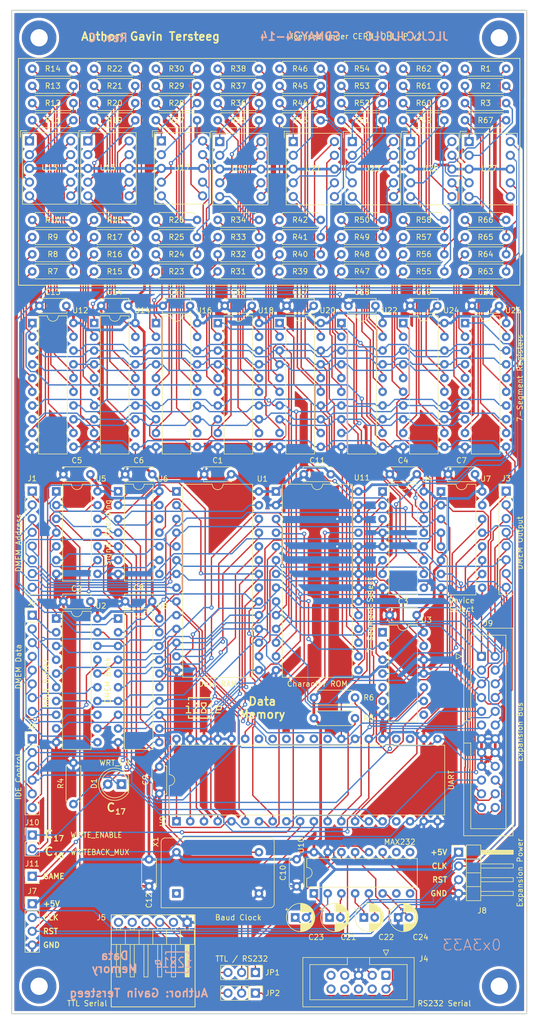
<source format=kicad_pcb>
(kicad_pcb (version 20211014) (generator pcbnew)
  (title_block (title "i281e Data Memory + Video Card") (date "2024-05-04") (rev "C") (company "i281e Development Group") (comment 1 "Licensed under CERN-OHL-P v2") (comment 2 "Copyright i281e Development Group 2024"))
  (layers (0 "F.Cu" signal) (31 "B.Cu" signal) (34 "B.Paste" user) (35 "F.Paste" user) (36 "B.SilkS" user "B.Silkscreen") (37 "F.SilkS" user "F.Silkscreen") (38 "B.Mask" user) (39 "F.Mask" user) (44 "Edge.Cuts" user))
  (net 0 "")
  (net 1 "Net-(D1-Pad1)")
  (net 2 "Net-(J4-Pad2)")
  (net 3 "Net-(J4-Pad3)")
  (net 4 "Net-(JP1-Pad2)")
  (net 5 "Net-(JP2-Pad2)")
  (net 6 "Net-(R1-Pad1)")
  (net 7 "Net-(R1-Pad2)")
  (net 8 "Net-(R2-Pad1)")
  (net 9 "Net-(R2-Pad2)")
  (net 10 "Net-(R3-Pad1)")
  (net 11 "Net-(R3-Pad2)")
  (net 12 "Net-(R7-Pad1)")
  (net 13 "Net-(R8-Pad1)")
  (net 14 "Net-(R9-Pad1)")
  (net 15 "Net-(R10-Pad1)")
  (net 16 "Net-(R11-Pad1)")
  (net 17 "Net-(R12-Pad1)")
  (net 18 "Net-(R13-Pad1)")
  (net 19 "Net-(R14-Pad1)")
  (net 20 "Net-(R15-Pad1)")
  (net 21 "Net-(R15-Pad2)")
  (net 22 "Net-(R16-Pad1)")
  (net 23 "Net-(R16-Pad2)")
  (net 24 "Net-(R17-Pad1)")
  (net 25 "Net-(R17-Pad2)")
  (net 26 "Net-(R18-Pad1)")
  (net 27 "Net-(R18-Pad2)")
  (net 28 "Net-(R19-Pad1)")
  (net 29 "Net-(R19-Pad2)")
  (net 30 "Net-(R20-Pad1)")
  (net 31 "Net-(R20-Pad2)")
  (net 32 "Net-(R21-Pad1)")
  (net 33 "Net-(R21-Pad2)")
  (net 34 "Net-(R22-Pad1)")
  (net 35 "Net-(R22-Pad2)")
  (net 36 "Net-(R23-Pad1)")
  (net 37 "Net-(R23-Pad2)")
  (net 38 "Net-(R24-Pad1)")
  (net 39 "Net-(R24-Pad2)")
  (net 40 "Net-(R25-Pad1)")
  (net 41 "Net-(R25-Pad2)")
  (net 42 "Net-(R26-Pad1)")
  (net 43 "Net-(R26-Pad2)")
  (net 44 "Net-(R27-Pad1)")
  (net 45 "Net-(R27-Pad2)")
  (net 46 "Net-(R28-Pad1)")
  (net 47 "Net-(R28-Pad2)")
  (net 48 "Net-(R29-Pad1)")
  (net 49 "Net-(R29-Pad2)")
  (net 50 "Net-(R30-Pad1)")
  (net 51 "Net-(R30-Pad2)")
  (net 52 "Net-(R31-Pad1)")
  (net 53 "Net-(R31-Pad2)")
  (net 54 "Net-(R32-Pad1)")
  (net 55 "Net-(R32-Pad2)")
  (net 56 "Net-(R33-Pad1)")
  (net 57 "Net-(R33-Pad2)")
  (net 58 "Net-(R34-Pad1)")
  (net 59 "Net-(R34-Pad2)")
  (net 60 "Net-(R35-Pad1)")
  (net 61 "Net-(R35-Pad2)")
  (net 62 "Net-(R36-Pad1)")
  (net 63 "Net-(R36-Pad2)")
  (net 64 "Net-(R37-Pad1)")
  (net 65 "GND")
  (net 66 "+5V")
  (net 67 "Net-(R5-Pad2)")
  (net 68 "Net-(R6-Pad2)")
  (net 69 "Net-(R37-Pad2)")
  (net 70 "Net-(R7-Pad2)")
  (net 71 "Net-(R38-Pad1)")
  (net 72 "Net-(R8-Pad2)")
  (net 73 "Net-(R38-Pad2)")
  (net 74 "Net-(R9-Pad2)")
  (net 75 "Net-(R39-Pad1)")
  (net 76 "Net-(R10-Pad2)")
  (net 77 "Net-(R39-Pad2)")
  (net 78 "Net-(R11-Pad2)")
  (net 79 "Net-(R40-Pad1)")
  (net 80 "Net-(R12-Pad2)")
  (net 81 "Net-(R40-Pad2)")
  (net 82 "Net-(R13-Pad2)")
  (net 83 "Net-(R41-Pad1)")
  (net 84 "Net-(R14-Pad2)")
  (net 85 "Net-(R41-Pad2)")
  (net 86 "Net-(R42-Pad1)")
  (net 87 "Net-(R42-Pad2)")
  (net 88 "Net-(R43-Pad1)")
  (net 89 "Net-(R43-Pad2)")
  (net 90 "Net-(R44-Pad1)")
  (net 91 "Net-(R44-Pad2)")
  (net 92 "Net-(R45-Pad1)")
  (net 93 "Net-(R45-Pad2)")
  (net 94 "Net-(R46-Pad1)")
  (net 95 "Net-(R46-Pad2)")
  (net 96 "Net-(R47-Pad1)")
  (net 97 "Net-(R47-Pad2)")
  (net 98 "Net-(R48-Pad1)")
  (net 99 "Net-(R48-Pad2)")
  (net 100 "Net-(R49-Pad1)")
  (net 101 "Net-(R49-Pad2)")
  (net 102 "Net-(R50-Pad1)")
  (net 103 "Net-(R50-Pad2)")
  (net 104 "Net-(R51-Pad1)")
  (net 105 "Net-(R51-Pad2)")
  (net 106 "Net-(R52-Pad1)")
  (net 107 "Net-(R52-Pad2)")
  (net 108 "Net-(R53-Pad1)")
  (net 109 "Net-(R53-Pad2)")
  (net 110 "Net-(R54-Pad1)")
  (net 111 "Net-(R54-Pad2)")
  (net 112 "Net-(R55-Pad1)")
  (net 113 "Net-(R55-Pad2)")
  (net 114 "Net-(R56-Pad1)")
  (net 115 "Net-(R56-Pad2)")
  (net 116 "Net-(R57-Pad1)")
  (net 117 "/D0")
  (net 118 "/D1")
  (net 119 "/D2")
  (net 120 "/D3")
  (net 121 "/D4")
  (net 122 "/D5")
  (net 123 "/D6")
  (net 124 "/D7")
  (net 125 "Net-(U9-Pad15)")
  (net 126 "Net-(R57-Pad2)")
  (net 127 "Net-(R58-Pad1)")
  (net 128 "Net-(U7-Pad14)")
  (net 129 "Net-(U5-Pad10)")
  (net 131 "/*WR")
  (net 132 "/*RD")
  (net 135 "/A2")
  (net 136 "/A1")
  (net 137 "/A0")
  (net 144 "Net-(U5-Pad12)")
  (net 145 "/B7")
  (net 146 "/B5")
  (net 147 "/B0")
  (net 148 "/A6")
  (net 149 "/A5")
  (net 150 "/A4")
  (net 151 "/A3")
  (net 152 "/A7")
  (net 153 "/B3")
  (net 154 "/B4")
  (net 155 "/B2")
  (net 156 "/B1")
  (net 157 "/B6")
  (net 158 "/V0")
  (net 159 "/V1")
  (net 160 "/V2")
  (net 161 "/V3")
  (net 162 "/V4")
  (net 163 "/V5")
  (net 164 "/V6")
  (net 165 "/V7")
  (net 166 "/*C_WRITE")
  (net 167 "/I0")
  (net 168 "/I1")
  (net 169 "/I2")
  (net 170 "/I3")
  (net 171 "/I4")
  (net 172 "/I5")
  (net 173 "/I6")
  (net 174 "/I7")
  (net 175 "Net-(U7-Pad15)")
  (net 176 "/*SEG_0")
  (net 177 "/CLK")
  (net 178 "/*SEG_1")
  (net 179 "/*SEG_2")
  (net 180 "/*SEG_3")
  (net 181 "/*SEG_4")
  (net 182 "/*SEG_5")
  (net 183 "/*SEG_6")
  (net 184 "/*SEG_7")
  (net 189 "Net-(R58-Pad2)")
  (net 190 "Net-(R59-Pad1)")
  (net 191 "/*PARA_S7")
  (net 192 "/*PARA_S6")
  (net 193 "/*PARA_S5")
  (net 194 "/*PARA_S4")
  (net 195 "/*PARA_S3")
  (net 196 "/*CF_SEL")
  (net 197 "/C_READ")
  (net 198 "/C_WRITE")
  (net 199 "Net-(U5-Pad5)")
  (net 200 "Net-(U5-Pad6)")
  (net 201 "Net-(U5-Pad8)")
  (net 202 "Net-(U5-Pad11)")
  (net 203 "/*RESET")
  (net 206 "Net-(J5-Pad4)")
  (net 215 "Net-(C23-Pad1)")
  (net 216 "Net-(C24-Pad2)")
  (net 217 "Net-(C21-Pad1)")
  (net 218 "Net-(C21-Pad2)")
  (net 219 "Net-(C22-Pad1)")
  (net 220 "Net-(C22-Pad2)")
  (net 221 "Net-(R59-Pad2)")
  (net 222 "Net-(R60-Pad1)")
  (net 223 "Net-(R60-Pad2)")
  (net 224 "Net-(R61-Pad1)")
  (net 225 "Net-(R61-Pad2)")
  (net 226 "Net-(R62-Pad1)")
  (net 227 "Net-(R62-Pad2)")
  (net 228 "Net-(R63-Pad1)")
  (net 229 "Net-(R63-Pad2)")
  (net 230 "Net-(R64-Pad1)")
  (net 231 "Net-(R64-Pad2)")
  (net 232 "Net-(R65-Pad1)")
  (net 233 "Net-(R65-Pad2)")
  (net 234 "Net-(R66-Pad1)")
  (net 235 "Net-(R66-Pad2)")
  (net 236 "Net-(R67-Pad1)")
  (net 240 "Net-(R67-Pad2)")
  (net 242 "Net-(U3-Pad13)")
  (net 243 "Net-(J5-Pad3)")
  (net 244 "Net-(JP1-Pad1)")
  (net 245 "Net-(JP2-Pad1)")
  (net 246 "/*C_READ")
  (net 247 "Net-(U6-Pad8)")
  (net 248 "/*GAME")
  (footprint "Display_7Segment:Sx39-1xxxxx" (layer "F.Cu") (at 69.9775 66.04)
    (fp_text reference "U15")
    (fp_text value "Segment 1")
  )
  (footprint "Symbol:i281e_logo" (layer "F.Cu") (at 91.44 170.815)
    (fp_text reference "G**0")
    (fp_text value "LOGO" hide)
  )
  (footprint "Package_DIP:DIP-28_W15.24mm" (layer "F.Cu") (at 86.355 130.82)
    (fp_text reference "U1")
    (fp_text value "CY62256-70PC")
  )
  (footprint "Package_DIP:DIP-16_W7.62mm" (layer "F.Cu") (at 124.47 130.825)
    (fp_text reference "U4")
    (fp_text value "74LS138")
  )
  (footprint "Package_DIP:DIP-14_W7.62mm" (layer "F.Cu") (at 64.145 130.805)
    (fp_text reference "U5")
    (fp_text value "74LS04")
  )
  (footprint "Resistor_THT:R_Axial_DIN0207_L6.3mm_D2.5mm_P7.62mm_Horizontal" (layer "F.Cu") (at 71.12 59.055)
    (fp_text reference "R20")
    (fp_text value "330 R")
  )
  (footprint "Resistor_THT:R_Axial_DIN0207_L6.3mm_D2.5mm_P7.62mm_Horizontal" (layer "F.Cu") (at 116.84 83.82)
    (fp_text reference "R49")
    (fp_text value "330 R")
  )
  (footprint "Connector_PinHeader_2.54mm:PinHeader_1x01_P2.54mm_Vertical" (layer "F.Cu") (at 59.69 201.93)
    (fp_text reference "J11")
    (fp_text value "Game Mode")
  )
  (footprint "Resistor_THT:R_Axial_DIN0207_L6.3mm_D2.5mm_P7.62mm_Horizontal" (layer "F.Cu") (at 82.55 86.995)
    (fp_text reference "R24")
    (fp_text value "330 R")
  )
  (footprint "Resistor_THT:R_Axial_DIN0207_L6.3mm_D2.5mm_P7.62mm_Horizontal" (layer "F.Cu") (at 82.55 83.82)
    (fp_text reference "R25")
    (fp_text value "330 R")
  )
  (footprint "Package_DIP:DIP-40_W15.24mm" (layer "F.Cu") (at 86.365 191.775 90)
    (fp_text reference "U9")
    (fp_text value "16550")
  )
  (footprint "Resistor_THT:R_Axial_DIN0207_L6.3mm_D2.5mm_P7.62mm_Horizontal" (layer "F.Cu") (at 93.98 52.705)
    (fp_text reference "R38")
    (fp_text value "330 R")
  )
  (footprint "Resistor_THT:R_Axial_DIN0207_L6.3mm_D2.5mm_P7.62mm_Horizontal" (layer "F.Cu") (at 82.55 62.23)
    (fp_text reference "R27")
    (fp_text value "330 R")
  )
  (footprint "Capacitor_THT:CP_Radial_D5.0mm_P2.00mm" (layer "F.Cu") (at 108.3098 209.54)
    (fp_text reference "C23")
    (fp_text value "1.0 uF")
  )
  (footprint "Display_7Segment:Sx39-1xxxxx" (layer "F.Cu") (at 59.1825 66.04)
    (fp_text reference "U13")
    (fp_text value "Segment 0")
  )
  (footprint "Package_DIP:DIP-20_W7.62mm" (layer "F.Cu") (at 71.14 99.705)
    (fp_text reference "U14")
    (fp_text value "74LS377")
  )
  (footprint "Display_7Segment:Sx39-1xxxxx" (layer "F.Cu") (at 94.3615 66.1675)
    (fp_text reference "U19")
    (fp_text value "Segment 3")
  )
  (footprint "Resistor_THT:R_Axial_DIN0207_L6.3mm_D2.5mm_P7.62mm_Horizontal" (layer "F.Cu") (at 139.7 62.23)
    (fp_text reference "R67")
    (fp_text value "330 R")
  )
  (footprint "Resistor_THT:R_Axial_DIN0207_L6.3mm_D2.5mm_P7.62mm_Horizontal" (layer "F.Cu") (at 116.84 55.88)
    (fp_text reference "R53")
    (fp_text value "330 R")
  )
  (footprint "Resistor_THT:R_Axial_DIN0207_L6.3mm_D2.5mm_P7.62mm_Horizontal" (layer "F.Cu") (at 93.98 80.645)
    (fp_text reference "R34")
    (fp_text value "330 R")
  )
  (footprint "Resistor_THT:R_Axial_DIN0207_L6.3mm_D2.5mm_P7.62mm_Horizontal" (layer "F.Cu") (at 71.12 62.23)
    (fp_text reference "R19")
    (fp_text value "330 R")
  )
  (footprint "Resistor_THT:R_Axial_DIN0207_L6.3mm_D2.5mm_P7.62mm_Horizontal" (layer "F.Cu") (at 59.69 62.23)
    (fp_text reference "R11")
    (fp_text value "330 R")
  )
  (footprint "Connector_PinHeader_2.54mm:PinHeader_1x03_P2.54mm_Vertical" (layer "F.Cu") (at 100.95 223.52 -90)
    (fp_text reference "JP2")
    (fp_text value "TX Select")
  )
  (footprint "Package_DIP:DIP-20_W7.62mm" (layer "F.Cu") (at 64.125 154.3)
    (fp_text reference "U2")
    (fp_text value "74LS244")
  )
  (footprint "Connector_PinHeader_2.54mm:PinHeader_1x04_P2.54mm_Vertical" (layer "F.Cu") (at 59.69 207.01)
    (fp_text reference "J7")
    (fp_text value "Power Input")
  )
  (footprint "Resistor_THT:R_Axial_DIN0207_L6.3mm_D2.5mm_P7.62mm_Horizontal" (layer "F.Cu") (at 105.41 59.055)
    (fp_text reference "R44")
    (fp_text value "330 R")
  )
  (footprint "MountingHole:MountingHole_3.2mm_M3_Pad" (layer "F.Cu") (at 60.96 222.25)
    (fp_text reference "H3")
    (fp_text value "MountingHole")
  )
  (footprint "Display_7Segment:Sx39-1xxxxx" (layer "F.Cu") (at 107.95 66.1675)
    (fp_text reference "U21")
    (fp_text value "Segment 4")
  )
  (footprint "Capacitor_THT:C_Disc_D5.0mm_W2.5mm_P5.00mm" (layer "F.Cu") (at 141.565 127.635 180)
    (fp_text reference "C7")
    (fp_text value "0.1 uF")
  )
  (footprint "Connector_PinHeader_2.54mm:PinHeader_1x08_P2.54mm_Vertical" (layer "F.Cu") (at 59.69 153.685)
    (fp_text reference "J2")
    (fp_text value "DMEM_Data")
  )
  (footprint "Oscillator:Oscillator_DIP-14" (layer "F.Cu") (at 86.36 205.105)
    (fp_text reference "X1")
    (fp_text value "MXO45")
  )
  (footprint "Resistor_THT:R_Axial_DIN0207_L6.3mm_D2.5mm_P7.62mm_Horizontal" (layer "F.Cu") (at 93.98 62.23)
    (fp_text reference "R35")
    (fp_text value "330 R")
  )
  (footprint "Resistor_THT:R_Axial_DIN0207_L6.3mm_D2.5mm_P7.62mm_Horizontal" (layer "F.Cu") (at 93.96 90.17)
    (fp_text reference "R31")
    (fp_text value "330 R")
  )
  (footprint "Resistor_THT:R_Axial_DIN0207_L6.3mm_D2.5mm_P7.62mm_Horizontal" (layer "F.Cu") (at 128.27 83.82)
    (fp_text reference "R57")
    (fp_text value "330 R")
  )
  (footprint "Capacitor_THT:C_Disc_D5.0mm_W2.5mm_P5.00mm" (layer "F.Cu") (at 146.01 96.52 180)
    (fp_text reference "C20")
    (fp_text value "0.1 uF")
  )
  (footprint "Resistor_THT:R_Axial_DIN0207_L6.3mm_D2.5mm_P7.62mm_Horizontal" (layer "F.Cu") (at 116.84 62.23)
    (fp_text reference "R51")
    (fp_text value "330 R")
  )
  (footprint "Resistor_THT:R_Axial_DIN0207_L6.3mm_D2.5mm_P7.62mm_Horizontal" (layer "F.Cu") (at 93.98 55.88)
    (fp_text reference "R37")
    (fp_text value "330 R")
  )
  (footprint "Capacitor_THT:C_Disc_D5.0mm_W2.5mm_P5.00mm" (layer "F.Cu") (at 70.445 127.635 180)
    (fp_text reference "C5")
    (fp_text value "0.1 uF")
  )
  (footprint "Capacitor_THT:CP_Radial_D5.0mm_P2.00mm" (layer "F.Cu") (at 127.3598 209.54)
    (fp_text reference "C24")
    (fp_text value "1.0 uF")
  )
  (footprint "Capacitor_THT:C_Disc_D5.0mm_W2.5mm_P5.00mm" (layer "F.Cu") (at 96.48 127.635 180)
    (fp_text reference "C1")
    (fp_text value "0.1 uF")
  )
  (footprint "LED_THT:LED_D5.0mm" (layer "F.Cu") (at 76.2 184.912 180)
    (fp_text reference "D1")
    (fp_text value "C17 LED (C_WRITE)")
  )
  (footprint "Capacitor_THT:C_Disc_D5.0mm_W2.5mm_P5.00mm" (layer "F.Cu") (at 130.77 153.675 180)
    (fp_text reference "C3")
    (fp_text value "0.1 uF")
  )
  (footprint "Resistor_THT:R_Axial_DIN0207_L6.3mm_D2.5mm_P7.62mm_Horizontal" (layer "F.Cu") (at 128.27 55.88)
    (fp_text reference "R61")
    (fp_text value "330 R")
  )
  (footprint "Capacitor_THT:C_Disc_D5.0mm_W2.5mm_P5.00mm" (layer "F.Cu") (at 88.86 96.52 180)
    (fp_text reference "C15")
    (fp_text value "0.1 uF")
  )
  (footprint "Resistor_THT:R_Axial_DIN0207_L6.3mm_D2.5mm_P7.62mm_Horizontal" (layer "F.Cu") (at 82.55 59.055)
    (fp_text reference "R28")
    (fp_text value "330 R")
  )
  (footprint "Capacitor_THT:C_Disc_D5.0mm_W2.5mm_P5.00mm" (layer "F.Cu") (at 100.3 96.52 180)
    (fp_text reference "C16")
    (fp_text value "0.1 uF")
  )
  (footprint "Resistor_THT:R_Axial_DIN0207_L6.3mm_D2.5mm_P7.62mm_Horizontal" (layer "F.Cu") (at 116.84 52.705)
    (fp_text reference "R54")
    (fp_text value "330 R")
  )
  (footprint "Connector_PinHeader_2.54mm:PinHeader_1x08_P2.54mm_Vertical" (layer "F.Cu") (at 147.32 130.75)
    (fp_text reference "J3")
    (fp_text value "DMEM_Output")
  )
  (footprint "Resistor_THT:R_Axial_DIN0207_L6.3mm_D2.5mm_P7.62mm_Horizontal" (layer "F.Cu") (at 111.76 168.91)
    (fp_text reference "R6")
    (fp_text value "1K")
  )
  (footprint "Capacitor_THT:CP_Radial_D5.0mm_P2.00mm" (layer "F.Cu") (at 114.6598 209.54)
    (fp_text reference "C21")
    (fp_text value "1.0 uF")
  )
  (footprint "Resistor_THT:R_Axial_DIN0207_L6.3mm_D2.5mm_P7.62mm_Horizontal" (layer "F.Cu") (at 128.27 59.055)
    (fp_text reference "R60")
    (fp_text value "330 R")
  )
  (footprint "Connector_PinHeader_2.54mm:PinHeader_1x06_P2.54mm_Horizontal" (layer "F.Cu") (at 88.3412 210.43 -90)
    (fp_text reference "J5")
    (fp_text value "TTL Serial")
  )
  (footprint "Capacitor_THT:C_Disc_D5.0mm_W2.5mm_P5.00mm" (layer "F.Cu") (at 114.895 127.635 180)
    (fp_text reference "C11")
    (fp_text value "0.1 uF")
  )
  (footprint "Connector_IDC:IDC-Header_2x12_P2.54mm_Vertical" (layer "F.Cu") (at 142.7575 161.29)
    (fp_text reference "J9")
    (fp_text value "Expansion Bus")
  )
  (footprint "Resistor_THT:R_Axial_DIN0207_L6.3mm_D2.5mm_P7.62mm_Horizontal" (layer "F.Cu") (at 105.41 83.82)
    (fp_text reference "R41")
    (fp_text value "330 R")
  )
  (footprint "Package_DIP:DIP-20_W7.62mm" (layer "F.Cu") (at 139.71 99.7)
    (fp_text reference "U26")
    (fp_text value "74LS377")
  )
  (footprint "Resistor_THT:R_Axial_DIN0207_L6.3mm_D2.5mm_P7.62mm_Horizontal" (layer "F.Cu") (at 71.12 90.17)
    (fp_text reference "R15")
    (fp_text value "330 R")
  )
  (footprint "Resistor_THT:R_Axial_DIN0207_L6.3mm_D2.5mm_P7.62mm_Horizontal" (layer "F.Cu") (at 82.55 55.88)
    (fp_text reference "R29")
    (fp_text value "330 R")
  )
  (footprint "Capacitor_THT:C_Disc_D5.0mm_W2.5mm_P5.00mm" (layer "F.Cu") (at 81.875 127.635 180)
    (fp_text reference "C6")
    (fp_text value "0.1 uF")
  )
  (footprint "Resistor_THT:R_Axial_DIN0207_L6.3mm_D2.5mm_P7.62mm_Horizontal" (layer "F.Cu") (at 105.41 62.23)
    (fp_text reference "R43")
    (fp_text value "330 R")
  )
  (footprint "Resistor_THT:R_Axial_DIN0207_L6.3mm_D2.5mm_P7.62mm_Horizontal" (layer "F.Cu") (at 59.69 52.705)
    (fp_text reference "R14")
    (fp_text value "330 R")
  )
  (footprint "Capacitor_THT:C_Disc_D5.0mm_W2.5mm_P5.00mm" (layer "F.Cu") (at 77.43 96.52 180)
    (fp_text reference "C14")
    (fp_text value "0.1 uF")
  )
  (footprint "Connector_PinHeader_2.54mm:PinHeader_1x08_P2.54mm_Vertical" (layer "F.Cu") (at 59.69 130.75)
    (fp_text reference "J1")
    (fp_text value "DMEM_Address")
  )
  (footprint "Resistor_THT:R_Axial_DIN0207_L6.3mm_D2.5mm_P7.62mm_Horizontal" (layer "F.Cu") (at 71.12 52.705)
    (fp_text reference "R22")
    (fp_text value "330 R")
  )
  (footprint "Capacitor_THT:C_Disc_D5.0mm_W2.5mm_P5.00mm" (layer "F.Cu") (at 111.72 96.52 180)
    (fp_text reference "C17")
    (fp_text value "0.1 uF")
  )
  (footprint "Display_7Segment:Sx39-1xxxxx" (layer "F.Cu") (at 118.8725 66.1675)
    (fp_text reference "U23")
    (fp_text value "Segment 5")
  )
  (footprint "Capacitor_THT:C_Disc_D5.0mm_W2.5mm_P5.00mm" (layer "F.Cu") (at 70.445 151.13 180)
    (fp_text reference "C2")
    (fp_text value "0.1 uF")
  )
  (footprint "Resistor_THT:R_Axial_DIN0207_L6.3mm_D2.5mm_P7.62mm_Horizontal" (layer "F.Cu") (at 116.84 59.055)
    (fp_text reference "R52")
    (fp_text value "330 R")
  )
  (footprint "Resistor_THT:R_Axial_DIN0207_L6.3mm_D2.5mm_P7.62mm_Horizontal" (layer "F.Cu") (at 105.41 86.995)
    (fp_text reference "R40")
    (fp_text value "330 R")
  )
  (footprint "Resistor_THT:R_Axial_DIN0207_L6.3mm_D2.5mm_P7.62mm_Horizontal" (layer "F.Cu") (at 105.41 90.17)
    (fp_text reference "R39")
    (fp_text value "330 R")
  )
  (footprint "Resistor_THT:R_Axial_DIN0207_L6.3mm_D2.5mm_P7.62mm_Horizontal" (layer "F.Cu") (at 93.98 59.055)
    (fp_text reference "R36")
    (fp_text value "330 R")
  )
  (footprint "Connector_PinHeader_2.54mm:PinHeader_1x06_P2.54mm_Vertical" (layer "F.Cu") (at 59.69 176.53)
    (fp_text reference "J6")
    (fp_text value "CF Signal Stub")
  )
  (footprint "Resistor_THT:R_Axial_DIN0207_L6.3mm_D2.5mm_P7.62mm_Horizontal" (layer "F.Cu") (at 139.7 52.705)
    (fp_text reference "R1")
    (fp_text value "330 R")
  )
  (footprint "Resistor_THT:R_Axial_DIN0207_L6.3mm_D2.5mm_P7.62mm_Horizontal" (layer "F.Cu") (at 59.69 83.82)
    (fp_text reference "R9")
    (fp_text value "330 R")
  )
  (footprint "Package_DIP:DIP-20_W7.62mm" (layer "F.Cu") (at 82.57 99.705)
    (fp_text reference "U16")
    (fp_text value "74LS377")
  )
  (footprint "Capacitor_THT:C_Disc_D5.0mm_W2.5mm_P5.00mm" (layer "F.Cu") (at 83.185 181.65 -90)
    (fp_text reference "C9")
    (fp_text value "0.1 uF")
  )
  (footprint "Resistor_THT:R_Axial_DIN0207_L6.3mm_D2.5mm_P7.62mm_Horizontal" (layer "F.Cu") (at 59.69 86.995)
    (fp_text reference "R8")
    (fp_text value "330 R")
  )
  (footprint "Capacitor_THT:C_Disc_D5.0mm_W2.5mm_P5.00mm" (layer "F.Cu") (at 134.58 96.52 180)
    (fp_text reference "C19")
    (fp_text value "0.1 uF")
  )
  (footprint "MountingHole:MountingHole_3.2mm_M3_Pad" (layer "F.Cu") (at 60.96 46.99)
    (fp_text reference "H1")
    (fp_text value "MountingHole")
  )
  (footprint "Resistor_THT:R_Axial_DIN0207_L6.3mm_D2.5mm_P7.62mm_Horizontal" (layer "F.Cu") (at 67.31 188.595 90)
    (fp_text reference "R4")
    (fp_text value "330R")
  )
  (footprint "Resistor_THT:R_Axial_DIN0207_L6.3mm_D2.5mm_P7.62mm_Horizontal" (layer "F.Cu") (at 116.84 90.17)
    (fp_text reference "R47")
    (fp_text value "330 R")
  )
  (footprint "Display_7Segment:Sx39-1xxxxx" (layer "F.Cu") (at 140.4625 66.1675)
    (fp_text reference "U27")
    (fp_text value "Segment 7")
  )
  (footprint "Resistor_THT:R_Axial_DIN0207_L6.3mm_D2.5mm_P7.62mm_Horizontal" (layer "F.Cu") (at 128.27 90.17)
    (fp_text reference "R55")
    (fp_text value "330 R")
  )
  (footprint "Resistor_THT:R_Axial_DIN0207_L6.3mm_D2.5mm_P7.62mm_Horizontal" (layer "F.Cu") (at 93.98 83.82)
    (fp_text reference "R33")
    (fp_text value "330 R")
  )
  (footprint "Resistor_THT:R_Axial_DIN0207_L6.3mm_D2.5mm_P7.62mm_Horizontal" (layer "F.Cu") (at 128.27 80.645)
    (fp_text reference "R58")
    (fp_text value "330 R")
  )
  (footprint "Resistor_THT:R_Axial_DIN0207_L6.3mm_D2.5mm_P7.62mm_Horizontal" (layer "F.Cu") (at 105.41 55.88)
    (fp_text reference "R45")
    (fp_text value "330 R")
  )
  (footprint "Package_DIP:DIP-14_W7.62mm" (layer "F.Cu") (at 124.46 156.845)
    (fp_text reference "U3")
    (fp_text value "CD4078")
  )
  (footprint "Resistor_THT:R_Axial_DIN0207_L6.3mm_D2.5mm_P7.62mm_Horizontal" (layer "F.Cu") (at 139.7 59.055)
    (fp_text reference "R3")
    (fp_text value "330 R")
  )
  (footprint "Capacitor_THT:C_Disc_D5.0mm_W2.5mm_P5.00mm" (layer "F.Cu") (at 108.585 198.795 -90)
    (fp_text reference "C10")
    (fp_text value "0.1 uF")
  )
  (footprint "Package_DIP:DIP-16_W7.62mm" (layer "F.Cu") (at 111.775 205.095 90)
    (fp_text reference "U10")
    (fp_text value "MAX232")
  )
  (footprint "Capacitor_THT:CP_Radial_D5.0mm_P2.00mm" (layer "F.Cu") (at 121.0098 209.54)
    (fp_text reference "C22")
    (fp_text value "1.0 uF")
  )
  (footprint "Resistor_THT:R_Axial_DIN0207_L6.3mm_D2.5mm_P7.62mm_Horizontal" (layer "F.Cu") (at 139.7 80.645)
    (fp_text reference "R66")
    (fp_text value "330 R")
  )
  (footprint "Resistor_THT:R_Axial_DIN0207_L6.3mm_D2.5mm_P7.62mm_Horizontal" (layer "F.Cu") (at 93.98 86.995)
    (fp_text reference "R32")
    (fp_text value "330 R")
  )
  (footprint "Package_DIP:DIP-20_W7.62mm" (layer "F.Cu") (at 59.7 99.7)
    (fp_text reference "U12")
    (fp_text value "74LS377")
  )
  (footprint "Resistor_THT:R_Axial_DIN0207_L6.3mm_D2.5mm_P7.62mm_Horizontal" (layer "F.Cu") (at 71.12 83.82)
    (fp_text reference "R17")
    (fp_text value "330 R")
  )
  (footprint "Capacitor_THT:C_Disc_D5.0mm_W2.5mm_P5.00mm" (layer "F.Cu") (at 130.81 127.635 180)
    (fp_text reference "C4")
    (fp_text value "0.1 uF")
  )
  (footprint "Package_DIP:DIP-28_W15.24mm" (layer "F.Cu") (at 104.77 130.82)
    (fp_text reference "U11")
    (fp_text value "27C256")
  )
  (footprint "Display_7Segment:Sx39-1xxxxx" (layer "F.Cu") (at 129.6675 66.1675)
    (fp_text reference "U25")
    (fp_text value "Segment 6")
  )
  (footprint "Resistor_THT:R_Axial_DIN0207_L6.3mm_D2.5mm_P7.62mm_Horizontal" (layer "F.Cu") (at 111.76 172.72)
    (fp_text reference "R5")
    (fp_text value "1K")
  )
  (footprint "Resistor_THT:R_Axial_DIN0207_L6.3mm_D2.5mm_P7.62mm_Horizontal" (layer "F.Cu") (at 105.41 80.645)
    (fp_text reference "R42")
    (fp_text value "330 R")
  )
  (footprint "Connector_PinHeader_2.54mm:PinHeader_1x03_P2.54mm_Vertical" (layer "F.Cu") (at 100.95 219.71 -90)
    (fp_text reference "JP1")
    (fp_text value "RX Select")
  )
  (footprint "Connector_IDC:IDC-Header_2x05_P2.54mm_Vertical" (layer "F.Cu") (at 125.095 220.2275 -90)
    (fp_text reference "J4")
    (fp_text value "RS232 Serial")
  )
  (footprint "Resistor_THT:R_Axial_DIN0207_L6.3mm_D2.5mm_P7.62mm_Horizontal" (layer "F.Cu") (at 71.12 55.88)
    (fp_text reference "R21")
    (fp_text value "330 R")
  )
  (footprint "Capacitor_THT:C_Disc_D5.0mm_W2.5mm_P5.00mm" (layer "F.Cu") (at 66 96.52 180)
    (fp_text reference "C13")
    (fp_text value "0.1 uF")
  )
  (footprint "Connector_PinHeader_2.54mm:PinHeader_1x02_P2.54mm_Vertical" (layer "F.Cu") (at 59.69 194.31)
    (fp_text reference "J10")
    (fp_text value "Control Signals")
  )
  (footprint "MountingHole:MountingHole_3.2mm_M3_Pad" (layer "F.Cu") (at 146.05 222.25)
    (fp_text reference "H4")
    (fp_text value "MountingHole")
  )
  (footprint "Resistor_THT:R_Axial_DIN0207_L6.3mm_D2.5mm_P7.62mm_Horizontal" (layer "F.Cu") (at 59.69 55.88)
    (fp_text reference "R13")
    (fp_text value "330 R")
  )
  (footprint "Resistor_THT:R_Axial_DIN0207_L6.3mm_D2.5mm_P7.62mm_Horizontal" (layer "F.Cu") (at 82.55 80.645)
    (fp_text reference "R26")
    (fp_text value "330 R")
  )
  (footprint "Resistor_THT:R_Axial_DIN0207_L6.3mm_D2.5mm_P7.62mm_Horizontal" (layer "F.Cu") (at 105.41 52.705)
    (fp_text reference "R46")
    (fp_text value "330 R")
  )
  (footprint "Resistor_THT:R_Axial_DIN0207_L6.3mm_D2.5mm_P7.62mm_Horizontal" (layer "F.Cu") (at 116.84 86.995)
    (fp_text reference "R48")
    (fp_text value "330 R")
  )
  (footprint "Capacitor_THT:C_Disc_D5.0mm_W2.5mm_P5.00mm" (layer "F.Cu") (at 123.15 96.52 180)
    (fp_text reference "C18")
    (fp_text value "0.1 uF")
  )
  (footprint "Package_DIP:DIP-20_W7.62mm" (layer "F.Cu") (at 75.565 154.305)
    (fp_text reference "U8")
    (fp_text value "74LS377")
  )
  (footprint "Capacitor_THT:C_Disc_D5.0mm_W2.5mm_P5.00mm" (layer "F.Cu") (at 81.28 198.795 -90)
    (fp_text reference "C12")
    (fp_text value "0.1 uF")
  )
  (footprint "Package_DIP:DIP-20_W7.62mm" (layer "F.Cu") (at 105.42 99.7)
    (fp_text reference "U20")
    (fp_text value "74LS377")
  )
  (footprint "Resistor_THT:R_Axial_DIN0207_L6.3mm_D2.5mm_P7.62mm_Horizontal" (layer "F.Cu") (at 139.7 83.82)
    (fp_text reference "R65")
    (fp_text value "330 R")
  )
  (footprint "Resistor_THT:R_Axial_DIN0207_L6.3mm_D2.5mm_P7.62mm_Horizontal" (layer "F.Cu") (at 71.12 86.995)
    (fp_text reference "R16")
    (fp_text value "330 R")
  )
  (footprint "Resistor_THT:R_Axial_DIN0207_L6.3mm_D2.5mm_P7.62mm_Horizontal" (layer "F.Cu") (at 116.84 80.645)
    (fp_text reference "R50")
    (fp_text value "330 R")
  )
  (footprint "MountingHole:MountingHole_3.2mm_M3_Pad" (layer "F.Cu") (at 146.05 46.99)
    (fp_text reference "H2")
    (fp_text value "MountingHole")
  )
  (footprint "Resistor_THT:R_Axial_DIN0207_L6.3mm_D2.5mm_P7.62mm_Horizontal" (layer "F.Cu") (at 71.12 80.645)
    (fp_text reference "R18")
    (fp_text value "330 R")
  )
  (footprint "Resistor_THT:R_Axial_DIN0207_L6.3mm_D2.5mm_P7.62mm_Horizontal" (layer "F.Cu") (at 82.55 52.705)
    (fp_text reference "R30")
    (fp_text value "330 R")
  )
  (footprint "Resistor_THT:R_Axial_DIN0207_L6.3mm_D2.5mm_P7.62mm_Horizontal" (layer "F.Cu") (at 82.55 90.17)
    (fp_text reference "R23")
    (fp_text value "330 R")
  )
  (footprint "Resistor_THT:R_Axial_DIN0207_L6.3mm_D2.5mm_P7.62mm_Horizontal" (layer "F.Cu") (at 59.69 90.17)
    (fp_text reference "R7")
    (fp_text value "330 R")
  )
  (footprint "Resistor_THT:R_Axial_DIN0207_L6.3mm_D2.5mm_P7.62mm_Horizontal" (layer "F.Cu") (at 139.7 90.17)
    (fp_text reference "R63")
    (fp_text value "330 R")
  )
  (footprint "Package_DIP:DIP-14_W7.62mm" (layer "F.Cu") (at 75.575 130.805)
    (fp_text reference "U6")
    (fp_text value "74LS32")
  )
  (footprint "Package_DIP:DIP-16_W7.62mm" (layer "F.Cu") (at 135.265 130.825)
    (fp_text reference "U7")
    (fp_text value "74LS138")
  )
  (footprint "Resistor_THT:R_Axial_DIN0207_L6.3mm_D2.5mm_P7.62mm_Horizontal" (layer "F.Cu") (at 139.7 86.995)
    (fp_text reference "R64")
    (fp_text value "330 R")
  )
  (footprint "Display_7Segment:Sx39-1xxxxx" (layer "F.Cu") (at 83.5665 66.04)
    (fp_text reference "U17")
    (fp_text value "Segment 2")
  )
  (footprint "Resistor_THT:R_Axial_DIN0207_L6.3mm_D2.5mm_P7.62mm_Horizontal" (layer "F.Cu") (at 128.27 52.705)
    (fp_text reference "R62")
    (fp_text value "330 R")
  )
  (footprint "Resistor_THT:R_Axial_DIN0207_L6.3mm_D2.5mm_P7.62mm_Horizontal" (layer "F.Cu") (at 59.69 59.055)
    (fp_text reference "R12")
    (fp_text value "330 R")
  )
  (footprint "Package_DIP:DIP-20_W7.62mm" (layer "F.Cu") (at 128.28 99.7)
    (fp_text reference "U24")
    (fp_text value "74LS377")
  )
  (footprint "Connector_PinHeader_2.54mm:PinHeader_1x04_P2.54mm_Horizontal" (layer "F.Cu") (at 138.525 197.485)
    (fp_text reference "J8")
    (fp_text value "Expansion Power")
  )
  (footprint "Capacitor_THT:C_Disc_D5.0mm_W2.5mm_P5.00mm" (layer "F.Cu") (at 81.875 151.13 180)
    (fp_text reference "C8")
    (fp_text value "0.1 uF")
  )
  (footprint "Resistor_THT:R_Axial_DIN0207_L6.3mm_D2.5mm_P7.62mm_Horizontal" (layer "F.Cu") (at 128.27 62.23)
    (fp_text reference "R59")
    (fp_text value "330 R")
  )
  (footprint "Package_DIP:DIP-20_W7.62mm" (layer "F.Cu") (at 94 99.705)
    (fp_text reference "U18")
    (fp_text value "74LS377")
  )
  (footprint "Package_DIP:DIP-20_W7.62mm" (layer "F.Cu") (at 116.85 99.7)
    (fp_text reference "U22")
    (fp_text value "74LS377")
  )
  (footprint "Resistor_THT:R_Axial_DIN0207_L6.3mm_D2.5mm_P7.62mm_Horizontal" (layer "F.Cu") (at 59.69 80.645)
    (fp_text reference "R10")
    (fp_text value "330 R")
  )
  (footprint "Resistor_THT:R_Axial_DIN0207_L6.3mm_D2.5mm_P7.62mm_Horizontal" (layer "F.Cu") (at 128.27 86.995)
    (fp_text reference "R56")
    (fp_text value "330 R")
  )
  (footprint "Resistor_THT:R_Axial_DIN0207_L6.3mm_D2.5mm_P7.62mm_Horizontal" (layer "F.Cu") (at 147.32 55.88 180)
    (fp_text reference "R2")
    (fp_text value "330 R")
  )
  (footprint "Symbol:i281e_logo" (layer "B.Cu") (at 85.725 217.805 180)
    (fp_text reference "G**1")
    (fp_text value "LOGO" hide)
  )
  (gr_rect (start 57.15 50.8) (end 149.86 92.71) (layer "F.SilkS") (width 0.15) (fill none))
  (gr_rect (start 74.295 209.0575) (end 89.795 226.0575) (layer "F.SilkS") (width 0.15) (fill none))
  (gr_rect locked (start 55.88 41.91) (end 151.13 227.33) (layer "Edge.Cuts") (width 0.2) (fill none))
  (gr_text "JLCJLCJLCJLC" (at 128.905 46.736) (layer "B.SilkS") (effects (font (size 1.5 1.5) (thickness 0.3)) (justify mirror)))
  (gr_text "Data\nMemory" (at 74.93 217.805) (layer "B.SilkS") (effects (font (size 1.5 1.5) (thickness 0.3)) (justify mirror)))
  (gr_text "Rev. C\n" (at 73.66 46.99) (layer "B.SilkS") (effects (font (size 1.5 1.5) (thickness 0.3)) (justify mirror)))
  (gr_text "0x3A33\n" (at 140.97 214.63) (layer "B.SilkS") (effects (font (size 2 2)) (justify mirror)))
  (gr_text "SDMAY24-14" (at 109.22 46.736) (layer "B.SilkS") (effects (font (size 1.5 1.5) (thickness 0.3)) (justify mirror)))
  (gr_text "Author: Gavin Tersteeg\n" (at 92.364086 223.52) (layer "B.SilkS") (effects (font (size 1.5 1.5) (thickness 0.3)) (justify left mirror)))
  (gr_text "+5V" (at 136.525 197.485) (layer "F.SilkS") (effects (font (size 1 1) (thickness 0.2)) (justify right)))
  (gr_text "C" (at 61.849 194.183) (layer "F.SilkS") (effects (font (size 1.5 1.5) (thickness 0.3)) (justify left)))
  (gr_text "WRITEBACK_MUX\n" (at 66.675 197.485) (layer "F.SilkS") (effects (font (size 1 0.9)) (justify left)))
  (gr_text "CLK" (at 136.525 200.025) (layer "F.SilkS") (effects (font (size 1 1) (thickness 0.2)) (justify right)))
  (gr_text "Licensed under CERN-OHL-P v2" (at 119.223214 46.736) (layer "F.SilkS") (effects (font (size 1 1))))
  (gr_text "CLK" (at 61.595 209.55) (layer "F.SilkS") (effects (font (size 1 1) (thickness 0.2)) (justify left)))
  (gr_text "TTL / RS232\n" (at 98.425 217.17) (layer "F.SilkS") (effects (font (size 1 1))))
  (gr_text "+5V" (at 61.595 207.01) (layer "F.SilkS") (effects (font (size 1 1) (thickness 0.2)) (justify left)))
  (gr_text "7-Segment Registers\n" (at 149.86 109.855 90) (layer "F.SilkS") (effects (font (size 1 1))))
  (gr_text "IDE Control\n" (at 57.15 183.515 90) (layer "F.SilkS") (effects (font (size 1 1))))
  (gr_text "C" (at 73.279 189.23) (layer "F.SilkS") (effects (font (size 1.5 1.5) (thickness 0.3)) (justify left)))
  (gr_text "DMEM Address\n" (at 57.15 140.335 90) (layer "F.SilkS") (effects (font (size 1 1))))
  (gr_text "DMEM Bank\n" (at 73.66 165.725 90) (layer "F.SilkS") (effects (font (size 1 1))))
  (gr_text "GND" (at 61.595 214.63) (layer "F.SilkS") (effects (font (size 1 1) (thickness 0.2)) (justify left)))
  (gr_text "RST" (at 61.595 212.09) (layer "F.SilkS") (effects (font (size 1 1) (thickness 0.2)) (justify left)))
  (gr_text "Device\nSelect\n" (at 139.065 151.765) (layer "F.SilkS") (effects (font (size 1 1))))
  (gr_text "17" (at 74.93 189.992) (layer "F.SilkS") (effects (font (size 1 1) (thickness 0.2)) (justify left)))
  (gr_text "17" (at 63.5 194.945) (layer "F.SilkS") (effects (font (size 1 1) (thickness 0.2)) (justify left)))
  (gr_text "RST" (at 136.525 202.565) (layer "F.SilkS") (effects (font (size 1 1) (thickness 0.2)) (justify right)))
  (gr_text "DMEM Data\n" (at 57.15 163.195 90) (layer "F.SilkS") (effects (font (size 1 1))))
  (gr_text "Author: Gavin Tersteeg\n" (at 68.58 46.736) (layer "F.SilkS") (effects (font (size 1.5 1.5) (thickness 0.3)) (justify left)))
  (gr_text "MAX232" (at 127.635 195.58) (layer "F.SilkS") (effects (font (size 1 1))))
  (gr_text "Input Buffer\n" (at 62.23 166.37 90) (layer "F.SilkS") (effects (font (size 1 1))))
  (gr_text "Character ROM\n" (at 112.395 166.37) (layer "F.SilkS") (effects (font (size 1 1))))
  (gr_text "GND" (at 136.525 205.105) (layer "F.SilkS") (effects (font (size 1 1) (thickness 0.2)) (justify right)))
  (gr_text "Data\nMemory" (at 102.235 170.815) (layer "F.SilkS") (effects (font (size 1.5 1.5) (thickness 0.3))))
  (gr_text "Data RAM\n" (at 93.98 166.37) (layer "F.SilkS") (effects (font (size 1 1))))
  (gr_text "Signal Decoding" (at 73.66 138.43 90) (layer "F.SilkS") (effects (font (size 1 1))))
  (gr_text "18\n" (at 63.5 198.12) (layer "F.SilkS") (effects (font (size 1 1) (thickness 0.2)) (justify left)))
  (gr_text "C" (at 61.849 197.358) (layer "F.SilkS") (effects (font (size 1.5 1.5) (thickness 0.3)) (justify left)))
  (gr_text "WRITE_ENABLE" (at 66.675 194.31) (layer "F.SilkS") (effects (font (size 1 0.9)) (justify left)))
  (gr_text "7-Segment Select\n" (at 122.174 153.67 90) (layer "F.SilkS") (effects (font (size 1 1))))
  (gr_text "DMEM Output\n" (at 149.86 140.335 90) (layer "F.SilkS") (effects (font (size 1 1))))
  (gr_text "WRT_EN\n" (at 74.93 180.975) (layer "F.SilkS") (effects (font (size 1 1))))
  (gr_text "GAME\n" (at 61.595 201.93) (layer "F.SilkS") (effects (font (size 1 1) (thickness 0.2)) (justify left)))
  (gr_text "Baud Clock" (at 97.79 209.55) (layer "F.SilkS") (effects (font (size 1 1))))
  (segment (start 74.209 183.6867) (end 72.2183 183.6867) (width 0.25) (layer "B.Cu") (net 1))
  (segment (start 76.2 184.912) (end 75.4343 184.912) (width 0.25) (layer "B.Cu") (net 1))
  (segment (start 75.4343 184.912) (end 74.209 183.6867) (width 0.25) (layer "B.Cu") (net 1))
  (segment (start 72.2183 183.6867) (end 67.31 188.595) (width 0.25) (layer "B.Cu") (net 1))
  (segment (start 125.7256 208.1458) (end 123.205 205.6252) (width 0.25) (layer "F.Cu") (net 2))
  (segment (start 126.2848 211.2234) (end 125.7256 210.6642) (width 0.25) (layer "F.Cu") (net 2))
  (segment (start 123.205 202.4103) (end 119.395 198.6003) (width 0.25) (layer "F.Cu") (net 2))
  (segment (start 119.395 197.475) (end 119.395 198.6003) (width 0.25) (layer "F.Cu") (net 2))
  (segment (start 123.205 205.6252) (end 123.205 202.4103) (width 0.25) (layer "F.Cu") (net 2))
  (segment (start 125.7256 210.6642) (end 125.7256 208.1458) (width 0.25) (layer "F.Cu") (net 2))
  (segment (start 125.095 222.7675) (end 126.2848 221.5777) (width 0.25) (layer "F.Cu") (net 2))
  (segment (start 126.2848 221.5777) (end 126.2848 211.2234) (width 0.25) (layer "F.Cu") (net 2))
  (segment (start 117.9803 215.6528) (end 117.9803 199.7256) (width 0.25) (layer "F.Cu") (net 3))
  (segment (start 122.555 220.2275) (end 117.9803 215.6528) (width 0.25) (layer "F.Cu") (net 3))
  (segment (start 116.855 197.475) (end 116.855 198.6003) (width 0.25) (layer "F.Cu") (net 3))
  (segment (start 117.9803 199.7256) (end 116.855 198.6003) (width 0.25) (layer "F.Cu") (net 3))
  (segment (start 98.41 203.7153) (end 109.225 192.9003) (width 0.25) (layer "F.Cu") (net 4))
  (segment (start 109.225 191.775) (end 109.225 192.9003) (width 0.25) (layer "F.Cu") (net 4))
  (segment (start 98.41 219.71) (end 98.41 203.7153) (width 0.25) (layer "F.Cu") (net 4))
  (segment (start 111.765 191.775) (end 111.765 192.9003) (width 0.25) (layer "F.Cu") (net 5))
  (segment (start 98.41 223.52) (end 98.41 222.3447) (width 0.25) (layer "F.Cu") (net 5))
  (segment (start 99.5853 205.08) (end 111.765 192.9003) (width 0.25) (layer "F.Cu") (net 5))
  (segment (start 98.41 222.3447) (end 99.5853 221.1694) (width 0.25) (layer "F.Cu") (net 5))
  (segment (start 99.5853 221.1694) (end 99.5853 205.08) (width 0.25) (layer "F.Cu") (net 5))
  (segment (start 147.33 101.3192) (end 144.2682 98.2574) (width 0.25) (layer "F.Cu") (net 6))
  (segment (start 144.2682 57.2732) (end 139.7 52.705) (width 0.25) (layer "F.Cu") (net 6))
  (segment (start 144.2682 98.2574) (end 144.2682 57.2732) (width 0.25) (layer "F.Cu") (net 6))
  (segment (start 147.33 102.24) (end 147.33 101.3192) (width 0.25) (layer "F.Cu") (net 6))
  (segment (start 146.1947 53.8303) (end 147.32 52.705) (width 0.25) (layer "F.Cu") (net 7))
  (segment (start 148.0825 76.3275) (end 146.1947 74.4397) (width 0.25) (layer "F.Cu") (net 7))
  (segment (start 146.1947 74.4397) (end 146.1947 53.8303) (width 0.25) (layer "F.Cu") (net 7))
  (segment (start 149.7843 58.3443) (end 149.7843 106.5617) (width 0.25) (layer "F.Cu") (net 8))
  (segment (start 147.32 55.88) (end 149.7843 58.3443) (width 0.25) (layer "F.Cu") (net 8))
  (segment (start 147.33 109.016) (end 147.33 109.86) (width 0.25) (layer "F.Cu") (net 8))
  (segment (start 149.7843 106.5617) (end 147.33 109.016) (width 0.25) (layer "F.Cu") (net 8))
  (segment (start 140.4625 64.9922) (end 140.8253 64.6294) (width 0.25) (layer "B.Cu") (net 9))
  (segment (start 139.7 55.88) (end 139.7 57.0053) (width 0.25) (layer "B.Cu") (net 9))
  (segment (start 140.4625 66.1675) (end 140.4625 64.9922) (width 0.25) (layer "B.Cu") (net 9))
  (segment (start 140.8253 58.1306) (end 139.7 57.0053) (width 0.25) (layer "B.Cu") (net 9))
  (segment (start 140.8253 64.6294) (end 140.8253 58.1306) (width 0.25) (layer "B.Cu") (net 9))
  (segment (start 147.33 111.556) (end 143.0425 107.2685) (width 0.25) (layer "F.Cu") (net 10))
  (segment (start 147.33 112.4) (end 147.33 111.556) (width 0.25) (layer "F.Cu") (net 10))
  (segment (start 143.0425 107.2685) (end 143.0425 62.3975) (width 0.25) (layer "F.Cu") (net 10))
  (segment (start 143.0425 62.3975) (end 139.7 59.055) (width 0.25) (layer "F.Cu") (net 10))
  (segment (start 142.448 68.7075) (end 140.4625 68.7075) (width 0.25) (layer "B.Cu") (net 11))
  (segment (start 148.4644 62.6911) (end 142.448 68.7075) (width 0.25) (layer "B.Cu") (net 11))
  (segment (start 148.4644 60.1994) (end 148.4644 62.6911) (width 0.25) (layer "B.Cu") (net 11))
  (segment (start 147.32 59.055) (end 148.4644 60.1994) (width 0.25) (layer "B.Cu") (net 11))
  (segment (start 58.5747 91.2853) (end 59.69 90.17) (width 0.25) (layer "F.Cu") (net 12))
  (segment (start 59.7 102.24) (end 59.7 101.7601) (width 0.25) (layer "F.Cu") (net 12))
  (segment (start 58.5747 100.6348) (end 58.5747 91.2853) (width 0.25) (layer "F.Cu") (net 12))
  (segment (start 59.7 101.7601) (end 58.5747 100.6348) (width 0.25) (layer "F.Cu") (net 12))
  (segment (start 58.0986 108.2586) (end 58.0986 88.5864) (width 0.25) (layer "F.Cu") (net 13))
  (segment (start 59.7 109.86) (end 58.0986 108.2586) (width 0.25) (layer "F.Cu") (net 13))
  (segment (start 58.0986 88.5864) (end 59.69 86.995) (width 0.25) (layer "F.Cu") (net 13))
  (segment (start 57.6482 109.5043) (end 59.7 111.5561) (width 0.25) (layer "F.Cu") (net 14))
  (segment (start 57.6482 85.8618) (end 57.6482 109.5043) (width 0.25) (layer "F.Cu") (net 14))
  (segment (start 59.7 111.5561) (end 59.7 112.4) (width 0.25) (layer "F.Cu") (net 14))
  (segment (start 59.69 83.82) (end 57.6482 85.8618) (width 0.25) (layer "F.Cu") (net 14))
  (segment (start 59.69 80.645) (end 62.1318 83.0868) (width 0.25) (layer "F.Cu") (net 15))
  (segment (start 62.1318 116.7442) (end 59.7 119.176) (width 0.25) (layer "F.Cu") (net 15))
  (segment (start 62.1318 83.0868) (end 62.1318 116.7442) (width 0.25) (layer "F.Cu") (net 15))
  (segment (start 59.7 119.176) (end 59.7 120.02) (width 0.25) (layer "F.Cu") (net 15))
  (segment (start 62.6816 65.2216) (end 59.69 62.23) (width 0.25) (layer "F.Cu") (net 16))
  (segment (start 67.32 120.02) (end 67.32 119.176) (width 0.25) (layer "F.Cu") (net 16))
  (segment (start 62.6816 114.5376) (end 62.6816 65.2216) (width 0.25) (layer "F.Cu") (net 16))
  (segment (start 67.32 119.176) (end 62.6816 114.5376) (width 0.25) (layer "F.Cu") (net 16))
  (segment (start 67.32 112.4) (end 67.32 111.556) (width 0.25) (layer "F.Cu") (net 17))
  (segment (start 63.132 107.368) (end 63.132 62.497) (width 0.25) (layer "F.Cu") (net 17))
  (segment (start 67.32 111.556) (end 63.132 107.368) (width 0.25) (layer "F.Cu") (net 17))
  (segment (start 63.132 62.497) (end 59.69 59.055) (width 0.25) (layer "F.Cu") (net 17))
  (segment (start 63.8073 59.9973) (end 59.69 55.88) (width 0.25) (layer "F.Cu") (net 18))
  (segment (start 67.32 109.86) (end 67.32 108.9393) (width 0.25) (layer "F.Cu") (net 18))
  (segment (start 63.8073 105.4266) (end 63.8073 59.9973) (width 0.25) (layer "F.Cu") (net 18))
  (segment (start 67.32 108.9393) (end 63.8073 105.4266) (width 0.25) (layer "F.Cu") (net 18))
  (segment (start 67.32 101.396) (end 64.2576 98.3336) (width 0.25) (layer "F.Cu") (net 19))
  (segment (start 64.2576 98.3336) (end 64.2576 57.2726) (width 0.25) (layer "F.Cu") (net 19))
  (segment (start 64.2576 57.2726) (end 59.69 52.705) (width 0.25) (layer "F.Cu") (net 19))
  (segment (start 67.32 102.24) (end 67.32 101.396) (width 0.25) (layer "F.Cu") (net 19))
  (segment (start 71.12 90.17) (end 70.0147 91.2753) (width 0.25) (layer "F.Cu") (net 20))
  (segment (start 70.0147 100.6398) (end 71.14 101.7651) (width 0.25) (layer "F.Cu") (net 20))
  (segment (start 71.14 101.7651) (end 71.14 102.245) (width 0.25) (layer "F.Cu") (net 20))
  (segment (start 70.0147 91.2753) (end 70.0147 100.6398) (width 0.25) (layer "F.Cu") (net 20))
  (segment (start 75.4568 68.1807) (end 77.5975 66.04) (width 0.25) (layer "F.Cu") (net 21))
  (segment (start 78.74 90.17) (end 78.74 89.0447) (width 0.25) (layer "F.Cu") (net 21))
  (segment (start 75.4568 85.7615) (end 75.4568 68.1807) (width 0.25) (layer "F.Cu") (net 21))
  (segment (start 78.74 89.0447) (end 75.4568 85.7615) (width 0.25) (layer "F.Cu") (net 21))
  (segment (start 69.5644 107.3708) (end 69.5644 88.5506) (width 0.25) (layer "F.Cu") (net 22))
  (segment (start 71.14 109.865) (end 71.14 108.9464) (width 0.25) (layer "F.Cu") (net 22))
  (segment (start 69.5644 88.5506) (end 71.12 86.995) (width 0.25) (layer "F.Cu") (net 22))
  (segment (start 71.14 108.9464) (end 69.5644 107.3708) (width 0.25) (layer "F.Cu") (net 22))
  (segment (start 78.74 86.995) (end 78.74 85.8697) (width 0.25) (layer "F.Cu") (net 23))
  (segment (start 77.5975 68.58) (end 75.9532 70.2243) (width 0.25) (layer "F.Cu") (net 23))
  (segment (start 75.9532 83.0829) (end 78.74 85.8697) (width 0.25) (layer "F.Cu") (net 23))
  (segment (start 75.9532 70.2243) (end 75.9532 83.0829) (width 0.25) (layer "F.Cu") (net 23))
  (segment (start 71.14 112.405) (end 71.14 111.5611) (width 0.25) (layer "F.Cu") (net 24))
  (segment (start 71.14 111.5611) (end 69.1141 109.5352) (width 0.25) (layer "F.Cu") (net 24))
  (segment (start 69.1141 109.5352) (end 69.1141 85.8259) (width 0.25) (layer "F.Cu") (net 24))
  (segment (start 69.1141 85.8259) (end 71.12 83.82) (width 0.25) (layer "F.Cu") (net 24))
  (segment (start 78.74 82.6947) (end 76.4036 80.3583) (width 0.25) (layer "F.Cu") (net 25))
  (segment (start 78.74 83.82) (end 78.74 82.6947) (width 0.25) (layer "F.Cu") (net 25))
  (segment (start 76.4036 74.8539) (end 77.5975 73.66) (width 0.25) (layer "F.Cu") (net 25))
  (segment (start 76.4036 80.3583) (end 76.4036 74.8539) (width 0.25) (layer "F.Cu") (net 25))
  (segment (start 71.12 80.645) (end 68.6409 83.1241) (width 0.25) (layer "F.Cu") (net 26))
  (segment (start 71.14 119.181) (end 71.14 120.025) (width 0.25) (layer "F.Cu") (net 26))
  (segment (start 68.6409 116.6819) (end 71.14 119.181) (width 0.25) (layer "F.Cu") (net 26))
  (segment (start 68.6409 83.1241) (end 68.6409 116.6819) (width 0.25) (layer "F.Cu") (net 26))
  (segment (start 74.4225 80.645) (end 69.9775 76.2) (width 0.25) (layer "B.Cu") (net 27))
  (segment (start 78.74 80.645) (end 74.4225 80.645) (width 0.25) (layer "B.Cu") (net 27))
  (segment (start 78.76 119.181) (end 78.76 120.025) (width 0.25) (layer "F.Cu") (net 28))
  (segment (start 71.12 62.23) (end 73.5554 64.6654) (width 0.25) (layer "F.Cu") (net 28))
  (segment (start 73.5554 64.6654) (end 73.5554 113.9764) (width 0.25) (layer "F.Cu") (net 28))
  (segment (start 73.5554 113.9764) (end 78.76 119.181) (width 0.25) (layer "F.Cu") (net 28))
  (segment (start 71.1529 72.4846) (end 71.1529 70.1304) (width 0.25) (layer "F.Cu") (net 29))
  (segment (start 69.9775 73.66) (end 71.1529 72.4846) (width 0.25) (layer "F.Cu") (net 29))
  (via (at 71.1529 70.1304) (size 0.8) (drill 0.4) (layers "F.Cu" "B.Cu") (net 29))
  (segment (start 78.74 62.5433) (end 71.1529 70.1304) (width 0.25) (layer "B.Cu") (net 29))
  (segment (start 78.74 62.23) (end 78.74 62.5433) (width 0.25) (layer "B.Cu") (net 29))
  (segment (start 78.76 111.4842) (end 74.0493 106.7735) (width 0.25) (layer "F.Cu") (net 30))
  (segment (start 78.76 112.405) (end 78.76 111.4842) (width 0.25) (layer "F.Cu") (net 30))
  (segment (start 74.0493 61.9843) (end 71.12 59.055) (width 0.25) (layer "F.Cu") (net 30))
  (segment (start 74.0493 106.7735) (end 74.0493 61.9843) (width 0.25) (layer "F.Cu") (net 30))
  (segment (start 78.74 59.8175) (end 69.9775 68.58) (width 0.25) (layer "B.Cu") (net 31))
  (segment (start 78.74 59.055) (end 78.74 59.8175) (width 0.25) (layer "B.Cu") (net 31))
  (segment (start 78.76 109.865) (end 78.76 108.9442) (width 0.25) (layer "F.Cu") (net 32))
  (segment (start 74.4997 59.2597) (end 71.12 55.88) (width 0.25) (layer "F.Cu") (net 32))
  (segment (start 78.76 108.9442) (end 74.4997 104.6839) (width 0.25) (layer "F.Cu") (net 32))
  (segment (start 74.4997 104.6839) (end 74.4997 59.2597) (width 0.25) (layer "F.Cu") (net 32))
  (segment (start 69.9775 65.7678) (end 69.9775 66.04) (width 0.25) (layer "B.Cu") (net 33))
  (segment (start 78.74 55.88) (end 78.74 57.0053) (width 0.25) (layer "B.Cu") (net 33))
  (segment (start 78.74 57.0053) (end 69.9775 65.7678) (width 0.25) (layer "B.Cu") (net 33))
  (segment (start 78.76 101.3706) (end 75.0064 97.617) (width 0.25) (layer "F.Cu") (net 34))
  (segment (start 75.0064 56.5914) (end 71.12 52.705) (width 0.25) (layer "F.Cu") (net 34))
  (segment (start 75.0064 97.617) (end 75.0064 56.5914) (width 0.25) (layer "F.Cu") (net 34))
  (segment (start 78.76 102.245) (end 78.76 101.3706) (width 0.25) (layer "F.Cu") (net 34))
  (segment (start 79.8734 53.8384) (end 79.8734 73.9241) (width 0.25) (layer "F.Cu") (net 35))
  (segment (start 79.8734 73.9241) (end 77.5975 76.2) (width 0.25) (layer "F.Cu") (net 35))
  (segment (start 78.74 52.705) (end 79.8734 53.8384) (width 0.25) (layer "F.Cu") (net 35))
  (segment (start 81.4447 100.6978) (end 82.57 101.8231) (width 0.25) (layer "F.Cu") (net 36))
  (segment (start 82.57 101.8231) (end 82.57 102.245) (width 0.25) (layer "F.Cu") (net 36))
  (segment (start 82.55 90.17) (end 81.4447 91.2753) (width 0.25) (layer "F.Cu") (net 36))
  (segment (start 81.4447 91.2753) (end 81.4447 100.6978) (width 0.25) (layer "F.Cu") (net 36))
  (segment (start 91.9047 78.5616) (end 91.9047 87.31) (width 0.25) (layer "F.Cu") (net 37))
  (segment (start 92.8657 67.7192) (end 92.8657 77.6006) (width 0.25) (layer "F.Cu") (net 37))
  (segment (start 90.17 90.17) (end 90.17 89.0447) (width 0.25) (layer "F.Cu") (net 37))
  (segment (start 92.8657 77.6006) (end 91.9047 78.5616) (width 0.25) (layer "F.Cu") (net 37))
  (segment (start 91.9047 87.31) (end 90.17 89.0447) (width 0.25) (layer "F.Cu") (net 37))
  (segment (start 91.1865 66.04) (end 92.8657 67.7192) (width 0.25) (layer "F.Cu") (net 37))
  (segment (start 82.695 96.0507) (end 83.6782 95.0675) (width 0.25) (layer "F.Cu") (net 38))
  (segment (start 82.695 97.7325) (end 82.695 96.0507) (width 0.25) (layer "F.Cu") (net 38))
  (segment (start 83.71 98.7475) (end 82.695 97.7325) (width 0.25) (layer "F.Cu") (net 38))
  (segment (start 83.6782 88.1232) (end 82.55 86.995) (width 0.25) (layer "F.Cu") (net 38))
  (segment (start 83.6782 95.0675) (end 83.6782 88.1232) (width 0.25) (layer "F.Cu") (net 38))
  (segment (start 82.57 109.865) (end 82.57 109.021) (width 0.25) (layer "F.Cu") (net 38))
  (segment (start 83.71 107.881) (end 83.71 98.7475) (width 0.25) (layer "F.Cu") (net 38))
  (segment (start 82.57 109.021) (end 83.71 107.881) (width 0.25) (layer "F.Cu") (net 38))
  (segment (start 91.1865 68.58) (end 92.4154 69.8089) (width 0.25) (layer "F.Cu") (net 39))
  (segment (start 91.2953 77.7535) (end 91.2953 84.7444) (width 0.25) (layer "F.Cu") (net 39))
  (segment (start 90.17 86.995) (end 90.17 85.8697) (width 0.25) (layer "F.Cu") (net 39))
  (segment (start 91.2953 84.7444) (end 90.17 85.8697) (width 0.25) (layer "F.Cu") (net 39))
  (segment (start 92.4154 69.8089) (end 92.4154 76.6334) (width 0.25) (layer "F.Cu") (net 39))
  (segment (start 92.4154 76.6334) (end 91.2953 77.7535) (width 0.25) (layer "F.Cu") (net 39))
  (segment (start 82.57 112.405) (end 82.57 111.5093) (width 0.25) (layer "F.Cu") (net 40))
  (segment (start 82.57 111.5093) (end 85.0033 109.076) (width 0.25) (layer "F.Cu") (net 40))
  (segment (start 85.0033 86.2733) (end 82.55 83.82) (width 0.25) (layer "F.Cu") (net 40))
  (segment (start 85.0033 109.076) (end 85.0033 86.2733) (width 0.25) (layer "F.Cu") (net 40))
  (segment (start 92.3927 74.8662) (end 92.3927 80.472) (width 0.25) (layer "B.Cu") (net 41))
  (segment (start 90.17 83.82) (end 90.17 82.6947) (width 0.25) (layer "B.Cu") (net 41))
  (segment (start 91.1865 73.66) (end 92.3927 74.8662) (width 0.25) (layer "B.Cu") (net 41))
  (segment (start 92.3927 80.472) (end 90.17 82.6947) (width 0.25) (layer "B.Cu") (net 41))
  (segment (start 85.454 83.549) (end 85.454 116.297) (width 0.25) (layer "F.Cu") (net 42))
  (segment (start 82.55 80.645) (end 85.454 83.549) (width 0.25) (layer "F.Cu") (net 42))
  (segment (start 82.57 119.181) (end 82.57 120.025) (width 0.25) (layer "F.Cu") (net 42))
  (segment (start 85.454 116.297) (end 82.57 119.181) (width 0.25) (layer "F.Cu") (net 42))
  (segment (start 88.0115 80.645) (end 90.17 80.645) (width 0.25) (layer "B.Cu") (net 43))
  (segment (start 83.5665 76.2) (end 88.0115 80.645) (width 0.25) (layer "B.Cu") (net 43))
  (segment (start 90.19 120.025) (end 90.19 119.181) (width 0.25) (layer "F.Cu") (net 44))
  (segment (start 86.3825 115.3735) (end 86.3825 66.0625) (width 0.25) (layer "F.Cu") (net 44))
  (segment (start 90.19 119.181) (end 86.3825 115.3735) (width 0.25) (layer "F.Cu") (net 44))
  (segment (start 86.3825 66.0625) (end 82.55 62.23) (width 0.25) (layer "F.Cu") (net 44))
  (segment (start 83.5665 73.66) (end 85.3375 71.889) (width 0.25) (layer "F.Cu") (net 45))
  (segment (start 85.3375 71.889) (end 85.3375 70.162) (width 0.25) (layer "F.Cu") (net 45))
  (via (at 85.3375 70.162) (size 0.8) (drill 0.4) (layers "F.Cu" "B.Cu") (net 45))
  (segment (start 85.3375 70.162) (end 90.17 65.3295) (width 0.25) (layer "B.Cu") (net 45))
  (segment (start 90.17 65.3295) (end 90.17 62.23) (width 0.25) (layer "B.Cu") (net 45))
  (segment (start 86.8338 108.2048) (end 90.19 111.561) (width 0.25) (layer "F.Cu") (net 46))
  (segment (start 90.19 111.561) (end 90.19 112.405) (width 0.25) (layer "F.Cu") (net 46))
  (segment (start 82.55 59.055) (end 86.8338 63.3388) (width 0.25) (layer "F.Cu") (net 46))
  (segment (start 86.8338 63.3388) (end 86.8338 108.2048) (width 0.25) (layer "F.Cu") (net 46))
  (segment (start 89.0447 60.1803) (end 90.17 59.055) (width 0.25) (layer "B.Cu") (net 47))
  (segment (start 89.0447 63.1018) (end 89.0447 60.1803) (width 0.25) (layer "B.Cu") (net 47))
  (segment (start 83.5665 68.58) (end 89.0447 63.1018) (width 0.25) (layer "B.Cu") (net 47))
  (segment (start 87.2841 106.1151) (end 87.2841 60.6141) (width 0.25) (layer "F.Cu") (net 48))
  (segment (start 90.19 109.865) (end 90.19 109.021) (width 0.25) (layer "F.Cu") (net 48))
  (segment (start 87.2841 60.6141) (end 82.55 55.88) (width 0.25) (layer "F.Cu") (net 48))
  (segment (start 90.19 109.021) (end 87.2841 106.1151) (width 0.25) (layer "F.Cu") (net 48))
  (segment (start 90.17 57.0053) (end 90.17 55.88) (width 0.25) (layer "B.Cu") (net 49))
  (segment (start 83.5665 66.04) (end 83.5665 63.6088) (width 0.25) (layer "B.Cu") (net 49))
  (segment (start 83.5665 63.6088) (end 90.17 57.0053) (width 0.25) (layer "B.Cu") (net 49))
  (segment (start 90.19 101.401) (end 90.19 102.245) (width 0.25) (layer "F.Cu") (net 50))
  (segment (start 87.7345 98.9455) (end 90.19 101.401) (width 0.25) (layer "F.Cu") (net 50))
  (segment (start 82.55 52.705) (end 87.7345 57.8895) (width 0.25) (layer "F.Cu") (net 50))
  (segment (start 87.7345 57.8895) (end 87.7345 98.9455) (width 0.25) (layer "F.Cu") (net 50))
  (segment (start 89.0447 74.0582) (end 89.0447 53.8303) (width 0.25) (layer "F.Cu") (net 51))
  (segment (start 91.1865 76.2) (end 89.0447 74.0582) (width 0.25) (layer "F.Cu") (net 51))
  (segment (start 89.0447 53.8303) (end 90.17 52.705) (width 0.25) (layer "F.Cu") (net 51))
  (segment (start 92.8746 91.2554) (end 93.96 90.17) (width 0.25) (layer "F.Cu") (net 52))
  (segment (start 94 102.245) (end 94 101.823) (width 0.25) (layer "F.Cu") (net 52))
  (segment (start 92.8746 100.6976) (end 92.8746 91.2554) (width 0.25) (layer "F.Cu") (net 52))
  (segment (start 94 101.823) (end 92.8746 100.6976) (width 0.25) (layer "F.Cu") (net 52))
  (segment (start 101.58 89.0447) (end 99.5474 87.0121) (width 0.25) (layer "F.Cu") (net 53))
  (segment (start 99.5474 87.0121) (end 99.5474 68.6016) (width 0.25) (layer "F.Cu") (net 53))
  (segment (start 99.5474 68.6016) (end 101.9815 66.1675) (width 0.25) (layer "F.Cu") (net 53))
  (segment (start 101.58 90.17) (end 101.58 89.0447) (width 0.25) (layer "F.Cu") (net 53))
  (segment (start 92.4154 107.4364) (end 92.4154 90.1231) (width 0.25) (layer "F.Cu") (net 54))
  (segment (start 93.98 88.5585) (end 93.98 86.995) (width 0.25) (layer "F.Cu") (net 54))
  (segment (start 94 109.021) (end 92.4154 107.4364) (width 0.25) (layer "F.Cu") (net 54))
  (segment (start 94 109.865) (end 94 109.021) (width 0.25) (layer "F.Cu") (net 54))
  (segment (start 92.4154 90.1231) (end 93.98 88.5585) (width 0.25) (layer "F.Cu") (net 54))
  (segment (start 100.0109 70.6781) (end 101.9815 68.7075) (width 0.25) (layer "F.Cu") (net 55))
  (segment (start 100.0109 84.2806) (end 100.0109 70.6781) (width 0.25) (layer "F.Cu") (net 55))
  (segment (start 101.6 86.995) (end 101.6 85.8697) (width 0.25) (layer "F.Cu") (net 55))
  (segment (start 101.6 85.8697) (end 100.0109 84.2806) (width 0.25) (layer "F.Cu") (net 55))
  (segment (start 93.98 83.82) (end 92.4153 85.3847) (width 0.25) (layer "F.Cu") (net 56))
  (segment (start 92.4153 85.3847) (end 92.4153 89.3315) (width 0.25) (layer "F.Cu") (net 56))
  (segment (start 94 111.5611) (end 94 112.405) (width 0.25) (layer "F.Cu") (net 56))
  (segment (start 91.965 109.5261) (end 94 111.5611) (width 0.25) (layer "F.Cu") (net 56))
  (segment (start 91.965 89.7818) (end 91.965 109.5261) (width 0.25) (layer "F.Cu") (net 56))
  (segment (start 92.4153 89.3315) (end 91.965 89.7818) (width 0.25) (layer "F.Cu") (net 56))
  (segment (start 101.6 83.82) (end 101.6 82.6947) (width 0.25) (layer "F.Cu") (net 57))
  (segment (start 101.6 82.6947) (end 100.4744 81.5691) (width 0.25) (layer "F.Cu") (net 57))
  (segment (start 100.4744 81.5691) (end 100.4744 75.2946) (width 0.25) (layer "F.Cu") (net 57))
  (segment (start 100.4744 75.2946) (end 101.9815 73.7875) (width 0.25) (layer "F.Cu") (net 57))
  (segment (start 94 120.025) (end 94 119.181) (width 0.25) (layer "F.Cu") (net 58))
  (segment (start 96.4418 83.1068) (end 93.98 80.645) (width 0.25) (layer "F.Cu") (net 58))
  (segment (start 96.4418 116.7392) (end 96.4418 83.1068) (width 0.25) (layer "F.Cu") (net 58))
  (segment (start 94 119.181) (end 96.4418 116.7392) (width 0.25) (layer "F.Cu") (net 58))
  (segment (start 100.4747 80.645) (end 96.1572 76.3275) (width 0.25) (layer "B.Cu") (net 59))
  (segment (start 101.6 80.645) (end 100.4747 80.645) (width 0.25) (layer "B.Cu") (net 59))
  (segment (start 96.1572 76.3275) (end 94.3615 76.3275) (width 0.25) (layer "B.Cu") (net 59))
  (segment (start 101.62 120.025) (end 101.62 119.181) (width 0.25) (layer "F.Cu") (net 60))
  (segment (start 97.746 115.307) (end 97.746 65.996) (width 0.25) (layer "F.Cu") (net 60))
  (segment (start 97.746 65.996) (end 93.98 62.23) (width 0.25) (layer "F.Cu") (net 60))
  (segment (start 101.62 119.181) (end 97.746 115.307) (width 0.25) (layer "F.Cu") (net 60))
  (segment (start 96.6095 71.5395) (end 94.3615 73.7875) (width 0.25) (layer "F.Cu") (net 61))
  (segment (start 96.6095 68.5039) (end 96.6095 71.5395) (width 0.25) (layer "F.Cu") (net 61))
  (via (at 96.6095 68.5039) (size 0.8) (drill 0.4) (layers "F.Cu" "B.Cu") (net 61))
  (segment (start 101.6 62.23) (end 101.6 63.3553) (width 0.25) (layer "B.Cu") (net 61))
  (segment (start 96.6095 68.3458) (end 96.6095 68.5039) (width 0.25) (layer "B.Cu") (net 61))
  (segment (start 101.6 63.3553) (end 96.6095 68.3458) (width 0.25) (layer "B.Cu") (net 61))
  (segment (start 98.1964 63.2714) (end 98.1964 108.1374) (width 0.25) (layer "F.Cu") (net 62))
  (segment (start 93.98 59.055) (end 98.1964 63.2714) (width 0.25) (layer "F.Cu") (net 62))
  (segment (start 101.62 111.561) (end 101.62 112.405) (width 0.25) (layer "F.Cu") (net 62))
  (segment (start 98.1964 108.1374) (end 101.62 111.561) (width 0.25) (layer "F.Cu") (net 62))
  (segment (start 95.6871 66.0932) (end 95.6871 67.3819) (width 0.25) (layer "B.Cu") (net 63))
  (segment (start 95.6871 67.3819) (end 94.3615 68.7075) (width 0.25) (layer "B.Cu") (net 63))
  (segment (start 101.6 59.055) (end 101.6 60.1803) (width 0.25) (layer "B.Cu") (net 63))
  (segment (start 101.6 60.1803) (end 95.6871 66.0932) (width 0.25) (layer "B.Cu") (net 63))
  (segment (start 101.62 109.865) (end 101.62 109.021) (width 0.25) (layer "F.Cu") (net 64))
  (segment (start 98.6467 60.5467) (end 93.98 55.88) (width 0.25) (layer "F.Cu") (net 64))
  (segment (start 101.62 109.021) (end 98.6467 106.0477) (width 0.25) (layer "F.Cu") (net 64))
  (segment (start 98.6467 106.0477) (end 98.6467 60.5467) (width 0.25) (layer "F.Cu") (net 64))
  (segment (start 124.465 173.3403) (end 124.465 176.535) (width 0.5) (layer "F.Cu") (net 65))
  (segment (start 64.125 178.4103) (end 66.6897 180.975) (width 0.5) (layer "F.Cu") (net 65))
  (segment (start 88.905 176.535) (end 88.905 175.2847) (width 0.5) (layer "F.Cu") (net 65))
  (segment (start 86.355 172.7347) (end 88.905 175.2847) (width 0.5) (layer "F.Cu") (net 65))
  (segment (start 132.08 161.2186) (end 132.08 161.925) (width 0.5) (layer "F.Cu") (net 65))
  (segment (start 145.2975 179.07) (end 145.2975 176.53) (width 0.5) (layer "F.Cu") (net 65))
  (segment (start 114.315 197.475) (end 114.315 198.065) (width 0.5) (layer "F.Cu") (net 65))
  (segment (start 106.0204 124.4107) (end 105.42 123.8103) (width 0.5) (layer "F.Cu") (net 65))
  (segment (start 132.085 176.535) (end 132.085 191.775) (width 0.5) (layer "F.Cu") (net 65))
  (segment (start 64.145 146.045) (end 64.145 147.2953) (width 0.5) (layer "F.Cu") (net 65))
  (segment (start 134.625 191.775) (end 134.625 201.205) (width 0.5) (layer "F.Cu") (net 65))
  (segment (start 125.77 151.1553) (end 125.77 153.675) (width 0.5) (layer "F.Cu") (net 65))
  (segment (start 83.185 201.89) (end 81.28 203.795) (width 0.5) (layer "F.Cu") (net 65))
  (segment (start 120.01 146.06) (end 120.01 148.6) (width 0.5) (layer "F.Cu") (net 65))
  (segment (start 132.08 161.925) (end 132.08 164.465) (width 0.5) (layer "F.Cu") (net 65))
  (segment (start 116.078 135.91) (end 116.078 140.97) (width 0.5) (layer "F.Cu") (net 65))
  (segment (start 116.088 135.9) (end 116.078 135.91) (width 0.5) (layer "F.Cu") (net 65))
  (segment (start 64.125 177.16) (end 64.125 178.4103) (width 0.5) (layer "F.Cu") (net 65))
  (segment (start 83.185 186.65) (end 83.185 201.89) (width 0.5) (layer "F.Cu") (net 65))
  (segment (start 120.01 133.36) (end 120.01 135.9) (width 0.5) (layer "F.Cu") (net 65))
  (segment (start 124.46 172.085) (end 124.46 173.3353) (width 0.5) (layer "F.Cu") (net 65))
  (segment (start 125.77 153.675) (end 125.77 154.9086) (width 0.5) (layer "F.Cu") (net 65))
  (segment (start 106.0204 132.1096) (end 106.0204 124.4107) (width 0.5) (layer "F.Cu") (net 65))
  (segment (start 124.47 148.605) (end 124.47 149.8553) (width 0.5) (layer "F.Cu") (net 65))
  (segment (start 104.77 133.36) (end 106.0204 132.1096) (width 0.5) (layer "F.Cu") (net 65))
  (segment (start 65.445 151.13) (end 65.445 175.1336) (width 0.5) (layer "F.Cu") (net 65))
  (segment (start 71.2003 203.795) (end 81.28 203.795) (width 0.5) (layer "F.Cu") (net 65))
  (segment (start 76.875 151.13) (end 75.575 149.83) (width 0.5) (layer "F.Cu") (net 65))
  (segment (start 124.46 173.3353) (end 124.465 173.3403) (width 0.5) (layer "F.Cu") (net 65))
  (segment (start 142.7575 179.07) (end 142.7575 181.61) (width 0.5) (layer "F.Cu") (net 65))
  (segment (start 65.445 148.5953) (end 65.445 151.13) (width 0.5) (layer "F.Cu") (net 65))
  (segment (start 134.625 201.205) (end 138.525 205.105) (width 0.5) (layer "F.Cu") (net 65))
  (segment (start 114.315 198.065) (end 108.585 203.795) (width 0.5) (layer "F.Cu") (net 65))
  (segment (start 120.01 140.98) (end 120.01 143.52) (width 0.5) (layer "F.Cu") (net 65))
  (segment (start 120.01 148.6) (end 120.01 151.14) (width 0.5) (layer "F.Cu") (net 65))
  (segment (start 120.01 143.52) (end 120.01 146.06) (width 0.5) (layer "F.Cu") (net 65))
  (segment (start 124.47 149.8553) (end 125.77 151.1553) (width 0.5) (layer "F.Cu") (net 65))
  (segment (start 124.47 140.985) (end 124.47 138.445) (width 0.5) (layer "F.Cu") (net 65))
  (segment (start 59.69 214.63) (end 60.3653 214.63) (width 0.5) (layer "F.Cu") (net 65))
  (segment (start 71.14 121.8586) (end 71.14 122.565) (width 0.5) (layer "F.Cu") (net 65))
  (segment (start 60.3653 214.63) (end 71.2003 203.795) (width 0.5) (layer "F.Cu") (net 65))
  (segment (start 86.355 163.84) (end 86.355 165.0903) (width 0.5) (layer "F.Cu") (net 65))
  (segment (start 105.42 123.8103) (end 105.42 122.56) (width 0.5) (layer "F.Cu") (net 65))
  (segment (start 65.445 175.1336) (end 64.125 176.4536) (width 0.5) (layer "F.Cu") (net 65))
  (segment (start 72.43 96.52) (end 72.43 120.5686) (width 0.5) (layer "F.Cu") (net 65))
  (segment (start 142.7575 176.53) (end 142.7575 179.07) (width 0.5) (layer "F.Cu") (net 65))
  (segment (start 64.145 147.2953) (end 65.445 148.5953) (width 0.5) (layer "F.Cu") (net 65))
  (segment (start 64.125 176.4536) (end 64.125 177.16) (width 0.5) (layer "F.Cu") (net 65))
  (segment (start 86.355 165.0903) (end 86.355 172.7347) (width 0.5) (layer "F.Cu") (net 65))
  (segment (start 125.77 154.9086) (end 132.08 161.2186) (width 0.5) (layer "F.Cu") (net 65))
  (segment (start 66.6897 180.975) (end 67.31 180.975) (width 0.5) (layer "F.Cu") (net 65))
  (segment (start 72.43 120.5686) (end 71.14 121.8586) (width 0.5) (layer "F.Cu") (net 65))
  (segment (start 75.575 149.83) (end 75.575 146.045) (width 0.5) (layer "F.Cu") (net 65))
  (via (at 116.088 135.9) (size 0.8) (drill 0.4) (layers "F.Cu" "B.Cu") (net 65))
  (via (at 116.078 140.97) (size 0.8) (drill 0.4) (layers "F.Cu" "B.Cu") (net 65))
  (segment (start 87.6547 175.988) (end 86.9375 175.2708) (width 0.5) (layer "B.Cu") (net 65))
  (segment (start 94.0496 95.2696) (end 95.3 96.52) (width 0.5) (layer "B.Cu") (net 65))
  (segment (start 124.46 172.085) (end 124.46 171.3642) (width 0.5) (layer "B.Cu") (net 65))
  (segment (start 73.6885 95.2615) (end 80.2809 95.2615) (width 0.5) (layer "B.Cu") (net 65))
  (segment (start 135.265 148.605) (end 134.0147 148.605) (width 0.5) (layer "B.Cu") (net 65))
  (segment (start 124.47 148.605) (end 125.7203 148.605) (width 0.5) (layer "B.Cu") (net 65))
  (segment (start 85.09 123.8347) (end 83.8203 122.565) (width 0.5) (layer "B.Cu") (net 65))
  (segment (start 141.01 96.52) (end 139.7524 95.2624) (width 0.5) (layer "B.Cu") (net 65))
  (segment (start 125.81 127.635) (end 123.8824 125.7073) (width 0.5) (layer "B.Cu") (net 65))
  (segment (start 117.3504 195.146) (end 128.714 195.146) (width 0.5) (layer "B.Cu") (net 65))
  (segment (start 124.47 140.985) (end 123.2197 140.985) (width 0.5) (layer "B.Cu") (net 65))
  (segment (start 120.01 133.36) (end 115.32 133.36) (width 0.5) (layer "B.Cu") (net 65))
  (segment (start 107.9369 123.8266) (end 114.3331 123.8266) (width 0.5) (layer "B.Cu") (net 65))
  (segment (start 128.28 122.56) (end 127.0297 122.56) (width 0.5) (layer "B.Cu") (net 65))
  (segment (start 71.1796 97.7704) (end 72.43 96.52) (width 0.5) (layer "B.Cu") (net 65))
  (segment (start 105.42 122.56) (end 106.6703 122.56) (width 0.5) (layer "B.Cu") (net 65))
  (segment (start 69.8897 122.565) (end 71.14 122.565) (width 0.5) (layer "B.Cu") (net 65))
  (segment (start 131.4751 124.5048) (end 129.5303 122.56) (width 0.5) (layer "B.Cu") (net 65))
  (segment (start 120 140.97) (end 120.01 140.98) (width 0.5) (layer "B.Cu") (net 65))
  (segment (start 132.085 176.535) (end 132.7914 176.535) (width 0.5) (layer "B.Cu") (net 65))
  (segment (start 106.6703 122.56) (end 107.9369 123.8266) (width 0.5) (layer "B.Cu") (net 65))
  (segment (start 128.3288 95.2688) (end 129.58 96.52) (width 0.5) (layer "B.Cu") (net 65))
  (segment (start 131.3786 176.535) (end 130.1282 175.2846) (width 0.5) (layer "B.Cu") (net 65))
  (segment (start 82.57 122.565) (end 81.3197 122.565) (width 0.5) (layer "B.Cu") (net 65))
  (segment (start 108.585 203.795) (end 102.91 203.795) (width 0.5) (layer "B.Cu") (net 65))
  (segment (start 75.565 177.165) (end 76.8153 177.165) (width 0.5) (layer "B.Cu") (net 65))
  (segment (start 86.9375 175.2708) (end 85.1957 175.2708) (width 0.5) (layer "B.Cu") (net 65))
  (segment (start 142.7575 176.53) (end 145.2975 176.53) (width 0.5) (layer "B.Cu") (net 65))
  (segment (start 115.32 133.36) (end 109.895 127.935) (width 0.5) (layer "B.Cu") (net 65))
  (segment (start 135.3968 208.2332) (end 128.6666 208.2332) (width 0.5) (layer "B.Cu") (net 65))
  (segment (start 120.015 218.1351) (end 120.015 220.2275) (width 0.5) (layer "B.Cu") (net 65))
  (segment (start 120.735 122.56) (end 118.1003 122.56) (width 0.5) (layer "B.Cu") (net 65))
  (segment (start 127.0297 122.56) (end 123.8824 125.7073) (width 0.5) (layer "B.Cu") (net 65))
  (segment (start 87.6547 182.1803) (end 87.6547 176.535) (width 0.5) (layer "B.Cu") (net 65))
  (segment (start 132.085 176.535) (end 131.3786 176.535) (width 0.5) (layer "B.Cu") (net 65))
  (segment (start 116.2249 122.56) (end 116.85 122.56) (width 0.5) (layer "B.Cu") (net 65))
  (segment (start 71.14 122.565) (end 72.3903 122.565) (width 0.5) (layer "B.Cu") (net 65))
  (segment (start 136.565 124.5048) (end 131.4751 124.5048) (width 0.5) (layer "B.Cu") (net 65))
  (segment (start 81.5394 96.52) (end 83.86 96.52) (width 0.5) (layer "B.Cu") (net 65))
  (segment (start 116.8996 95.2696) (end 107.9704 95.2696) (width 0.5) (layer "B.Cu") (net 65))
  (segment (start 124.47 148.605) (end 123.2197 148.605) (width 0.5) (layer "B.Cu") (net 65))
  (segment (start 62.2504 97.7704) (end 71.1796 97.7704) (width 0.5) (layer "B.Cu") (net 65))
  (segment (start 114.315 197.475) (end 115.0214 197.475) (width 0.5) (layer "B.Cu") (net 65))
  (segment (start 65.445 127.0097) (end 69.8897 122.565) (width 0.5) (layer "B.Cu") (net 65))
  (segment (start 91.48 127.635) (end 91.48 123.8347) (width 0.5) (layer "B.Cu") (net 65))
  (segment (start 104.1697 122.56) (end 102.8625 123.8672) (width 0.5) (layer "B.Cu") (net 65))
  (segment (start 93.985 176.535) (end 96.525 176.535) (width 0.5) (layer "B.Cu") (net 65))
  (segment (start 96.525 171.191) (end 96.525 176.535) (width 0.5) (layer "B.Cu") (net 65))
  (segment (start 78.0854 175.8949) (end 76.8153 177.165) (width 0.5) (layer "B.Cu") (net 65))
  (segment (start 127.0099 147.3154) (end 132.7251 147.3154) (width 0.5) (layer "B.Cu") (net 65))
  (segment (start 132.7914 176.535) (end 134.0466 175.2798) (width 0.5) (layer "B.Cu") (net 65))
  (segment (start 91.445 176.535) (end 92.6953 176.535) (width 0.5) (layer "B.Cu") (net 65))
  (segment (start 80.2809 95.2615) (end 81.5394 96.52) (width 0.5) (layer "B.Cu") (net 65))
  (segment (start 132.085 191.775) (end 133.3747 191.775) (width 0.5) (layer "B.Cu") (net 65))
  (segment (start 123.8824 125.7073) (end 120.735 122.56) (width 0.5) (layer "B.Cu") (net 65))
  (segment (start 96.275 210.43) (end 88.3412 210.43) (width 0.5) (layer "B.Cu") (net 65))
  (segment (start 101.8058 166.8042) (end 100.9118 166.8042) (width 0.5) (layer "B.Cu") (net 65))
  (segment (start 139.71 122.56) (end 138.4597 122.56) (width 0.5) (layer "B.Cu") (net 65))
  (segment (start 102.8625 123.8672) (end 96.5525 123.8672) (width 0.5) (layer "B.Cu") (net 65))
  (segment (start 76.875 127.635) (end 76.875 124.8613) (width 0.5) (layer "B.Cu") (net 65))
  (segment (start 65.445 151.13) (end 66.7091 152.3941) (width 0.5) (layer "B.Cu") (net 65))
  (segment (start 74.9399 177.165) (end 74.3147 177.165) (width 0.5) (layer "B.Cu") (net 65))
  (segment (start 92.6953 176.535) (end 93.985 176.535) (width 0.5) (layer "B.Cu") (net 65))
  (segment (start 130.1282 175.2846) (end 126.4187 175.2846) (width 0.5) (layer "B.Cu") (net 65))
  (segment (start 60.9503 122.56) (end 65.445 127.0547) (width 0.5) (layer "B.Cu") (net 65))
  (segment (start 72.8718 151.13) (end 76.875 151.13) (width 0.5) (layer "B.Cu") (net 65))
  (segment (start 120.01 140.98) (end 123.2147 140.98) (width 0.5) (layer "B.Cu") (net 65))
  (segment (start 118.15 96.52) (end 119.4012 95.2688) (width 0.5) (layer "B.Cu") (net 65))
  (segment (start 138.4597 122.56) (end 138.4597 122.6101) (width 0.5) (layer "B.Cu") (net 65))
  (segment (start 125.7203 148.605) (end 127.0099 147.3154) (width 0.5) (layer "B.Cu") (net 65))
  (segment (start 116.078 140.97) (end 120 140.97) (width 0.5) (layer "B.Cu") (net 65))
  (segment (start 96.5504 95.2696) (end 105.4696 95.2696) (width 0.5) (layer "B.Cu") (net 65))
  (segment (start 105.4696 95.2696) (end 106.72 96.52) (width 0.5) (layer "B.Cu") (net 65))
  (segment (start 109.895 127.935) (end 109.895 127.635) (width 0.5) (layer "B.Cu") (net 65))
  (segment (start 120.01 148.6) (end 123.2147 148.6) (width 0.5) (layer "B.Cu") (net 65))
  (segment (start 104.77 133.06) (end 109.895 127.935) (width 0.5) (layer "B.Cu") (net 65))
  (segment (start 87.6547 176.535) (end 87.6547 175.988) (width 0.5) (layer "B.Cu") (net 65))
  (segment (start 59.7 122.56) (end 60.9503 122.56) (width 0.5) (layer "B.Cu") (net 65))
  (segment (start 95.3 96.52) (end 96.5504 95.2696) (width 0.5) (layer "B.Cu") (net 65))
  (segment (start 96.5525 123.8672) (end 95.2503 122.565) (width 0.5) (layer "B.Cu") (net 65))
  (segment (start 101.6 205.105) (end 96.275 210.43) (width 0.5) (layer "B.Cu") (net 65))
  (segment (start 123.2147 148.6) (end 123.2197 148.605) (width 0.5) (layer "B.Cu") (net 65))
  (segment (start 132.7251 147.3154) (end 134.0147 148.605) (width 0.5) (layer "B.Cu") (net 65))
  (segment (start 72.43 96.52) (end 73.6885 95.2615) (width 0.5) (layer "B.Cu") (net 65))
  (segment (start 91.48 123.8347) (end 85.09 123.8347) (width 0.5) (layer "B.Cu") (net 65))
  (segment (start 105.42 122.56) (end 104.1697 122.56) (width 0.5) (layer "B.Cu") (net 65))
  (segment (start 116.2249 122.56) (end 115.5997 122.56) (width 0.5) (layer "B.Cu") (net 65))
  (segment (start 74.9399 177.165) (end 75.565 177.165) (width 0.5) (layer "B.Cu") (net 65))
  (segment (start 125.1683 176.535) (end 124.465 176.535) (width 0.5) (layer "B.Cu") (net 65))
  (segment (start 82.57 122.565) (end 83.8203 122.565) (width 0.5) (layer "B.Cu") (net 65))
  (segment (start 83.185 186.65) (end 87.6547 182.1803) (width 0.5) (layer "B.Cu") (net 65))
  (segment (start 102.91 203.795) (end 101.6 205.105) (width 0.5) (layer "B.Cu") (net 65))
  (segment (start 79.0234 124.8613) (end 81.3197 122.565) (width 0.5) (layer "B.Cu") (net 65))
  (segment (start 72.3903 122.565) (end 74.6866 124.8613) (width 0.5) (layer "B.Cu") (net 65))
  (segment (start 104.77 163.84) (end 101.8058 166.8042) (width 0.5) (layer "B.Cu") (net 65))
  (segment (start 115.0214 197.475) (end 117.3504 195.146) (width 0.5) (layer "B.Cu") (net 65))
  (segment (start 87.915 210.43) (end 88.3412 210.43) (width 0.5) (layer "B.Cu") (net 65))
  (segment (start 139.7524 95.2624) (end 130.8376 95.2624) (width 0.5) (layer "B.Cu") (net 65))
  (segment (start 91.48 123.8347) (end 92.7497 122.565) (width 0.5) (layer "B.Cu") (net 65))
  (segment (start 74.3147 177.165) (end 73.0693 178.4104) (width 0.5) (layer "B.Cu") (net 65))
  (segment (start 88.905 176.535) (end 91.445 176.535) (width 0.5) (layer "B.Cu") (net 65))
  (segment (start 61 96.52) (end 62.2504 97.7704) (width 0.5) (layer "B.Cu") (net 65))
  (segment (start 66.6257 178.4104) (end 65.3753 177.16) (width 0.5) (layer "B.Cu") (net 65))
  (segment (start 64.125 177.16) (end 65.3753 177.16) (width 0.5) (layer "B.Cu") (net 65))
  (segment (start 81.28 203.795) (end 87.915 210.43) (width 0.5) (layer "B.Cu") (net 65))
  (segment (start 65.445 127.635) (end 65.445 127.0097) (width 0.5) (layer "B.Cu") (net 65))
  (segment (start 93.3749 122.565) (end 92.7497 122.565) (width 0.5) (layer "B.Cu") (net 65))
  (segment (start 76.875 124.8613) (end 79.0234 124.8613) (width 0.5) (layer "B.Cu") (net 65))
  (segment (start 88.905 176.535) (end 87.6547 176.535) (width 0.5) (layer "B.Cu") (net 65))
  (segment (start 119.4012 95.2688) (end 128.3288 95.2688) (width 0.5) (layer "B.Cu") (net 65))
  (segment (start 127.3598 209.54) (end 127.3598 210.7903) (width 0.5) (layer "B.Cu") (net 65))
  (segment (start 124.46 171.3642) (end 131.3592 164.465) (width 0.5) (layer "B.Cu") (net 65))
  (segment (start 123.2147 140.98) (end 123.2197 140.985) (width 0.5) (layer "B.Cu") (net 65))
  (segment (start 93.3749 122.565) (end 94 122.565) (width 0.5) (layer "B.Cu") (net 65))
  (segment (start 134.625 191.775) (end 133.3747 191.775) (width 0.5) (layer "B.Cu") (net 65))
  (segment (start 100.9118 166.8042) (end 96.525 171.191) (width 0.5) (layer "B.Cu") (net 65))
  (segment (start 130.8376 95.2624) (end 129.58 96.52) (width 0.5) (layer "B.Cu") (net 65))
  (segment (start 114.3331 123.8266) (end 115.5997 122.56) (width 0.5) (layer "B.Cu") (net 65))
  (segment (start 84.5716 175.8949) (end 78.0854 175.8949) (width 0.5) (layer "B.Cu") (net 65))
  (segment (start 116.85 122.56) (end 118.1003 122.56) (width 0.5) (layer "B.Cu") (net 65))
  (segment (start 128.714 195.146) (end 132.085 191.775) (width 0.5) (layer "B.Cu") (net 65))
  (segment (start 131.3592 164.465) (end 132.08 164.465) (width 0.5) (layer "B.Cu") (net 65))
  (segment (start 118.15 96.52) (end 116.8996 95.2696) (width 0.5) (layer "B.Cu") (net 65))
  (segment (start 138.4597 122.6101) (end 136.565 124.5048) (width 0.5) (layer "B.Cu") (net 65))
  (segment (start 120.01 135.9) (end 116.088 135.9) (width 0.5) (layer "B.Cu") (net 65))
  (segment (start 136.565 127.635) (end 136.565 124.5048) (width 0.5) (layer "B.Cu") (net 65))
  (segment (start 74.6866 124.8613) (end 76.875 124.8613) (width 0.5) (layer "B.Cu") (net 65))
  (segment (start 94 122.565) (end 95.2503 122.565) (width 0.5) (layer "B.Cu") (net 65))
  (segment (start 126.4187 175.2846) (end 125.1683 176.535) (width 0.5) (layer "B.Cu") (net 65))
  (segment (start 71.6077 152.3941) (end 72.8718 151.13) (width 0.5) (layer "B.Cu") (net 65))
  (segment (start 83.86 96.52) (end 85.1104 95.2696) (width 0.5) (layer "B.Cu") (net 65))
  (segment (start 65.445 127.0547) (end 65.445 127.635) (width 0.5) (layer "B.Cu") (net 65))
  (segment (start 85.1957 175.2708) (end 84.5716 175.8949) (width 0.5) (layer "B.Cu") (net 65))
  (segment (start 134.0466 175.2798) (end 141.5073 175.2798) (width 0.5) (layer "B.Cu") (net 65))
  (segment (start 128.6666 208.2332) (end 127.3598 209.54) (width 0.5) (layer "B.Cu") (net 65))
  (segment (start 66.7091 152.3941) (end 71.6077 152.3941) (width 0.5) (layer "B.Cu") (net 65))
  (segment (start 85.1104 95.2696) (end 94.0496 95.2696) (width 0.5) (layer "B.Cu") (net 65))
  (segment (start 127.3598 210.7903) (end 120.015 218.1351) (width 0.5) (layer "B.Cu") (net 65))
  (segment (start 104.77 133.36) (end 104.77 133.06) (width 0.5) (layer "B.Cu") (net 65))
  (segment (start 141.5073 175.2798) (end 142.7575 176.53) (width 0.5) (layer "B.Cu") (net 65))
  (segment (start 73.0693 178.4104) (end 66.6257 178.4104) (width 0.5) (layer "B.Cu") (net 65))
  (segment (start 128.28 122.56) (end 129.5303 122.56) (width 0.5) (layer "B.Cu") (net 65))
  (segment (start 107.9704 95.2696) (end 106.72 96.52) (width 0.5) (layer "B.Cu") (net 65))
  (segment (start 138.525 205.105) (end 135.3968 208.2332) (width 0.5) (layer "B.Cu") (net 65))
  (segment (start 80.4488 93.5012) (end 80.4488 74.2377) (width 0.5) (layer "F.Cu") (net 66))
  (segment (start 135.265 144.2282) (end 134.0147 145.4785) (width 0.5) (layer "F.Cu") (net 66))
  (segment (start 132.09 128.915) (end 132.09 130.825) (width 0.5) (layer "F.Cu") (net 66))
  (segment (start 81.28 183.555) (end 83.185 181.65) (width 0.5) (layer "F.Cu") (net 66))
  (segment (start 101.62 99.705) (end 101.62 98.4547) (width 0.5) (layer "F.Cu") (net 66))
  (segment (start 130.81 127.635) (end 132.09 128.915) (width 0.5) (layer "F.Cu") (net 66))
  (segment (start 113.0154 194.9843) (end 111.775 196.2247) (width 0.5) (layer "F.Cu") (net 66))
  (segment (start 130.77 154.9098) (end 130.77 153.675) (width 0.5) (layer "F.Cu") (net 66))
  (segment (start 78.76 99.705) (end 80.3919 101.3369) (width 0.5) (layer "F.Cu") (net 66))
  (segment (start 111.76 168.91) (end 111.76 172.72) (width 0.5) (layer "F.Cu") (net 66))
  (segment (start 80.3919 101.3369) (end 80.3919 126.1519) (width 0.5) (layer "F.Cu") (net 66))
  (segment (start 111.775 197.475) (end 111.775 196.2247) (width 0.5) (layer "F.Cu") (net 66))
  (segment (start 118.8725 71.2475) (end 115.57 71.2475) (width 0.5) (layer "F.Cu") (net 66))
  (segment (start 81.28 198.795) (end 81.28 183.555) (width 0.5) (layer "F.Cu") (net 66))
  (segment (start 66 97.1297) (end 66 96.52) (width 0.5) (layer "F.Cu") (net 66))
  (segment (start 81.875 151.7447) (end 83.185 153.0547) (width 0.5) (layer "F.Cu") (net 66))
  (segment (start 67.32 98.4497) (end 66 97.1297) (width 0.5) (layer "F.Cu") (net 66))
  (segment (start 71.745 153.0497) (end 70.445 151.7497) (width 0.5) (layer "F.Cu") (net 66))
  (segment (start 81.875 151.13) (end 81.875 151.7447) (width 0.5) (layer "F.Cu") (net 66))
  (segment (start 132.08 156.845) (end 132.08 156.2198) (width 0.5) (layer "F.Cu") (net 66))
  (segment (start 83.195 130.805) (end 83.195 131.5083) (width 0.5) (layer "F.Cu") (net 66))
  (segment (start 136.5307 70.4907) (end 137.2875 71.2475) (width 0.5) (layer "F.Cu") (net 66))
  (segment (start 71.765 129.5547) (end 70.445 128.2347) (width 0.5) (layer "F.Cu") (net 66))
  (segment (start 81.875 132.8283) (end 81.875 151.13) (width 0.5) (layer "F.Cu") (net 66))
  (segment (start 132.08 156.2198) (end 130.77 154.9098) (width 0.5) (layer "F.Cu") (net 66))
  (segment (start 101.62 98.4547) (end 100.3 97.1347) (width 0.5) (layer "F.Cu") (net 66))
  (segment (start 71.745 154.3) (end 71.745 153.0497) (width 0.5) (layer "F.Cu") (net 66))
  (segment (start 70.445 128.2347) (end 70.445 127.635) (width 0.5) (layer "F.Cu") (net 66))
  (segment (start 134.0147 145.4785) (end 134.0147 150.4303) (width 0.5) (layer "F.Cu") (net 66))
  (segment (start 83.195 131.5083) (end 81.875 132.8283) (width 0.5) (layer "F.Cu") (net 66))
  (segment (start 67.32 99.7) (end 67.32 98.4497) (width 0.5) (layer "F.Cu") (net 66))
  (segment (start 113.0154 173.9754) (end 113.0154 194.9843) (width 0.5) (layer "F.Cu") (net 66))
  (segment (start 80.3919 126.1519) (end 81.875 127.635) (width 0.5) (layer "F.Cu") (net 66))
  (segment (start 80.4488 74.2377) (end 83.5665 71.12) (width 0.5) (layer "F.Cu") (net 66))
  (segment (start 135.265 143.525) (end 135.265 144.2282) (width 0.5) (layer "F.Cu") (net 66))
  (segment (start 100.3 97.1347) (end 100.3 96.52) (width 0.5) (layer "F.Cu") (net 66))
  (segment (start 71.765 130.805) (end 71.765 129.5547) (width 0.5) (layer "F.Cu") (net 66))
  (segment (start 83.185 154.305) (end 83.185 153.0547) (width 0.5) (layer "F.Cu") (net 66))
  (segment (start 134.2383 70.4907) (end 136.5307 70.4907) (width 0.5) (layer "F.Cu") (net 66))
  (segment (start 70.445 151.7497) (end 70.445 151.13) (width 0.5) (layer "F.Cu") (net 66))
  (segment (start 77.43 96.52) (end 80.4488 93.5012) (width 0.5) (layer "F.Cu") (net 66))
  (segment (start 111.76 172.72) (end 113.0154 173.9754) (width 0.5) (layer "F.Cu") (net 66))
  (segment (start 134.0147 150.4303) (end 130.77 153.675) (width 0.5) (layer "F.Cu") (net 66))
  (via (at 134.2383 70.4907) (size 0.8) (drill 0.4) (layers "F.Cu" "B.Cu") (net 66))
  (segment (start 111.72 96.52) (end 110.4696 97.7704) (width 0.5) (layer "B.Cu") (net 66))
  (segment (start 126.4925 71.2475) (end 129.6675 71.2475) (width 0.5) (layer "B.Cu") (net 66))
  (segment (start 132.08 156.845) (end 131.3767 156.845) (width 0.5) (layer "B.Cu") (net 66))
  (segment (start 60.3899 206.9854) (end 68.5803 198.795) (width 0.5) (layer "B.Cu") (net 66))
  (segment (start 100.3 96.52) (end 98.3653 98.4547) (width 0.5) (layer "B.Cu") (net 66))
  (segment (start 135.265 143.525) (end 135.265 142.8217) (width 0.5) (layer "B.Cu") (net 66))
  (segment (start 73.0153 130.805) (end 74.2657 132.0554) (width 0.5) (layer "B.Cu") (net 66))
  (segment (start 147.33 99.7) (end 147.33 98.4497) (width 0.5) (layer "B.Cu") (net 66))
  (segment (start 79.9982 153.0068) (end 74.2885 153.0068) (width 0.5) (layer "B.Cu") (net 66))
  (segment (start 116.1438 97.8465) (end 114.2903 99.7) (width 0.5) (layer "B.Cu") (net 66))
  (segment (start 71.745 154.3) (end 72.9953 154.3) (width 0.5) (layer "B.Cu") (net 66))
  (segment (start 109.2134 126.3766) (end 113.6366 126.3766) (width 0.5) (layer "B.Cu") (net 66))
  (segment (start 128.8703 129.5747) (end 130.81 127.635) (width 0.5) (layer "B.Cu") (net 66))
  (segment (start 124.47 98.6248) (end 124.47 98.4497) (width 0.5) (layer "B.Cu") (net 66))
  (segment (start 88.86 97.1247) (end 90.19 98.4547) (width 0.5) (layer "B.Cu") (net 66))
  (segment (start 123.8668 97.8465) (end 123.15 97.8465) (width 0.5) (layer "B.Cu") (net 66))
  (segment (start 124.47 98.4497) (end 123.8668 97.8465) (width 0.5) (layer "B.Cu") (net 66))
  (segment (start 107.95 71.2475) (end 101.9815 71.2475) (width 0.5) (layer "B.Cu") (net 66))
  (segment (start 132.09 130.825) (end 133.0277 130.825) (width 0.5) (layer "B.Cu") (net 66))
  (segment (start 86.365 176.535) (end 86.365 177.7853) (width 0.5) (layer "B.Cu") (net 66))
  (segment (start 129.6675 71.2475) (end 133.4815 71.2475) (width 0.5) (layer "B.Cu") (net 66))
  (segment (start 113.04 99.7) (end 111.7897 99.7) (width 0.5) (layer "B.Cu") (net 66))
  (segment (start 100.3447 130.82) (end 101.595 130.82) (width 0.5) (layer "B.Cu") (net 66))
  (segment (start 135.9 99.7) (end 134.6497 99.7) (width 0.5) (layer "B.Cu") (net 66))
  (segment (start 90.19 99.705) (end 91.4403 99.705) (width 0.5) (layer "B.Cu") (net 66))
  (segment (start 108.585 198.795) (end 87.67 198.795) (width 0.5) (layer "B.Cu") (net 66))
  (segment (start 98.3653 98.4547) (end 92.6906 98.4547) (width 0.5) (layer "B.Cu") (net 66))
  (segment (start 83.185 181.65) (end 83.185 180.9653) (width 0.5) (layer "B.Cu") (net 66))
  (segment (start 115.6833 200.68) (end 135.33 200.68) (width 0.5) (layer "B.Cu") (net 66))
  (segment (start 136.5258 141.5609) (end 136.5258 132.1146) (width 0.5) (layer "B.Cu") (net 66))
  (segment (start 104.1954 98.3799) (end 102.8703 99.705) (width 0.5) (layer "B.Cu") (net 66))
  (segment (start 77.43 96.52) (end 78.6804 97.7704) (width 0.5) (layer "B.Cu") (net 66))
  (segment (start 110.4696 97.7704) (end 110.4696 98.3799) (width 0.5) (layer "B.Cu") (net 66))
  (segment (start 78.76 99.705) (end 77.5097 99.705) (width 0.5) (layer "B.Cu") (net 66))
  (segment (start 133.4815 71.2475) (end 134.2383 70.4907) (width 0.5) (layer "B.Cu") (net 66))
  (segment (start 135.265 142.8217) (end 136.5258 141.5609) (width 0.5) (layer "B.Cu") (net 66))
  (segment (start 67.32 99.7) (end 68.5703 99.7) (width 0.5) (layer "B.Cu") (net 66))
  (segment (start 88.86 97.1247) (end 88.86 96.52) (width 0.5) (layer "B.Cu") (net 66))
  (segment (start 147.33 98.4497) (end 145.7052 96.8248) (width 0.5) (layer "B.Cu") (net 66))
  (segment (start 69.9775 71.12) (end 66.8025 71.12) (width 0.5) (layer "B.Cu") (net 66))
  (segment (start 115.5747 127.635) (end 118.7597 130.82) (width 0.5) (layer "B.Cu") (net 66))
  (segment (start 111.775 197.475) (end 109.905 197.475) (width 0.5) (layer "B.Cu") (net 66))
  (segment (start 137.1503 99.7) (end 138.4006 98.4497) (width 0.5) (layer "B.Cu") (net 66))
  (segment (start 124.47 98.4497) (end 133.3994 98.4497) (width 0.5) (layer "B.Cu") (net 66))
  (segment (start 83.185 180.9653) (end 86.365 177.7853) (width 0.5) (layer "B.Cu") (net 66))
  (segment (start 120.01 130.82) (end 118.7597 130.82) (width 0.5) (layer "B.Cu") (net 66))
  (segment (start 83.195 130.805) (end 83.195 129.7373) (width 0.5) (layer "B.Cu") (net 66))
  (segment (start 133.3994 97.7006) (end 134.58 96.52) (width 0.5) (layer "B.Cu") (net 66))
  (segment (start 83.195 128.955) (end 95.16 128.955) (width 0.5) (layer "B.Cu") (net 66))
  (segment (start 78.76 99.705) (end 78.76 98.4547) (width 0.5) (layer "B.Cu") (net 66))
  (segment (start 88.2143 97.7704) (end 88.86 97.1247) (width 0.5) (layer "B.Cu") (net 66))
  (segment (start 94.3615 71.2475) (end 94.234 71.12) (width 0.5) (layer "B.Cu") (net 66))
  (segment (start 135.9 99.7) (end 137.1503 99.7) (width 0.5) (layer "B.Cu") (net 66))
  (segment (start 74.2885 153.0068) (end 72.9953 154.3) (width 0.5) (layer "B.Cu") (net 66))
  (segment (start 144.0803 98.4497) (end 145.7052 96.8248) (width 0.5) (layer "B.Cu") (net 66))
  (segment (start 142.885 130.825) (end 141.6347 130.825) (width 0.5) (layer "B.Cu") (net 66))
  (segment (start 81.28 198.795) (end 85.05 198.795) (width 0.5) (layer "B.Cu") (net 66))
  (segment (start 83.195 128.955) (end 83.195 129.7373) (width 0.5) (layer "B.Cu") (net 66))
  (segment (start 69.8257 100.9554) (end 76.2593 100.9554) (width 0.5) (layer "B.Cu") (net 66))
  (segment (start 134.3173 132.1146) (end 136.5258 132.1146) (width 0.5) (layer "B.Cu") (net 66))
  (segment (start 115.565 165.105) (end 111.76 168.91) (width 0.5) (layer "B.Cu") (net 66))
  (segment (start 121.2603 130.82) (end 122.5056 129.5747) (width 0.5) (layer "B.Cu") (net 66))
  (segment (start 133.0277 130.825) (end 134.3173 132.1146) (width 0.5) (layer "B.Cu") (net 66))
  (segment (start 81.875 151.13) (end 79.9982 153.0068) (width 0.5) (layer "B.Cu") (net 66))
  (segment (start 92.6906 98.4547) (end 91.4403 99.705) (width 0.5) (layer "B.Cu") (net 66))
  (segment (start 83.195 130.805) (end 81.9447 130.805) (width 0.5) (layer "B.Cu") (net 66))
  (segment (start 111.775 197.475) (end 112.4783 197.475) (width 0.5) (layer "B.Cu") (net 66))
  (segment (start 120.01 130.82) (end 121.2603 130.82) (width 0.5) (layer "B.Cu") (net 66))
  (segment (start 85.05 198.795) (end 86.36 197.485) (width 0.5) (layer "B.Cu") (net 66))
  (segment (start 122.0199 165.105) (end 115.565 165.105) (width 0.5) (layer "B.Cu") (net 66))
  (segment (start 131.3767 156.845) (end 125.0071 163.2146) (width 0.5) (layer "B.Cu") (net 66))
  (segment (start 59.7146 206.9854) (end 60.3899 206.9854) (width 0.5) (layer "B.Cu") (net 66))
  (segment (start 91.1865 71.12) (end 83.5665 71.12) (width 0.5) (layer "B.Cu") (net 66))
  (segment (start 96.48 127.635) (end 97.1597 127.635) (width 0.5) (layer "B.Cu") (net 66))
  (segment (start 80.6943 132.0554) (end 81.9447 130.805) (width 0.5) (layer "B.Cu") (net 66))
  (segment (start 145.7052 96.8248) (end 146.01 96.52) (width 0.5) (layer "B.Cu") (net 66))
  (segment (start 113.0646 206.7852) (end 110.3098 209.54) (width 0.5) (layer "B.Cu") (net 66))
  (segment (start 83.5665 71.12) (end 77.5975 71.12) (width 0.5) (layer "B.Cu") (net 66))
  (segment (start 118.8725 71.2475) (end 126.4925 71.2475) (width 0.5) (layer "B.Cu") (net 66))
  (segment (start 104.77 130.82) (end 109.2134 126.3766) (width 0.5) (layer "B.Cu") (net 66))
  (segment (start 95.16 128.955) (end 96.48 127.635) (width 0.5) (layer "B.Cu") (net 66))
  (segment (start 133.3994 98.4497) (end 134.6497 99.7) (width 0.5) (layer "B.Cu") (net 66))
  (segment (start 141.565 128.2547) (end 141.565 127.635) (width 0.5) (layer "B.Cu") (net 66))
  (segment (start 101.595 130.82) (end 104.77 130.82) (width 0.5) (layer "B.Cu") (net 66))
  (segment (start 138.4006 98.4497) (end 144.0803 98.4497) (width 0.5) (layer "B.Cu") (net 66))
  (segment (start 97.1597 127.635) (end 100.3447 130.82) (width 0.5) (layer "B.Cu") (net 66))
  (segment (start 142.885 130.825) (end 142.885 129.5747) (width 0.5) (layer "B.Cu") (net 66))
  (segment (start 78.76 97.7704) (end 88.2143 97.7704) (width 0.5) (layer "B.Cu") (net 66))
  (segment (start 90.19 99.705) (end 90.19 98.4547) (width 0.5) (layer "B.Cu") (net 66))
  (segment (start 115.6833 200.68) (end 113.0646 203.2987) (width 0.5) (layer "B.Cu") (net 66))
  (segment (start 87.67 198.795) (end 86.36 197.485) (width 0.5) (layer "B.Cu") (net 66))
  (segment (start 133.3994 98.4497) (end 133.3994 97.7006) (width 0.5) (layer "B.Cu") (net 66))
  (segment (start 59.69 207.01) (end 59.7146 206.9854) (width 0.5) (layer "B.Cu") (net 66))
  (segment (start 124.47 99.7) (end 124.47 98.6248) (width 0.5) (layer "B.Cu") (net 66))
  (segment (start 109.905 197.475) (end 108.585 198.795) (width 0.5) (layer "B.Cu") (net 66))
  (segment (start 71.765 130.805) (end 73.0153 130.805) (width 0.5) (layer "B.Cu") (net 66))
  (segment (start 140.4625 71.2475) (end 148.0825 71.2475) (width 0.5) (layer "B.Cu") (net 66))
  (segment (start 123.9103 163.2146) (end 122.0199 165.105) (width 0.5) (layer "B.Cu") (net 66))
  (segment (start 78.76 97.7704) (end 78.76 98.4547) (width 0.5) (layer "B.Cu") (net 66))
  (segment (start 122.5056 129.5747) (end 128.8703 129.5747) (width 0.5) (layer "B.Cu") (net 66))
  (segment (start 110.4696 98.3799) (end 104.1954 98.3799) (width 0.5) (layer "B.Cu") (net 66))
  (segment (start 142.885 129.5747) (end 141.565 128.2547) (width 0.5) (layer "B.Cu") (net 66))
  (segment (start 66.8025 71.12) (end 59.1825 71.12) (width 0.5) (layer "B.Cu") (net 66))
  (segment (start 101.9815 71.2475) (end 94.3615 71.2475) (width 0.5) (layer "B.Cu") (net 66))
  (segment (start 125.0071 163.2146) (end 123.9103 163.2146) (width 0.5) (layer "B.Cu") (net 66))
  (segment (start 137.2875 71.2475) (end 140.4625 71.2475) (width 0.5) (layer "B.Cu") (net 66))
  (segment (start 101.62 99.705) (end 102.8703 99.705) (width 0.5) (layer "B.Cu") (net 66))
  (segment (start 77.5975 71.12) (end 69.9775 71.12) (width 0.5) (layer "B.Cu") (net 66))
  (segment (start 78.6804 97.7704) (end 78.76 97.7704) (width 0.5) (layer "B.Cu") (net 66))
  (segment (start 113.6366 126.3766) (end 114.895 127.635) (width 0.5) (layer "B.Cu") (net 66))
  (segment (start 107.95 71.2475) (end 115.57 71.2475) (width 0.5) (layer "B.Cu") (net 66))
  (segment (start 114.895 127.635) (end 115.5747 127.635) (width 0.5) (layer "B.Cu") (net 66))
  (segment (start 113.04 99.7) (end 114.2903 99.7) (width 0.5) (layer "B.Cu") (net 66))
  (segment (start 94.234 71.12) (end 91.1865 71.12) (width 0.5) (layer "B.Cu") (net 66))
  (segment (start 136.5258 132.1146) (end 140.3451 132.1146) (width 0.5) (layer "B.Cu") (net 66))
  (segment (start 123.15 97.8465) (end 123.15 96.52) (width 0.5) (layer "B.Cu") (net 66))
  (segment (start 68.5703 99.7) (end 69.8257 100.9554) (width 0.5) (layer "B.Cu") (net 66))
  (segment (start 135.33 200.68) (end 138.525 197.485) (width 0.5) (layer "B.Cu") (net 66))
  (segment (start 110.4696 98.3799) (end 111.7897 99.7) (width 0.5) (layer "B.Cu") (net 66))
  (segment (start 81.875 127.635) (end 83.195 128.955) (width 0.5) (layer "B.Cu") (net 66))
  (segment (start 76.2593 100.9554) (end 77.5097 99.705) (width 0.5) (layer "B.Cu") (net 66))
  (segment (start 68.5803 198.795) (end 81.28 198.795) (width 0.5) (layer "B.Cu") (net 66))
  (segment (start 113.0646 203.2987) (end 113.0646 206.7852) (width 0.5) (layer "B.Cu") (net 66))
  (segment (start 123.15 97.8465) (end 116.1438 97.8465) (width 0.5) (layer "B.Cu") (net 66))
  (segment (start 140.3451 132.1146) (end 141.6347 130.825) (width 0.5) (layer "B.Cu") (net 66))
  (segment (start 74.2657 132.0554) (end 80.6943 132.0554) (width 0.5) (layer "B.Cu") (net 66))
  (segment (start 112.4783 197.475) (end 115.6833 200.68) (width 0.5) (layer "B.Cu") (net 66))
  (segment (start 118.0987 186.856) (end 114.305 190.6497) (width 0.25) (layer "F.Cu") (net 67))
  (segment (start 119.38 173.8453) (end 118.0987 175.1266) (width 0.25) (layer "F.Cu") (net 67))
  (segment (start 119.38 172.72) (end 119.38 173.8453) (width 0.25) (layer "F.Cu") (net 67))
  (segment (start 118.0987 175.1266) (end 118.0987 186.856) (width 0.25) (layer "F.Cu") (net 67))
  (segment (start 114.305 191.775) (end 114.305 190.6497) (width 0.25) (layer "F.Cu") (net 67))
  (segment (start 120.5109 171.1662) (end 120.5109 186.9838) (width 0.25) (layer "F.Cu") (net 68))
  (segment (start 119.38 168.91) (end 119.38 170.0353) (width 0.25) (layer "F.Cu") (net 68))
  (segment (start 120.5109 186.9838) (end 116.845 190.6497) (width 0.25) (layer "F.Cu") (net 68))
  (segment (start 119.38 170.0353) (end 120.5109 171.1662) (width 0.25) (layer "F.Cu") (net 68))
  (segment (start 116.845 191.775) (end 116.845 190.6497) (width 0.25) (layer "F.Cu") (net 68))
  (segment (start 101.6 55.88) (end 101.6 57.0053) (width 0.25) (layer "B.Cu") (net 69))
  (segment (start 94.3615 64.2438) (end 94.3615 66.1675) (width 0.25) (layer "B.Cu") (net 69))
  (segment (start 101.6 57.0053) (end 94.3615 64.2438) (width 0.25) (layer "B.Cu") (net 69))
  (segment (start 67.31 90.17) (end 67.31 89.0447) (width 0.25) (layer "F.Cu") (net 70))
  (segment (start 64.7079 68.1346) (end 66.8025 66.04) (width 0.25) (layer "F.Cu") (net 70))
  (segment (start 67.31 89.0447) (end 64.7079 86.4426) (width 0.25) (layer "F.Cu") (net 70))
  (segment (start 64.7079 86.4426) (end 64.7079 68.1346) (width 0.25) (layer "F.Cu") (net 70))
  (segment (start 101.62 102.245) (end 101.62 101.401) (width 0.25) (layer "F.Cu") (net 71))
  (segment (start 99.097 98.878) (end 99.097 57.822) (width 0.25) (layer "F.Cu") (net 71))
  (segment (start 99.097 57.822) (end 93.98 52.705) (width 0.25) (layer "F.Cu") (net 71))
  (segment (start 101.62 101.401) (end 99.097 98.878) (width 0.25) (layer "F.Cu") (net 71))
  (segment (start 67.31 85.8697) (end 65.1582 83.7179) (width 0.25) (layer "F.Cu") (net 72))
  (segment (start 65.1582 83.7179) (end 65.1582 70.2243) (width 0.25) (layer "F.Cu") (net 72))
  (segment (start 65.1582 70.2243) (end 66.8025 68.58) (width 0.25) (layer "F.Cu") (net 72))
  (segment (start 67.31 86.995) (end 67.31 85.8697) (width 0.25) (layer "F.Cu") (net 72))
  (segment (start 103.1576 75.1514) (end 103.1576 54.2626) (width 0.25) (layer "F.Cu") (net 73))
  (segment (start 101.9815 76.3275) (end 103.1576 75.1514) (width 0.25) (layer "F.Cu") (net 73))
  (segment (start 103.1576 54.2626) (end 101.6 52.705) (width 0.25) (layer "F.Cu") (net 73))
  (segment (start 65.6086 80.9933) (end 65.6086 74.8539) (width 0.25) (layer "F.Cu") (net 74))
  (segment (start 67.31 83.82) (end 67.31 82.6947) (width 0.25) (layer "F.Cu") (net 74))
  (segment (start 67.31 82.6947) (end 65.6086 80.9933) (width 0.25) (layer "F.Cu") (net 74))
  (segment (start 65.6086 74.8539) (end 66.8025 73.66) (width 0.25) (layer "F.Cu") (net 74))
  (segment (start 104.2946 91.2854) (end 105.41 90.17) (width 0.25) (layer "F.Cu") (net 75))
  (segment (start 105.42 101.818) (end 104.2946 100.6926) (width 0.25) (layer "F.Cu") (net 75))
  (segment (start 105.42 102.24) (end 105.42 101.818) (width 0.25) (layer "F.Cu") (net 75))
  (segment (start 104.2946 100.6926) (end 104.2946 91.2854) (width 0.25) (layer "F.Cu") (net 75))
  (segment (start 67.31 80.645) (end 63.6275 80.645) (width 0.25) (layer "B.Cu") (net 76))
  (segment (start 63.6275 80.645) (end 59.1825 76.2) (width 0.25) (layer "B.Cu") (net 76))
  (segment (start 111.8893 69.8482) (end 115.57 66.1675) (width 0.25) (layer "F.Cu") (net 77))
  (segment (start 113.03 89.0447) (end 111.8893 87.904) (width 0.25) (layer "F.Cu") (net 77))
  (segment (start 111.8893 87.904) (end 111.8893 69.8482) (width 0.25) (layer "F.Cu") (net 77))
  (segment (start 113.03 90.17) (end 113.03 89.0447) (width 0.25) (layer "F.Cu") (net 77))
  (segment (start 59.5765 69.85) (end 58.7822 69.85) (width 0.25) (layer "B.Cu") (net 78))
  (segment (start 57.9987 72.4762) (end 59.1825 73.66) (width 0.25) (layer "B.Cu") (net 78))
  (segment (start 58.7822 69.85) (end 57.9987 70.6335) (width 0.25) (layer "B.Cu") (net 78))
  (segment (start 67.31 62.23) (end 67.1965 62.23) (width 0.25) (layer "B.Cu") (net 78))
  (segment (start 57.9987 70.6335) (end 57.9987 72.4762) (width 0.25) (layer "B.Cu") (net 78))
  (segment (start 67.1965 62.23) (end 59.5765 69.85) (width 0.25) (layer "B.Cu") (net 78))
  (segment (start 103.8287 88.5763) (end 103.8287 108.2687) (width 0.25) (layer "F.Cu") (net 79))
  (segment (start 103.8287 108.2687) (end 105.42 109.86) (width 0.25) (layer "F.Cu") (net 79))
  (segment (start 105.41 86.995) (end 103.8287 88.5763) (width 0.25) (layer "F.Cu") (net 79))
  (segment (start 67.31 60.4525) (end 59.1825 68.58) (width 0.25) (layer "B.Cu") (net 80))
  (segment (start 67.31 59.055) (end 67.31 60.4525) (width 0.25) (layer "B.Cu") (net 80))
  (segment (start 113.03 86.995) (end 113.03 85.8697) (width 0.25) (layer "F.Cu") (net 81))
  (segment (start 114.1553 70.1222) (end 114.1553 84.7444) (width 0.25) (layer "F.Cu") (net 81))
  (segment (start 114.1553 84.7444) (end 113.03 85.8697) (width 0.25) (layer "F.Cu") (net 81))
  (segment (start 115.57 68.7075) (end 114.1553 70.1222) (width 0.25) (layer "F.Cu") (net 81))
  (segment (start 67.31 57.0053) (end 59.1825 65.1328) (width 0.25) (layer "B.Cu") (net 82))
  (segment (start 59.1825 65.1328) (end 59.1825 66.04) (width 0.25) (layer "B.Cu") (net 82))
  (segment (start 67.31 55.88) (end 67.31 57.0053) (width 0.25) (layer "B.Cu") (net 82))
  (segment (start 103.3784 110.3584) (end 103.3784 85.8516) (width 0.25) (layer "F.Cu") (net 83))
  (segment (start 105.42 112.4) (end 103.3784 110.3584) (width 0.25) (layer "F.Cu") (net 83))
  (segment (start 103.3784 85.8516) (end 105.41 83.82) (width 0.25) (layer "F.Cu") (net 83))
  (segment (start 67.31 52.705) (end 68.4416 53.8366) (width 0.25) (layer "F.Cu") (net 84))
  (segment (start 68.4416 53.8366) (end 68.4416 74.5609) (width 0.25) (layer "F.Cu") (net 84))
  (segment (start 68.4416 74.5609) (end 66.8025 76.2) (width 0.25) (layer "F.Cu") (net 84))
  (segment (start 114.1553 75.2022) (end 115.57 73.7875) (width 0.25) (layer "B.Cu") (net 85))
  (segment (start 113.03 82.6947) (end 114.1553 81.5694) (width 0.25) (layer "B.Cu") (net 85))
  (segment (start 113.03 83.82) (end 113.03 82.6947) (width 0.25) (layer "B.Cu") (net 85))
  (segment (start 114.1553 81.5694) (end 114.1553 75.2022) (width 0.25) (layer "B.Cu") (net 85))
  (segment (start 102.7086 113.3821) (end 102.7086 114.3049) (width 0.25) (layer "F.Cu") (net 86))
  (segment (start 105.41 80.645) (end 102.9155 83.1395) (width 0.25) (layer "F.Cu") (net 86))
  (segment (start 105.42 119.176) (end 105.42 120.02) (width 0.25) (layer "F.Cu") (net 86))
  (segment (start 102.9155 83.1395) (end 102.9155 113.1752) (width 0.25) (layer "F.Cu") (net 86))
  (segment (start 102.9155 113.1752) (end 102.7086 113.3821) (width 0.25) (layer "F.Cu") (net 86))
  (segment (start 102.7086 114.3049) (end 102.9155 114.5118) (width 0.25) (layer "F.Cu") (net 86))
  (segment (start 102.9155 114.5118) (end 102.9155 116.6715) (width 0.25) (layer "F.Cu") (net 86))
  (segment (start 102.9155 116.6715) (end 105.42 119.176) (width 0.25) (layer "F.Cu") (net 86))
  (segment (start 112.2675 80.645) (end 107.95 76.3275) (width 0.25) (layer "B.Cu") (net 87))
  (segment (start 113.03 80.645) (end 112.2675 80.645) (width 0.25) (layer "B.Cu") (net 87))
  (segment (start 105.41 78.8304) (end 105.41 62.23) (width 0.25) (layer "F.Cu") (net 88))
  (segment (start 111.9147 118.8947) (end 111.9147 111.1043) (width 0.25) (layer "F.Cu") (net 88))
  (segment (start 108.7072 107.8968) (end 108.7072 82.1276) (width 0.25) (layer "F.Cu") (net 88))
  (segment (start 111.9147 111.1043) (end 108.7072 107.8968) (width 0.25) (layer "F.Cu") (net 88))
  (segment (start 113.04 120.02) (end 111.9147 118.8947) (width 0.25) (layer "F.Cu") (net 88))
  (segment (start 108.7072 82.1276) (end 105.41 78.8304) (width 0.25) (layer "F.Cu") (net 88))
  (segment (start 113.03 62.23) (end 114.1553 62.23) (width 0.25) (layer "B.Cu") (net 89))
  (segment (start 115.9697 72.5175) (end 109.22 72.5175) (width 0.25) (layer "B.Cu") (net 89))
  (segment (start 109.22 72.5175) (end 107.95 73.7875) (width 0.25) (layer "B.Cu") (net 89))
  (segment (start 116.7489 71.7383) (end 115.9697 72.5175) (width 0.25) (layer "B.Cu") (net 89))
  (segment (start 114.1553 62.23) (end 116.7489 64.8236) (width 0.25) (layer "B.Cu") (net 89))
  (segment (start 116.7489 64.8236) (end 116.7489 71.7383) (width 0.25) (layer "B.Cu") (net 89))
  (segment (start 109.4211 107.8943) (end 109.4211 63.0661) (width 0.25) (layer "F.Cu") (net 90))
  (segment (start 113.04 112.4) (end 113.04 111.5132) (width 0.25) (layer "F.Cu") (net 90))
  (segment (start 109.4211 63.0661) (end 105.41 59.055) (width 0.25) (layer "F.Cu") (net 90))
  (segment (start 113.04 111.5132) (end 109.4211 107.8943) (width 0.25) (layer "F.Cu") (net 90))
  (segment (start 111.4544 60.6306) (end 111.4544 65.2031) (width 0.25) (layer "B.Cu") (net 91))
  (segment (start 113.03 59.055) (end 111.4544 60.6306) (width 0.25) (layer "B.Cu") (net 91))
  (segment (start 111.4544 65.2031) (end 107.95 68.7075) (width 0.25) (layer "B.Cu") (net 91))
  (segment (start 113.04 109.016) (end 110.1436 106.1196) (width 0.25) (layer "F.Cu") (net 92))
  (segment (start 113.04 109.86) (end 113.04 109.016) (width 0.25) (layer "F.Cu") (net 92))
  (segment (start 110.1436 60.6136) (end 105.41 55.88) (width 0.25) (layer "F.Cu") (net 92))
  (segment (start 110.1436 106.1196) (end 110.1436 60.6136) (width 0.25) (layer "F.Cu") (net 92))
  (segment (start 113.03 55.88) (end 113.03 57.0053) (width 0.25) (layer "B.Cu") (net 93))
  (segment (start 113.03 57.0053) (end 107.95 62.0853) (width 0.25) (layer "B.Cu") (net 93))
  (segment (start 107.95 62.0853) (end 107.95 66.1675) (width 0.25) (layer "B.Cu") (net 93))
  (segment (start 110.594 57.889) (end 105.41 52.705) (width 0.25) (layer "F.Cu") (net 94))
  (segment (start 113.04 101.396) (end 110.594 98.95) (width 0.25) (layer "F.Cu") (net 94))
  (segment (start 110.594 98.95) (end 110.594 57.889) (width 0.25) (layer "F.Cu") (net 94))
  (segment (start 113.04 102.24) (end 113.04 101.396) (width 0.25) (layer "F.Cu") (net 94))
  (segment (start 114.1553 61.5902) (end 117.2213 64.6562) (width 0.25) (layer "B.Cu") (net 95))
  (segment (start 117.2213 74.6762) (end 115.57 76.3275) (width 0.25) (layer "B.Cu") (net 95))
  (segment (start 114.1553 53.8303) (end 114.1553 61.5902) (width 0.25) (layer "B.Cu") (net 95))
  (segment (start 113.03 52.705) (end 114.1553 53.8303) (width 0.25) (layer "B.Cu") (net 95))
  (segment (start 117.2213 64.6562) (end 117.2213 74.6762) (width 0.25) (layer "B.Cu") (net 95))
  (segment (start 115.7057 101.0957) (end 115.7057 91.3043) (width 0.25) (layer "F.Cu") (net 96))
  (segment (start 115.7057 91.3043) (end 116.84 90.17) (width 0.25) (layer "F.Cu") (net 96))
  (segment (start 116.85 102.24) (end 115.7057 101.0957) (width 0.25) (layer "F.Cu") (net 96))
  (segment (start 122.8783 69.7817) (end 126.4925 66.1675) (width 0.25) (layer "F.Cu") (net 97))
  (segment (start 124.46 90.17) (end 124.46 89.0447) (width 0.25) (layer "F.Cu") (net 97))
  (segment (start 124.46 89.0447) (end 122.8783 87.463) (width 0.25) (layer "F.Cu") (net 97))
  (segment (start 122.8783 87.463) (end 122.8783 69.7817) (width 0.25) (layer "F.Cu") (net 97))
  (segment (start 115.7247 107.8908) (end 116.85 109.0161) (width 0.25) (layer "F.Cu") (net 98))
  (segment (start 115.2411 101.3673) (end 115.7247 101.8509) (width 0.25) (layer "F.Cu") (net 98))
  (segment (start 115.7247 101.8509) (end 115.7247 107.8908) (width 0.25) (layer "F.Cu") (net 98))
  (segment (start 116.85 109.0161) (end 116.85 109.86) (width 0.25) (layer "F.Cu") (net 98))
  (segment (start 115.2411 88.5939) (end 115.2411 101.3673) (width 0.25) (layer "F.Cu") (net 98))
  (segment (start 116.84 86.995) (end 115.2411 88.5939) (width 0.25) (layer "F.Cu") (net 98))
  (segment (start 123.3309 84.7406) (end 123.3309 71.8691) (width 0.25) (layer "F.Cu") (net 99))
  (segment (start 124.46 86.995) (end 124.46 85.8697) (width 0.25) (layer "F.Cu") (net 99))
  (segment (start 123.3309 71.8691) (end 126.4925 68.7075) (width 0.25) (layer "F.Cu") (net 99))
  (segment (start 124.46 85.8697) (end 123.3309 84.7406) (width 0.25) (layer "F.Cu") (net 99))
  (segment (start 114.7474 101.7358) (end 115.116 102.1044) (width 0.25) (layer "F.Cu") (net 100))
  (segment (start 114.7474 85.9126) (end 114.7474 101.7358) (width 0.25) (layer "F.Cu") (net 100))
  (segment (start 115.116 109.7201) (end 116.85 111.4541) (width 0.25) (layer "F.Cu") (net 100))
  (segment (start 115.116 102.1044) (end 115.116 109.7201) (width 0.25) (layer "F.Cu") (net 100))
  (segment (start 116.84 83.82) (end 114.7474 85.9126) (width 0.25) (layer "F.Cu") (net 100))
  (segment (start 116.85 111.4541) (end 116.85 112.4) (width 0.25) (layer "F.Cu") (net 100))
  (segment (start 125.3091 74.9709) (end 125.3091 79.2756) (width 0.25) (layer "B.Cu") (net 101))
  (segment (start 125.3091 79.2756) (end 125.5853 79.5518) (width 0.25) (layer "B.Cu") (net 101))
  (segment (start 125.5853 81.5694) (end 124.46 82.6947) (width 0.25) (layer "B.Cu") (net 101))
  (segment (start 124.46 83.82) (end 124.46 82.6947) (width 0.25) (layer "B.Cu") (net 101))
  (segment (start 126.4925 73.7875) (end 125.3091 74.9709) (width 0.25) (layer "B.Cu") (net 101))
  (segment (start 125.5853 79.5518) (end 125.5853 81.5694) (width 0.25) (layer "B.Cu") (net 101))
  (segment (start 119.637 83.442) (end 116.84 80.645) (width 0.25) (layer "F.Cu") (net 102))
  (segment (start 119.637 117.6689) (end 119.637 83.442) (width 0.25) (layer "F.Cu") (net 102))
  (segment (start 120.1755 118.2074) (end 119.637 117.6689) (width 0.25) (layer "F.Cu") (net 102))
  (via (at 120.1755 118.2074) (size 0.8) (drill 0.4) (layers "F.Cu" "B.Cu") (net 102))
  (segment (start 116.85 120.02) (end 117.9753 120.02) (width 0.25) (layer "B.Cu") (net 102))
  (segment (start 119.7878 118.2075) (end 120.1755 118.2075) (width 0.25) (layer "B.Cu") (net 102))
  (segment (start 117.9753 120.02) (end 119.7878 118.2075) (width 0.25) (layer "B.Cu") (net 102))
  (segment (start 120.1755 118.2075) (end 120.1755 118.2074) (width 0.25) (layer "B.Cu") (net 102))
  (segment (start 124.46 80.645) (end 123.3347 80.645) (width 0.25) (layer "B.Cu") (net 103))
  (segment (start 123.3347 80.645) (end 119.0172 76.3275) (width 0.25) (layer "B.Cu") (net 103))
  (segment (start 119.0172 76.3275) (end 118.8725 76.3275) (width 0.25) (layer "B.Cu") (net 103))
  (segment (start 122.194 116.8233) (end 122.194 102.7908) (width 0.25) (layer "F.Cu") (net 104))
  (segment (start 117.103 62.23) (end 116.84 62.23) (width 0.25) (layer "F.Cu") (net 104))
  (segment (start 124.47 120.02) (end 124.47 119.0993) (width 0.25) (layer "F.Cu") (net 104))
  (segment (start 122.194 102.7908) (end 120.6537 101.2505) (width 0.25) (layer "F.Cu") (net 104))
  (segment (start 124.47 119.0993) (end 122.194 116.8233) (width 0.25) (layer "F.Cu") (net 104))
  (segment (start 120.6537 101.2505) (end 120.6537 65.7807) (width 0.25) (layer "F.Cu") (net 104))
  (segment (start 120.6537 65.7807) (end 117.103 62.23) (width 0.25) (layer "F.Cu") (net 104))
  (segment (start 118.8725 73.7875) (end 117.6717 72.5867) (width 0.25) (layer "B.Cu") (net 105))
  (segment (start 124.46 64.7853) (end 124.46 62.23) (width 0.25) (layer "B.Cu") (net 105))
  (segment (start 118.4762 69.9775) (end 119.2678 69.9775) (width 0.25) (layer "B.Cu") (net 105))
  (segment (start 117.6717 72.5867) (end 117.6717 70.782) (width 0.25) (layer "B.Cu") (net 105))
  (segment (start 117.6717 70.782) (end 118.4762 69.9775) (width 0.25) (layer "B.Cu") (net 105))
  (segment (start 119.2678 69.9775) (end 124.46 64.7853) (width 0.25) (layer "B.Cu") (net 105))
  (segment (start 122.7509 109.7938) (end 122.7509 101.1774) (width 0.25) (layer "F.Cu") (net 106))
  (segment (start 124.47 111.5129) (end 122.7509 109.7938) (width 0.25) (layer "F.Cu") (net 106))
  (segment (start 121.1041 63.3191) (end 116.84 59.055) (width 0.25) (layer "F.Cu") (net 106))
  (segment (start 124.47 112.4) (end 124.47 111.5129) (width 0.25) (layer "F.Cu") (net 106))
  (segment (start 121.1041 99.5306) (end 121.1041 63.3191) (width 0.25) (layer "F.Cu") (net 106))
  (segment (start 122.7509 101.1774) (end 121.1041 99.5306) (width 0.25) (layer "F.Cu") (net 106))
  (segment (start 123.3347 64.2453) (end 118.8725 68.7075) (width 0.25) (layer "B.Cu") (net 107))
  (segment (start 124.46 59.055) (end 123.3347 60.1803) (width 0.25) (layer "B.Cu") (net 107))
  (segment (start 123.3347 60.1803) (end 123.3347 64.2453) (width 0.25) (layer "B.Cu") (net 107))
  (segment (start 123.3447 100.9094) (end 121.5544 99.1191) (width 0.25) (layer "F.Cu") (net 108))
  (segment (start 124.47 109.86) (end 124.47 109.0161) (width 0.25) (layer "F.Cu") (net 108))
  (segment (start 121.5544 99.1191) (end 121.5544 60.5944) (width 0.25) (layer "F.Cu") (net 108))
  (segment (start 123.3447 107.8908) (end 123.3447 100.9094) (width 0.25) (layer "F.Cu") (net 108))
  (segment (start 121.5544 60.5944) (end 116.84 55.88) (width 0.25) (layer "F.Cu") (net 108))
  (segment (start 124.47 109.0161) (end 123.3447 107.8908) (width 0.25) (layer "F.Cu") (net 108))
  (segment (start 118.8725 66.1675) (end 118.8725 62.5928) (width 0.25) (layer "B.Cu") (net 109))
  (segment (start 124.46 55.88) (end 124.46 57.0053) (width 0.25) (layer "B.Cu") (net 109))
  (segment (start 118.8725 62.5928) (end 124.46 57.0053) (width 0.25) (layer "B.Cu") (net 109))
  (segment (start 124.47 101.327) (end 122.0048 98.8618) (width 0.25) (layer "F.Cu") (net 110))
  (segment (start 122.0048 57.8698) (end 116.84 52.705) (width 0.25) (layer "F.Cu") (net 110))
  (segment (start 124.47 102.24) (end 124.47 101.327) (width 0.25) (layer "F.Cu") (net 110))
  (segment (start 122.0048 98.8618) (end 122.0048 57.8698) (width 0.25) (layer "F.Cu") (net 110))
  (segment (start 127.6919 65.5394) (end 125.5853 63.4328) (width 0.25) (layer "F.Cu") (net 111))
  (segment (start 125.5853 53.8303) (end 124.46 52.705) (width 0.25) (layer "F.Cu") (net 111))
  (segment (start 126.4925 76.3275) (end 127.6919 75.1281) (width 0.25) (layer "F.Cu") (net 111))
  (segment (start 125.5853 63.4328) (end 125.5853 53.8303) (width 0.25) (layer "F.Cu") (net 111))
  (segment (start 127.6919 75.1281) (end 127.6919 65.5394) (width 0.25) (layer "F.Cu") (net 111))
  (segment (start 128.28 101.818) (end 127.1546 100.6926) (width 0.25) (layer "F.Cu") (net 112))
  (segment (start 128.28 102.24) (end 128.28 101.818) (width 0.25) (layer "F.Cu") (net 112))
  (segment (start 127.1546 100.6926) (end 127.1546 91.2854) (width 0.25) (layer "F.Cu") (net 112))
  (segment (start 127.1546 91.2854) (end 128.27 90.17) (width 0.25) (layer "F.Cu") (net 112))
  (segment (start 137.0173 87.9174) (end 137.0173 79.1475) (width 0.25) (layer "B.Cu") (net 113))
  (segment (start 135.6206 67.8344) (end 137.2875 66.1675) (width 0.25) (layer "B.Cu") (net 113))
  (segment (start 135.6206 77.7508) (end 135.6206 67.8344) (width 0.25) (layer "B.Cu") (net 113))
  (segment (start 135.89 89.0447) (end 137.0173 87.9174) (width 0.25) (layer "B.Cu") (net 113))
  (segment (start 137.0173 79.1475) (end 135.6206 77.7508) (width 0.25) (layer "B.Cu") (net 113))
  (segment (start 135.89 90.17) (end 135.89 89.0447) (width 0.25) (layer "B.Cu") (net 113))
  (segment (start 126.6937 88.5713) (end 126.6937 107.4297) (width 0.25) (layer "F.Cu") (net 114))
  (segment (start 128.28 109.016) (end 128.28 109.86) (width 0.25) (layer "F.Cu") (net 114))
  (segment (start 128.27 86.995) (end 126.6937 88.5713) (width 0.25) (layer "F.Cu") (net 114))
  (segment (start 126.6937 107.4297) (end 128.28 109.016) (width 0.25) (layer "F.Cu") (net 114))
  (segment (start 138.9132 77.4645) (end 138.9132 70.3332) (width 0.25) (layer "F.Cu") (net 115))
  (segment (start 135.89 85.8697) (end 137.7329 84.0268) (width 0.25) (layer "F.Cu") (net 115))
  (segment (start 137.7329 84.0268) (end 137.7329 78.6448) (width 0.25) (layer "F.Cu") (net 115))
  (segment (start 138.9132 70.3332) (end 137.2875 68.7075) (width 0.25) (layer "F.Cu") (net 115))
  (segment (start 137.7329 78.6448) (end 138.9132 77.4645) (width 0.25) (layer "F.Cu") (net 115))
  (segment (start 135.89 86.995) (end 135.89 85.8697) (width 0.25) (layer "F.Cu") (net 115))
  (segment (start 126.2433 85.8467) (end 128.27 83.82) (width 0.25) (layer "F.Cu") (net 116))
  (segment (start 126.2433 110.3633) (end 126.2433 85.8467) (width 0.25) (layer "F.Cu") (net 116))
  (segment (start 128.28 112.4) (end 126.2433 110.3633) (width 0.25) (layer "F.Cu") (net 116))
  (segment (start 147.32 131.558) (end 147.32 130.75) (width 0.25) (layer "F.Cu") (net 117))
  (segment (start 101.1281 134.7725) (end 105.3318 134.7725) (width 0.25) (layer "F.Cu") (net 117))
  (segment (start 84.7793 179.9281) (end 84.7793 158.6397) (width 0.25) (layer "F.Cu") (net 117))
  (segment (start 142.7575 161.29) (end 142.7575 151.963) (width 0.25) (layer "F.Cu") (net 117))
  (segment (start 84.7793 158.6397) (end 86.355 157.064) (width 0.25) (layer "F.Cu") (net 117))
  (segment (start 92.8283 152.2746) (end 92.8283 143.0723) (width 0.25) (layer "F.Cu") (net 117))
  (segment (start 86.355 157.064) (end 86.355 156.22) (width 0.25) (layer "F.Cu") (net 117))
  (segment (start 144.4607 139.5319) (end 144.4607 134.4173) (width 0.25) (layer "F.Cu") (net 117))
  (segment (start 86.365 181.5138) (end 84.7793 179.9281) (width 0.25) (layer "F.Cu") (net 117))
  (segment (start 106.6876 151.7624) (end 104.77 153.68) (width 0.25) (layer "F.Cu") (net 117))
  (segment (start 86.365 191.775) (end 86.365 181.5138) (width 0.25) (layer "F.Cu") (net 117))
  (segment (start 144.0104 150.7101) (end 144.0104 139.9822) (width 0.25) (layer "F.Cu") (net 117))
  (segment (start 144.0104 139.9822) (end 144.4607 139.5319) (width 0.25) (layer "F.Cu") (net 117))
  (segment (start 92.8283 143.0723) (end 101.1281 134.7725) (width 0.25) (layer "F.Cu") (net 117))
  (segment (start 106.6876 136.1283) (end 106.6876 151.7624) (width 0.25) (layer "F.Cu") (net 117))
  (segment (start 105.3318 134.7725) (end 106.6876 136.1283) (width 0.25) (layer "F.Cu") (net 117))
  (segment (start 144.4607 134.4173) (end 147.32 131.558) (width 0.25) (layer "F.Cu") (net 117))
  (segment (start 142.7575 151.963) (end 144.0104 150.7101) (width 0.25) (layer "F.Cu") (net 117))
  (via (at 92.8283 152.2746) (size 0.8) (drill 0.4) (layers "F.Cu" "B.Cu") (net 117))
  (segment (start 83.4713 158.2597) (end 77.8156 158.2597) (width 0.25) (layer "B.Cu") (net 117))
  (segment (start 76.6903 159.385) (end 75.565 159.385) (width 0.25) (layer "B.Cu") (net 117))
  (segment (start 136.7307 155.2632) (end 142.7575 161.29) (width 0.25) (layer "B.Cu") (net 117))
  (segment (start 72.8753 159.385) (end 75.565 159.385) (width 0.25) (layer "B.Cu") (net 117))
  (segment (start 91.4257 152.2746) (end 92.8283 152.2746) (width 0.25) (layer "B.Cu") (net 117))
  (segment (start 104.77 153.68) (end 105.8953 153.68) (width 0.25) (layer "B.Cu") (net 117))
  (segment (start 77.8156 158.2597) (end 76.6903 159.385) (width 0.25) (layer "B.Cu") (net 117))
  (segment (start 122.6914 155.2632) (end 136.7307 155.2632) (width 0.25) (layer "B.Cu") (net 117))
  (segment (start 71.745 159.38) (end 72.8703 159.38) (width 0.25) (layer "B.Cu") (net 117))
  (segment (start 120.6092 157.3454) (end 122.6914 155.2632) (width 0.25) (layer "B.Cu") (net 117))
  (segment (start 87.4803 156.22) (end 91.4257 152.2746) (width 0.25) (layer "B.Cu") (net 117))
  (segment (start 105.8953 153.68) (end 109.5607 157.3454) (width 0.25) (layer "B.Cu") (net 117))
  (segment (start 86.355 156.22) (end 85.511 156.22) (width 0.25) (layer "B.Cu") (net 117))
  (segment (start 109.5607 157.3454) (end 120.6092 157.3454) (width 0.25) (layer "B.Cu") (net 117))
  (segment (start 85.511 156.22) (end 83.4713 158.2597) (width 0.25) (layer "B.Cu") (net 117))
  (segment (start 72.8703 159.38) (end 72.8753 159.385) (width 0.25) (layer "B.Cu") (net 117))
  (segment (start 86.355 156.22) (end 87.4803 156.22) (width 0.25) (layer "B.Cu") (net 117))
  (segment (start 147.32 134.0979) (end 148.4953 135.2732) (width 0.25) (layer "F.Cu") (net 118))
  (segment (start 148.4953 135.2732) (end 148.4953 138.92) (width 0.25) (layer "F.Cu") (net 118))
  (segment (start 147.32 133.29) (end 147.32 134.0979) (width 0.25) (layer "F.Cu") (net 118))
  (segment (start 85.2297 179.7416) (end 88.905 183.4169) (width 0.25) (layer "F.Cu") (net 118))
  (segment (start 86.355 158.76) (end 86.355 159.6039) (width 0.25) (layer "F.Cu") (net 118))
  (segment (start 75.565 161.925) (end 75.4053 161.925) (width 0.25) (layer "F.Cu") (net 118))
  (segment (start 72.8703 164.46) (end 71.745 164.46) (width 0.25) (layer "F.Cu") (net 118))
  (segment (start 147.7753 139.64) (end 146.8494 139.64) (width 0.25) (layer "F.Cu") (net 118))
  (segment (start 88.905 183.4169) (end 88.905 191.775) (width 0.25) (layer "F.Cu") (net 118))
  (segment (start 148.4953 138.92) (end 147.7753 139.64) (width 0.25) (layer "F.Cu") (net 118))
  (segment (start 86.355 159.6039) (end 85.2297 160.7292) (width 0.25) (layer "F.Cu") (net 118))
  (segment (start 85.2297 160.7292) (end 85.2297 179.7416) (width 0.25) (layer "F.Cu") (net 118))
  (segment (start 145.2441 141.2453) (end 145.2441 161.2366) (width 0.25) (layer "F.Cu") (net 118))
  (segment (start 145.2441 161.2366) (end 145.2975 161.29) (width 0.25) (layer "F.Cu") (net 118))
  (segment (start 146.8494 139.64) (end 145.2441 141.2453) (width 0.25) (layer "F.Cu") (net 118))
  (segment (start 75.4053 161.925) (end 72.8703 164.46) (width 0.25) (layer "F.Cu") (net 118))
  (segment (start 103.6447 153.1024) (end 103.6447 153.2221) (width 0.25) (layer "B.Cu") (net 118))
  (segment (start 104.77 151.6882) (end 107.8945 154.8127) (width 0.25) (layer "B.Cu") (net 118))
  (segment (start 75.565 161.925) (end 80.6497 161.925) (width 0.25) (layer "B.Cu") (net 118))
  (segment (start 104.77 151.6882) (end 104.77 151.9771) (width 0.25) (layer "B.Cu") (net 118))
  (segment (start 101.7722 155.0946) (end 95.5041 155.0946) (width 0.25) (layer "B.Cu") (net 118))
  (segment (start 104.77 151.9771) (end 103.6447 153.1024) (width 0.25) (layer "B.Cu") (net 118))
  (segment (start 104.77 151.14) (end 104.77 151.6882) (width 0.25) (layer "B.Cu") (net 118))
  (segment (start 83.4714 160.7996) (end 85.511 158.76) (width 0.25) (layer "B.Cu") (net 118))
  (segment (start 81.7751 160.7996) (end 83.4714 160.7996) (width 0.25) (layer "B.Cu") (net 118))
  (segment (start 103.6447 153.2221) (end 101.7722 155.0946) (width 0.25) (layer "B.Cu") (net 118))
  (segment (start 138.8202 154.8127) (end 145.2975 161.29) (width 0.25) (layer "B.Cu") (net 118))
  (segment (start 95.5041 155.0946) (end 91.8387 158.76) (width 0.25) (layer "B.Cu") (net 118))
  (segment (start 91.8387 158.76) (end 86.355 158.76) (width 0.25) (layer "B.Cu") (net 118))
  (segment (start 85.511 158.76) (end 86.355 158.76) (width 0.25) (layer "B.Cu") (net 118))
  (segment (start 107.8945 154.8127) (end 138.8202 154.8127) (width 0.25) (layer "B.Cu") (net 118))
  (segment (start 80.6497 161.925) (end 81.7751 160.7996) (width 0.25) (layer "B.Cu") (net 118))
  (segment (start 144.478 140.1515) (end 144.478 154.435) (width 0.25) (layer "F.Cu") (net 119))
  (segment (start 89.3868 159.7853) (end 87.8721 161.3) (width 0.25) (layer "F.Cu") (net 119))
  (segment (start 89.3868 157.2493) (end 89.3868 159.7853) (width 0.25) (layer "F.Cu") (net 119))
  (segment (start 87.8721 161.3) (end 90.0304 163.4583) (width 0.25) (layer "F.Cu") (net 119))
  (segment (start 147.32 135.83) (end 144.911 138.239) (width 0.25) (layer "F.Cu") (net 119))
  (segment (start 90.0304 189.2351) (end 91.445 190.6497) (width 0.25) (layer "F.Cu") (net 119))
  (segment (start 90.0304 163.4583) (end 90.0304 189.2351) (width 0.25) (layer "F.Cu") (net 119))
  (segment (start 144.911 138.239) (end 144.911 139.7185) (width 0.25) (layer "F.Cu") (net 119))
  (segment (start 143.9581 162.6294) (end 142.7575 163.83) (width 0.25) (layer "F.Cu") (net 119))
  (segment (start 86.355 161.3) (end 87.8721 161.3) (width 0.25) (layer "F.Cu") (net 119))
  (segment (start 144.478 154.435) (end 143.9581 154.9549) (width 0.25) (layer "F.Cu") (net 119))
  (segment (start 144.911 139.7185) (end 144.478 140.1515) (width 0.25) (layer "F.Cu") (net 119))
  (segment (start 91.445 191.775) (end 91.445 190.6497) (width 0.25) (layer "F.Cu") (net 119))
  (segment (start 143.9581 154.9549) (end 143.9581 162.6294) (width 0.25) (layer "F.Cu") (net 119))
  (via (at 89.3868 157.2493) (size 0.8) (drill 0.4) (layers "F.Cu" "B.Cu") (net 119))
  (segment (start 104.77 149.4517) (end 103.6447 150.577) (width 0.25) (layer "B.Cu") (net 119))
  (segment (start 87.4803 161.3) (end 87.4803 161.2999) (width 0.25) (layer "B.Cu") (net 119))
  (segment (start 146.4875 160.8115) (end 146.4875 161.7664) (width 0.25) (layer "B.Cu") (net 119))
  (segment (start 137.964 152.288) (end 146.4875 160.8115) (width 0.25) (layer "B.Cu") (net 119))
  (segment (start 75.565 169.545) (end 76.6903 169.545) (width 0.25) (layer "B.Cu") (net 119))
  (segment (start 146.4875 161.7664) (end 145.6939 162.56) (width 0.25) (layer "B.Cu") (net 119))
  (segment (start 104.77 148.6) (end 104.77 149.4517) (width 0.25) (layer "B.Cu") (net 119))
  (segment (start 71.745 169.54) (end 72.8703 169.54) (width 0.25) (layer "B.Cu") (net 119))
  (segment (start 94.2261 152.41) (end 89.3868 157.2493) (width 0.25) (layer "B.Cu") (net 119))
  (segment (start 74.4347 169.54) (end 74.4397 169.545) (width 0.25) (layer "B.Cu") (net 119))
  (segment (start 101.9335 152.41) (end 94.2261 152.41) (width 0.25) (layer "B.Cu") (net 119))
  (segment (start 95.6981 158.295) (end 95.6981 160.4381) (width 0.25) (layer "B.Cu") (net 119))
  (segment (start 95.2399 157.8368) (end 95.6981 158.295) (width 0.25) (layer "B.Cu") (net 119))
  (segment (start 87.4803 161.2999) (end 91.1759 161.2999) (width 0.25) (layer "B.Cu") (net 119))
  (segment (start 105.8953 148.6) (end 109.5833 152.288) (width 0.25) (layer "B.Cu") (net 119))
  (segment (start 72.8703 169.54) (end 74.4347 169.54) (width 0.25) (layer "B.Cu") (net 119))
  (segment (start 91.1759 161.2999) (end 94.639 157.8368) (width 0.25) (layer "B.Cu") (net 119))
  (segment (start 103.6447 150.6988) (end 101.9335 152.41) (width 0.25) (layer "B.Cu") (net 119))
  (segment (start 145.6939 162.56) (end 144.0275 162.56) (width 0.25) (layer "B.Cu") (net 119))
  (segment (start 87.7165 168.4197) (end 77.8156 168.4197) (width 0.25) (layer "B.Cu") (net 119))
  (segment (start 95.6981 160.4381) (end 87.7165 168.4197) (width 0.25) (layer "B.Cu") (net 119))
  (segment (start 144.0275 162.56) (end 142.7575 163.83) (width 0.25) (layer "B.Cu") (net 119))
  (segment (start 75.565 169.545) (end 74.4397 169.545) (width 0.25) (layer "B.Cu") (net 119))
  (segment (start 109.5833 152.288) (end 137.964 152.288) (width 0.25) (layer "B.Cu") (net 119))
  (segment (start 94.639 157.8368) (end 95.2399 157.8368) (width 0.25) (layer "B.Cu") (net 119))
  (segment (start 86.355 161.3) (end 87.4803 161.3) (width 0.25) (layer "B.Cu") (net 119))
  (segment (start 77.8156 168.4197) (end 76.6903 169.545) (width 0.25) (layer "B.Cu") (net 119))
  (segment (start 104.77 148.6) (end 105.8953 148.6) (width 0.25) (layer "B.Cu") (net 119))
  (segment (start 103.6447 150.577) (end 103.6447 150.6988) (width 0.25) (layer "B.Cu") (net 119))
  (segment (start 109.2491 158.4568) (end 109.2491 149.7931) (width 0.25) (layer "F.Cu") (net 120))
  (segment (start 102.7203 163.84) (end 103.8456 162.7147) (width 0.25) (layer "F.Cu") (net 120))
  (segment (start 72.8703 174.62) (end 71.745 174.62) (width 0.25) (layer "F.Cu") (net 120))
  (segment (start 75.565 172.085) (end 75.4053 172.085) (width 0.25) (layer "F.Cu") (net 120))
  (segment (start 93.736461 169.846341) (end 92.7206 170.862202) (width 0.25) (layer "F.Cu") (net 120))
  (segment (start 75.4053 172.085) (end 72.8703 174.62) (width 0.25) (layer "F.Cu") (net 120))
  (segment (start 103.8456 162.7147) (end 104.9912 162.7147) (width 0.25) (layer "F.Cu") (net 120))
  (segment (start 92.7206 170.862202) (end 92.7206 189.3853) (width 0.25) (layer "F.Cu") (net 120))
  (segment (start 104.9912 162.7147) (end 109.2491 158.4568) (width 0.25) (layer "F.Cu") (net 120))
  (segment (start 93.985 190.6497) (end 93.985 191.775) (width 0.25) (layer "F.Cu") (net 120))
  (segment (start 92.7206 189.3853) (end 93.985 190.6497) (width 0.25) (layer "F.Cu") (net 120))
  (segment (start 101.595 163.84) (end 102.7203 163.84) (width 0.25) (layer "F.Cu") (net 120))
  (via (at 109.2491 149.7931) (size 0.8) (drill 0.4) (layers "F.Cu" "B.Cu") (net 120))
  (via (at 93.736461 169.846341) (size 0.8) (drill 0.4) (layers "F.Cu" "B.Cu") (net 120))
  (segment (start 109.4388 149.6034) (end 105.8953 146.06) (width 0.25) (layer "B.Cu") (net 120))
  (segment (start 148.4953 149.017) (end 141.9264 155.5859) (width 0.25) (layer "B.Cu") (net 120))
  (segment (start 136.2105 149.87) (end 141.9264 155.5859) (width 0.25) (layer "B.Cu") (net 120))
  (segment (start 81.3848 172.085) (end 75.565 172.085) (width 0.25) (layer "B.Cu") (net 120))
  (segment (start 104.77 146.06) (end 105.8953 146.06) (width 0.25) (layer "B.Cu") (net 120))
  (segment (start 146.9786 160.6381) (end 146.9786 162.1489) (width 0.25) (layer "B.Cu") (net 120))
  (segment (start 93.736461 169.846341) (end 92.722002 170.8608) (width 0.25) (layer "B.Cu") (net 120))
  (segment (start 146.9786 162.1489) (end 145.2975 163.83) (width 0.25) (layer "B.Cu") (net 120))
  (segment (start 109.7053 149.87) (end 136.2105 149.87) (width 0.25) (layer "B.Cu") (net 120))
  (segment (start 147.32 139.1779) (end 148.4953 140.3532) (width 0.25) (layer "B.Cu") (net 120))
  (segment (start 82.609 170.8608) (end 81.3848 172.085) (width 0.25) (layer "B.Cu") (net 120))
  (segment (start 147.32 138.37) (end 147.32 139.1779) (width 0.25) (layer "B.Cu") (net 120))
  (segment (start 109.4388 149.6034) (end 109.7053 149.87) (width 0.25) (layer "B.Cu") (net 120))
  (segment (start 148.4953 140.3532) (end 148.4953 149.017) (width 0.25) (layer "B.Cu") (net 120))
  (segment (start 94.106059 169.846341) (end 100.1124 163.84) (width 0.25) (layer "B.Cu") (net 120))
  (segment (start 93.736461 169.846341) (end 94.106059 169.846341) (width 0.25) (layer "B.Cu") (net 120))
  (segment (start 141.9264 155.5859) (end 146.9786 160.6381) (width 0.25) (layer "B.Cu") (net 120))
  (segment (start 92.722002 170.8608) (end 82.609 170.8608) (width 0.25) (layer "B.Cu") (net 120))
  (segment (start 109.2491 149.7931) (end 109.4388 149.6034) (width 0.25) (layer "B.Cu") (net 120))
  (segment (start 100.1124 163.84) (end 101.595 163.84) (width 0.25) (layer "B.Cu") (net 120))
  (segment (start 85.0027 180.7884) (end 85.0027 192.5108) (width 0.25) (layer "F.Cu") (net 121))
  (segment (start 85.0027 192.5108) (end 85.3922 192.9003) (width 0.25) (layer "F.Cu") (net 121))
  (segment (start 83.185 172.085) (end 84.3103 173.2103) (width 0.25) (layer "F.Cu") (net 121))
  (segment (start 85.3922 192.9003) (end 94.5558 192.9003) (width 0.25) (layer "F.Cu") (net 121))
  (segment (start 144.8881 162.56) (end 144.0275 163.4206) (width 0.25) (layer "F.Cu") (net 121))
  (segment (start 146.4729 150.3827) (end 146.4729 161.8667) (width 0.25) (layer "F.Cu") (net 121))
  (segment (start 84.3103 180.096) (end 85.0027 180.7884) (width 0.25) (layer "F.Cu") (net 121))
  (segment (start 103.6447 158.4063) (end 103.6447 145.4892) (width 0.25) (layer "F.Cu") (net 121))
  (segment (start 101.595 161.3) (end 101.595 160.456) (width 0.25) (layer "F.Cu") (net 121))
  (segment (start 147.32 141.7179) (end 145.6944 143.3435) (width 0.25) (layer "F.Cu") (net 121))
  (segment (start 145.6944 143.3435) (end 145.6944 149.6042) (width 0.25) (layer "F.Cu") (net 121))
  (segment (start 141.576 182.5034) (end 141.576 167.5515) (width 0.25) (layer "F.Cu") (net 121))
  (segment (start 144.0275 165.1) (end 142.7575 166.37) (width 0.25) (layer "F.Cu") (net 121))
  (segment (start 147.32 140.91) (end 147.32 141.7179) (width 0.25) (layer "F.Cu") (net 121))
  (segment (start 145.6944 149.6042) (end 146.4729 150.3827) (width 0.25) (layer "F.Cu") (net 121))
  (segment (start 101.595 160.456) (end 103.6447 158.4063) (width 0.25) (layer "F.Cu") (net 121))
  (segment (start 141.7658 182.6932) (end 141.576 182.5034) (width 0.25) (layer "F.Cu") (net 121))
  (segment (start 141.576 167.5515) (end 142.7575 166.37) (width 0.25) (layer "F.Cu") (net 121))
  (segment (start 104.77 144.3639) (end 104.77 143.52) (width 0.25) (layer "F.Cu") (net 121))
  (segment (start 95.6811 191.775) (end 96.525 191.775) (width 0.25) (layer "F.Cu") (net 121))
  (segment (start 103.6447 145.4892) (end 104.77 144.3639) (width 0.25) (layer "F.Cu") (net 121))
  (segment (start 94.5558 192.9003) (end 95.6811 191.775) (width 0.25) (layer "F.Cu") (net 121))
  (segment (start 145.7796 162.56) (end 144.8881 162.56) (width 0.25) (layer "F.Cu") (net 121))
  (segment (start 144.0275 163.4206) (end 144.0275 165.1) (width 0.25) (layer "F.Cu") (net 121))
  (segment (start 84.3103 173.2103) (end 84.3103 180.096) (width 0.25) (layer "F.Cu") (net 121))
  (segment (start 146.4729 161.8667) (end 145.7796 162.56) (width 0.25) (layer "F.Cu") (net 121))
  (via (at 141.7658 182.6932) (size 0.8) (drill 0.4) (layers "F.Cu" "B.Cu") (net 121))
  (segment (start 98.3782 166.2292) (end 92.5225 172.0849) (width 0.25) (layer "B.Cu") (net 121))
  (segment (start 96.525 191.775) (end 97.15 191.775) (width 0.25) (layer "B.Cu") (net 121))
  (segment (start 92.5225 172.0849) (end 84.3103 172.0849) (width 0.25) (layer "B.Cu") (net 121))
  (segment (start 124.924 192.9178) (end 125.735 192.1068) (width 0.25) (layer "B.Cu") (net 121))
  (segment (start 98.3028 192.9178) (end 124.924 192.9178) (width 0.25) (layer "B.Cu") (net 121))
  (segment (start 102.7203 163.2692) (end 102.7203 164.3296) (width 0.25) (layer "B.Cu") (net 121))
  (segment (start 80.65 173.4947) (end 66.3756 173.4947) (width 0.25) (layer "B.Cu") (net 121))
  (segment (start 101.595 162.1439) (end 102.7203 163.2692) (width 0.25) (layer "B.Cu") (net 121))
  (segment (start 97.15 191.775) (end 97.155 191.77) (width 0.25) (layer "B.Cu") (net 121))
  (segment (start 125.735 191.4456) (end 134.4874 182.6932) (width 0.25) (layer "B.Cu") (net 121))
  (segment (start 82.6224 172.085) (end 83.185 172.085) (width 0.25) (layer "B.Cu") (net 121))
  (segment (start 82.6224 172.085) (end 82.0597 172.085) (width 0.25) (layer "B.Cu") (net 121))
  (segment (start 84.3103 172.0849) (end 84.3103 172.085) (width 0.25) (layer "B.Cu") (net 121))
  (segment (start 134.4874 182.6932) (end 141.7658 182.6932) (width 0.25) (layer "B.Cu") (net 121))
  (segment (start 100.8207 166.2292) (end 98.3782 166.2292) (width 0.25) (layer "B.Cu") (net 121))
  (segment (start 97.155 191.77) (end 98.3028 192.9178) (width 0.25) (layer "B.Cu") (net 121))
  (segment (start 102.7203 164.3296) (end 100.8207 166.2292) (width 0.25) (layer "B.Cu") (net 121))
  (segment (start 82.0597 172.085) (end 80.65 173.4947) (width 0.25) (layer "B.Cu") (net 121))
  (segment (start 125.735 192.1068) (end 125.735 191.4456) (width 0.25) (layer "B.Cu") (net 121))
  (segment (start 101.595 161.3) (end 101.595 162.1439) (width 0.25) (layer "B.Cu") (net 121))
  (segment (start 66.3756 173.4947) (end 65.2503 174.62) (width 0.25) (layer "B.Cu") (net 121))
  (segment (start 84.3103 172.085) (end 83.185 172.085) (width 0.25) (layer "B.Cu") (net 121))
  (segment (start 64.125 174.62) (end 65.2503 174.62) (width 0.25) (layer "B.Cu") (net 121))
  (segment (start 94.3988 169.164) (end 97.8094 172.5746) (width 0.25) (layer "F.Cu") (net 122))
  (segment (start 146.1447 149.4176) (end 146.926 150.1989) (width 0.25) (layer "F.Cu") (net 122))
  (segment (start 97.9397 189.5244) (end 99.065 190.6497) (width 0.25) (layer "F.Cu") (net 122))
  (segment (start 99.065 190.6497) (end 99.065 191.775) (width 0.25) (layer "F.Cu") (net 122))
  (segment (start 147.32 143.45) (end 147.32 144.2628) (width 0.25) (layer "F.Cu") (net 122))
  (segment (start 101.595 158.76) (end 103.1707 157.1843) (width 0.25) (layer "F.Cu") (net 122))
  (segment (start 103.1707 143.4233) (end 104.77 141.824) (width 0.25) (layer "F.Cu") (net 122))
  (segment (start 103.1707 157.1843) (end 103.1707 143.4233) (width 0.25) (layer "F.Cu") (net 122))
  (segment (start 146.926 164.7415) (end 145.2975 166.37) (width 0.25) (layer "F.Cu") (net 122))
  (segment (start 104.77 141.824) (end 104.77 140.98) (width 0.25) (layer "F.Cu") (net 122))
  (segment (start 147.32 144.2628) (end 146.1447 145.4381) (width 0.25) (layer "F.Cu") (net 122))
  (segment (start 93.98 169.164) (end 94.3988 169.164) (width 0.25) (layer "F.Cu") (net 122))
  (segment (start 97.8094 172.5746) (end 97.8094 172.950305) (width 0.25) (layer "F.Cu") (net 122))
  (segment (start 146.926 150.1989) (end 146.926 164.7415) (width 0.25) (layer "F.Cu") (net 122))
  (segment (start 97.9397 173.080605) (end 97.9397 189.5244) (width 0.25) (layer "F.Cu") (net 122))
  (segment (start 93.472 168.656) (end 93.98 169.164) (width 0.25) (layer "F.Cu") (net 122))
  (segment (start 97.8094 172.950305) (end 97.9397 173.080605) (width 0.25) (layer "F.Cu") (net 122))
  (segment (start 146.1447 145.4381) (end 146.1447 149.4176) (width 0.25) (layer "F.Cu") (net 122))
  (via (at 93.472 168.656) (size 0.8) (drill 0.4) (layers "F.Cu" "B.Cu") (net 122))
  (segment (start 147.32 143.45) (end 146.1447 143.45) (width 0.25) (layer "B.Cu") (net 122))
  (segment (start 93.472 168.656) (end 92.8758 169.2522) (width 0.25) (layer "B.Cu") (net 122))
  (segment (start 133.8221 143.6091) (end 133.8221 143.6834) (width 0.25) (layer "B.Cu") (net 122))
  (segment (start 84.3103 169.545) (end 83.185 169.545) (width 0.25) (layer "B.Cu") (net 122))
  (segment (start 105.8953 140.98) (end 107.0652 142.1499) (width 0.25) (layer "B.Cu") (net 122))
  (segment (start 82.6224 169.545) (end 82.0597 169.545) (width 0.25) (layer "B.Cu") (net 122))
  (segment (start 132.3629 142.1499) (end 133.8221 143.6091) (width 0.25) (layer "B.Cu") (net 122))
  (segment (start 144.9387 144.656) (end 146.1447 143.45) (width 0.25) (layer "B.Cu") (net 122))
  (segment (start 92.8758 169.2522) (end 84.6031 169.2522) (width 0.25) (layer "B.Cu") (net 122))
  (segment (start 70.0105 169.5034) (end 71.1774 170.6703) (width 0.25) (layer "B.Cu") (net 122))
  (segment (start 82.6224 169.545) (end 83.185 169.545) (width 0.25) (layer "B.Cu") (net 122))
  (segment (start 84.6031 169.2522) (end 84.3103 169.545) (width 0.25) (layer "B.Cu") (net 122))
  (segment (start 107.0652 142.1499) (end 132.3629 142.1499) (width 0.25) (layer "B.Cu") (net 122))
  (segment (start 93.472 168.656) (end 93.472 165.7577) (width 0.25) (layer "B.Cu") (net 122))
  (segment (start 65.2503 169.54) (end 65.2869 169.5034) (width 0.25) (layer "B.Cu") (net 122))
  (segment (start 93.472 165.7577) (end 100.4697 158.76) (width 0.25) (layer "B.Cu") (net 122))
  (segment (start 133.8221 143.6834) (end 134.7947 144.656) (width 0.25) (layer "B.Cu") (net 122))
  (segment (start 104.77 140.98) (end 105.8953 140.98) (width 0.25) (layer "B.Cu") (net 122))
  (segment (start 80.9344 170.6703) (end 82.0597 169.545) (width 0.25) (layer "B.Cu") (net 122))
  (segment (start 71.1774 170.6703) (end 80.9344 170.6703) (width 0.25) (layer "B.Cu") (net 122))
  (segment (start 64.125 169.54) (end 65.2503 169.54) (width 0.25) (layer "B.Cu") (net 122))
  (segment (start 134.7947 144.656) (end 144.9387 144.656) (width 0.25) (layer "B.Cu") (net 122))
  (segment (start 65.2869 169.5034) (end 70.0105 169.5034) (width 0.25) (layer "B.Cu") (net 122))
  (segment (start 100.4697 158.76) (end 101.595 158.76) (width 0.25) (layer "B.Cu") (net 122))
  (segment (start 103.5742 192.9003) (end 102.4489 191.775) (width 0.25) (layer "F.Cu") (net 123))
  (segment (start 142.7575 168.91) (end 143.934 170.0865) (width 0.25) (layer "F.Cu") (net 123))
  (segment (start 148.4953 147.9732) (end 147.32 146.7979) (width 0.25) (layer "F.Cu") (net 123))
  (segment (start 100.4697 164.3689) (end 100.4697 158.217) (width 0.25) (layer "F.Cu") (net 123))
  (segment (start 101.595 157.0917) (end 101.595 156.22) (width 0.25) (layer "F.Cu") (net 123))
  (segment (start 103.2242 167.1234) (end 100.4697 164.3689) (width 0.25) (layer "F.Cu") (net 123))
  (segment (start 100.4697 158.217) (end 101.595 157.0917) (width 0.25) (layer "F.Cu") (net 123))
  (segment (start 105.3195 192.2322) (end 104.6514 192.9003) (width 0.25) (layer "F.Cu") (net 123))
  (segment (start 145.8183 170.0865) (end 148.4953 167.4095) (width 0.25) (layer "F.Cu") (net 123))
  (segment (start 102.4489 191.775) (end 101.605 191.775) (width 0.25) (layer "F.Cu") (net 123))
  (segment (start 147.32 146.7979) (end 147.32 145.99) (width 0.25) (layer "F.Cu") (net 123))
  (segment (start 105.3195 167.1234) (end 105.3195 192.2322) (width 0.25) (layer "F.Cu") (net 123))
  (segment (start 105.3195 167.1234) (end 109.9744 162.4685) (width 0.25) (layer "F.Cu") (net 123))
  (segment (start 148.4953 167.4095) (end 148.4953 147.9732) (width 0.25) (layer "F.Cu") (net 123))
  (segment (start 104.6514 192.9003) (end 103.5742 192.9003) (width 0.25) (layer "F.Cu") (net 123))
  (segment (start 143.934 170.0865) (end 145.8183 170.0865) (width 0.25) (layer "F.Cu") (net 123))
  (segment (start 109.9744 162.4685) (end 109.9744 138.6353) (width 0.25) (layer "F.Cu") (net 123))
  (segment (start 105.3195 167.1234) (end 103.2242 167.1234) (width 0.25) (layer "F.Cu") (net 123))
  (via (at 109.9744 138.6353) (size 0.8) (drill 0.4) (layers "F.Cu" "B.Cu") (net 123))
  (segment (start 83.185 161.925) (end 84.3103 161.925) (width 0.25) (layer "B.Cu") (net 123))
  (segment (start 101.595 156.22) (end 102.7203 156.22) (width 0.25) (layer "B.Cu") (net 123))
  (segment (start 65.2503 164.46) (end 66.3756 163.3347) (width 0.25) (layer "B.Cu") (net 123))
  (segment (start 130.8401 163.3095) (end 137.157 163.3095) (width 0.25) (layer "B.Cu") (net 123))
  (segment (start 102.7203 156.22) (end 103.8456 157.3453) (width 0.25) (layer "B.Cu") (net 123))
  (segment (start 110.63 163.0099) (end 110.63 169.3764) (width 0.25) (layer "B.Cu") (net 123))
  (segment (start 106.0906 138.6353) (end 109.9744 138.6353) (width 0.25) (layer "B.Cu") (net 123))
  (segment (start 66.3756 163.3347) (end 80.65 163.3347) (width 0.25) (layer "B.Cu") (net 123))
  (segment (start 80.65 163.3347) (end 82.0597 161.925) (width 0.25) (layer "B.Cu") (net 123))
  (segment (start 114.4568 170.0381) (end 118.7626 165.7323) (width 0.25) (layer "B.Cu") (net 123))
  (segment (start 84.3103 161.6437) (end 84.3103 161.925) (width 0.25) (layer "B.Cu") (net 123))
  (segment (start 95.0157 156.22) (end 91.2057 160.03) (width 0.25) (layer "B.Cu") (net 123))
  (segment (start 128.4173 165.7323) (end 130.8401 163.3095) (width 0.25) (layer "B.Cu") (net 123))
  (segment (start 85.924 160.03) (end 84.3103 161.6437) (width 0.25) (layer "B.Cu") (net 123))
  (segment (start 105.8953 138.44) (end 106.0906 138.6353) (width 0.25) (layer "B.Cu") (net 123))
  (segment (start 103.8456 157.3453) (end 104.9654 157.3453) (width 0.25) (layer "B.Cu") (net 123))
  (segment (start 83.185 161.925) (end 82.0597 161.925) (width 0.25) (layer "B.Cu") (net 123))
  (segment (start 101.3002 156.22) (end 101.595 156.22) (width 0.25) (layer "B.Cu") (net 123))
  (segment (start 110.63 169.3764) (end 111.2917 170.0381) (width 0.25) (layer "B.Cu") (net 123))
  (segment (start 104.9654 157.3453) (end 110.63 163.0099) (width 0.25) (layer "B.Cu") (net 123))
  (segment (start 137.157 163.3095) (end 142.7575 168.91) (width 0.25) (layer "B.Cu") (net 123))
  (segment (start 104.77 138.44) (end 105.8953 138.44) (width 0.25) (layer "B.Cu") (net 123))
  (segment (start 111.2917 170.0381) (end 114.4568 170.0381) (width 0.25) (layer "B.Cu") (net 123))
  (segment (start 100.4697 156.22) (end 95.0157 156.22) (width 0.25) (layer "B.Cu") (net 123))
  (segment (start 91.2057 160.03) (end 85.924 160.03) (width 0.25) (layer "B.Cu") (net 123))
  (segment (start 64.125 164.46) (end 65.2503 164.46) (width 0.25) (layer "B.Cu") (net 123))
  (segment (start 118.7626 165.7323) (end 128.4173 165.7323) (width 0.25) (layer "B.Cu") (net 123))
  (segment (start 101.3002 156.22) (end 100.4697 156.22) (width 0.25) (layer "B.Cu") (net 123))
  (segment (start 100.4244 156.6723) (end 100.525 156.7729) (width 0.25) (layer "F.Cu") (net 124))
  (segment (start 100.8609 174.0657) (end 100.4697 174.4569) (width 0.25) (layer "F.Cu") (net 124))
  (segment (start 100.4697 174.4569) (end 100.4697 186.9744) (width 0.25) (layer "F.Cu") (net 124))
  (segment (start 100.4244 155.6946) (end 100.4244 156.6723) (width 0.25) (layer "F.Cu") (net 124))
  (segment (start 100.525 156.7729) (end 100.525 157.3739) (width 0.25) (layer "F.Cu") (net 124))
  (segment (start 147.32 149.7053) (end 147.4132 149.7985) (width 0.25) (layer "F.Cu") (net 124))
  (segment (start 102.7203 141.3939) (end 104.299 139.8152) (width 0.25) (layer "F.Cu") (net 124))
  (segment (start 104.299 139.8152) (end 105.9191 139.8152) (width 0.25) (layer "F.Cu") (net 124))
  (segment (start 105.9191 137.6117) (end 104.77 136.4626) (width 0.25) (layer "F.Cu") (net 124))
  (segment (start 147.32 148.53) (end 147.32 149.7053) (width 0.25) (layer "F.Cu") (net 124))
  (segment (start 100.525 157.3739) (end 100.0194 157.8795) (width 0.25) (layer "F.Cu") (net 124))
  (segment (start 147.4132 166.7943) (end 145.2975 168.91) (width 0.25) (layer "F.Cu") (net 124))
  (segment (start 100.4697 186.9744) (end 104.145 190.6497) (width 0.25) (layer "F.Cu") (net 124))
  (segment (start 104.77 135.9) (end 104.77 136.4626) (width 0.25) (layer "F.Cu") (net 124))
  (segment (start 101.595 153.68) (end 102.7203 152.5547) (width 0.25) (layer "F.Cu") (net 124))
  (segment (start 101.595 153.68) (end 101.595 154.524) (width 0.25) (layer "F.Cu") (net 124))
  (segment (start 105.9191 139.8152) (end 105.9191 144.578) (width 0.25) (layer "F.Cu") (net 124))
  (segment (start 100.8609 165.7684) (end 100.8609 174.0657) (width 0.25) (layer "F.Cu") (net 124))
  (segment (start 104.145 190.6497) (end 104.145 191.775) (width 0.25) (layer "F.Cu") (net 124))
  (segment (start 105.9191 139.8152) (end 105.9191 137.6117) (width 0.25) (layer "F.Cu") (net 124))
  (segment (start 100.0194 164.9269) (end 100.8609 165.7684) (width 0.25) (layer "F.Cu") (net 124))
  (segment (start 147.4132 149.7985) (end 147.4132 166.7943) (width 0.25) (layer "F.Cu") (net 124))
  (segment (start 102.7203 152.5547) (end 102.7203 141.3939) (width 0.25) (layer "F.Cu") (net 124))
  (segment (start 100.0194 157.8795) (end 100.0194 164.9269) (width 0.25) (layer "F.Cu") (net 124))
  (segment (start 101.595 154.524) (end 100.4244 155.6946) (width 0.25) (layer "F.Cu") (net 124))
  (via (at 105.9191 144.578) (size 0.8) (drill 0.4) (layers "F.Cu" "B.Cu") (net 124))
  (segment (start 137.3537 147.4177) (end 138.5136 148.5776) (width 0.25) (layer "B.Cu") (net 124))
  (segment (start 145.0938 147.4791) (end 146.1447 148.53) (width 0.25) (layer "B.Cu") (net 124))
  (segment (start 83.0549 159.385) (end 82.9248 159.385) (width 0.25) (layer "B.Cu") (net 124))
  (segment (start 82.9247 159.385) (end 82.0597 159.385) (width 0.25) (layer "B.Cu") (net 124))
  (segment (start 82.9247 159.385) (end 82.9248 159.385) (width 0.25) (layer "B.Cu") (net 124))
  (segment (start 100.4697 153.68) (end 96.2818 153.68) (width 0.25) (layer "B.Cu") (net 124))
  (segment (start 147.32 148.53) (end 146.1447 148.53) (width 0.25) (layer "B.Cu") (net 124))
  (segment (start 133.3775 145.8178) (end 134.9774 147.4177) (width 0.25) (layer "B.Cu") (net 124))
  (segment (start 82.0597 159.385) (end 80.8738 160.5709) (width 0.25) (layer "B.Cu") (net 124))
  (segment (start 80.8738 160.5709) (end 66.4412 160.5709) (width 0.25) (layer "B.Cu") (net 124))
  (segment (start 138.5136 148.5776) (end 139.2653 148.5776) (width 0.25) (layer "B.Cu") (net 124))
  (segment (start 66.4412 160.5709) (end 65.2503 159.38) (width 0.25) (layer "B.Cu") (net 124))
  (segment (start 106.1373 144.7962) (end 132.4658 144.7962) (width 0.25) (layer "B.Cu") (net 124))
  (segment (start 133.3775 145.7079) (end 133.3775 145.8178) (width 0.25) (layer "B.Cu") (net 124))
  (segment (start 139.2653 148.5776) (end 140.3638 147.4791) (width 0.25) (layer "B.Cu") (net 124))
  (segment (start 91.9872 157.9746) (end 89.0864 157.9746) (width 0.25) (layer "B.Cu") (net 124))
  (segment (start 96.2818 153.68) (end 91.9872 157.9746) (width 0.25) (layer "B.Cu") (net 124))
  (segment (start 134.9774 147.4177) (end 137.3537 147.4177) (width 0.25) (layer "B.Cu") (net 124))
  (segment (start 132.4658 144.7962) (end 133.3775 145.7079) (width 0.25) (layer "B.Cu") (net 124))
  (segment (start 88.7363 157.6245) (end 84.9455 157.6245) (width 0.25) (layer "B.Cu") (net 124))
  (segment (start 84.9455 157.6245) (end 83.185 159.385) (width 0.25) (layer "B.Cu") (net 124))
  (segment (start 83.0549 159.385) (end 83.185 159.385) (width 0.25) (layer "B.Cu") (net 124))
  (segment (start 101.595 153.68) (end 100.4697 153.68) (width 0.25) (layer "B.Cu") (net 124))
  (segment (start 105.9191 144.578) (end 106.1373 144.7962) (width 0.25) (layer "B.Cu") (net 124))
  (segment (start 64.125 159.38) (end 65.2503 159.38) (width 0.25) (layer "B.Cu") (net 124))
  (segment (start 89.0864 157.9746) (end 88.7363 157.6245) (width 0.25) (layer "B.Cu") (net 124))
  (segment (start 140.3638 147.4791) (end 145.0938 147.4791) (width 0.25) (layer "B.Cu") (net 124))
  (segment (start 120.9715 191.77) (end 119.8512 190.6497) (width 0.25) (layer "B.Cu") (net 125))
  (segment (start 121.925 191.775) (end 121.92 191.77) (width 0.25) (layer "B.Cu") (net 125))
  (segment (start 121.92 191.77) (end 120.9715 191.77) (width 0.25) (layer "B.Cu") (net 125))
  (segment (start 107.6335 191.775) (end 106.685 191.775) (width 0.25) (layer "B.Cu") (net 125))
  (segment (start 108.7588 190.6497) (end 107.6335 191.775) (width 0.25) (layer "B.Cu") (net 125))
  (segment (start 119.8512 190.6497) (end 108.7588 190.6497) (width 0.25) (layer "B.Cu") (net 125))
  (segment (start 137.2875 73.7875) (end 138.4628 74.9628) (width 0.25) (layer "F.Cu") (net 126))
  (segment (start 137.0153 78.7254) (end 137.0153 81.5694) (width 0.25) (layer "F.Cu") (net 126))
  (segment (start 135.89 83.82) (end 135.89 82.6947) (width 0.25) (layer "F.Cu") (net 126))
  (segment (start 137.0153 81.5694) (end 135.89 82.6947) (width 0.25) (layer "F.Cu") (net 126))
  (segment (start 138.4628 77.2779) (end 137.0153 78.7254) (width 0.25) (layer "F.Cu") (net 126))
  (segment (start 138.4628 74.9628) (end 138.4628 77.2779) (width 0.25) (layer "F.Cu") (net 126))
  (segment (start 128.28 119.176) (end 130.7279 116.7281) (width 0.25) (layer "F.Cu") (net 127))
  (segment (start 128.28 120.02) (end 128.28 119.176) (width 0.25) (layer "F.Cu") (net 127))
  (segment (start 130.7279 116.7281) (end 130.7279 83.1029) (width 0.25) (layer "F.Cu") (net 127))
  (segment (start 130.7279 83.1029) (end 128.27 80.645) (width 0.25) (layer "F.Cu") (net 127))
  (segment (start 130.815 174.9694) (end 130.815 179.2197) (width 0.25) (layer "F.Cu") (net 128))
  (segment (start 142.885 135.905) (end 142.885 136.749) (width 0.25) (layer "F.Cu") (net 128))
  (segment (start 130.815 179.2197) (end 119.385 190.6497) (width 0.25) (layer "F.Cu") (net 128))
  (segment (start 137.3389 168.4455) (end 130.815 174.9694) (width 0.25) (layer "F.Cu") (net 128))
  (segment (start 119.385 190.6497) (end 119.385 191.775) (width 0.25) (layer "F.Cu") (net 128))
  (segment (start 142.885 136.749) (end 137.3389 142.2951) (width 0.25) (layer "F.Cu") (net 128))
  (segment (start 137.3389 142.2951) (end 137.3389 168.4455) (width 0.25) (layer "F.Cu") (net 128))
  (segment (start 77.1293 181.7416) (end 77.1802 181.6907) (width 0.25) (layer "F.Cu") (net 129))
  (segment (start 72.8903 142.9342) (end 71.765 141.8089) (width 0.25) (layer "F.Cu") (net 129))
  (segment (start 77.1802 181.6907) (end 77.1802 153.758) (width 0.25) (layer "F.Cu") (net 129))
  (segment (start 72.8903 149.4681) (end 72.8903 142.9342) (width 0.25) (layer "F.Cu") (net 129))
  (segment (start 71.765 141.8089) (end 71.765 140.965) (width 0.25) (layer "F.Cu") (net 129))
  (segment (start 77.1802 153.758) (end 72.8903 149.4681) (width 0.25) (layer "F.Cu") (net 129))
  (via (at 77.1293 181.7416) (size 0.8) (drill 0.4) (layers "F.Cu" "B.Cu") (net 129))
  (segment (start 121.4297 189.5837) (end 83.0425 189.5837) (width 0.25) (layer "B.Cu") (net 129))
  (segment (start 123.621 191.775) (end 121.4297 189.5837) (width 0.25) (layer "B.Cu") (net 129))
  (segment (start 78.0818 182.6941) (end 77.1293 181.7416) (width 0.25) (layer "B.Cu") (net 129))
  (segment (start 78.0818 184.623) (end 78.0818 182.6941) (width 0.25) (layer "B.Cu") (net 129))
  (segment (start 83.0425 189.5837) (end 78.0818 184.623) (width 0.25) (layer "B.Cu") (net 129))
  (segment (start 124.465 191.775) (end 123.621 191.775) (width 0.25) (layer "B.Cu") (net 129))
  (segment (start 79.6956 140.9264) (end 79.6956 172.8316) (width 0.25) (layer "F.Cu") (net 131))
  (segment (start 75.575 136.8058) (end 79.6956 140.9264) (width 0.25) (layer "F.Cu") (net 131))
  (segment (start 75.575 135.885) (end 75.575 136.8058) (width 0.25) (layer "F.Cu") (net 131))
  (segment (start 79.6956 172.8316) (end 83.185 176.321) (width 0.25) (layer "F.Cu") (net 131))
  (segment (start 83.185 176.321) (end 83.185 177.165) (width 0.25) (layer "F.Cu") (net 131))
  (segment (start 58.6758 198.12) (end 60.081701 198.12) (width 0.25) (layer "B.Cu") (net 131))
  (segment (start 99.8329 133.36) (end 98.7076 134.4853) (width 0.25) (layer "B.Cu") (net 131))
  (segment (start 100.4697 133.36) (end 99.8329 133.36) (width 0.25) (layer "B.Cu") (net 131))
  (segment (start 138.0908 184.15) (end 142.7575 184.15) (width 0.25) (layer "B.Cu") (net 131))
  (segment (start 80.1547 179.07) (end 60.8653 179.07) (width 0.25) (layer "B.Cu") (net 131))
  (segment (start 84.8632 197.3904) (end 87.683 194.5706) (width 0.25) (layer "B.Cu") (net 131))
  (segment (start 60.811301 197.3904) (end 84.8632 197.3904) (width 0.25) (layer "B.Cu") (net 131))
  (segment (start 82.0597 177.165) (end 80.1547 179.07) (width 0.25) (layer "B.Cu") (net 131))
  (segment (start 101.595 133.36) (end 100.4697 133.36) (width 0.25) (layer "B.Cu") (net 131))
  (segment (start 130.4658 191.775) (end 138.0908 184.15) (width 0.25) (layer "B.Cu") (net 131))
  (segment (start 128.701 191.775) (end 129.545 191.775) (width 0.25) (layer "B.Cu") (net 131))
  (segment (start 58.5059 180.8418) (end 58.5059 197.9501) (width 0.25) (layer "B.Cu") (net 131))
  (segment (start 125.9054 194.5706) (end 128.701 191.775) (width 0.25) (layer "B.Cu") (net 131))
  (segment (start 60.081701 198.12) (end 60.811301 197.3904) (width 0.25) (layer "B.Cu") (net 131))
  (segment (start 58.5059 197.9501) (end 58.6758 198.12) (width 0.25) (layer "B.Cu") (net 131))
  (segment (start 75.575 135.885) (end 76.7003 135.885) (width 0.25) (layer "B.Cu") (net 131))
  (segment (start 60.2777 179.07) (end 58.5059 180.8418) (width 0.25) (layer "B.Cu") (net 131))
  (segment (start 60.2777 179.07) (end 60.8653 179.07) (width 0.25) (layer "B.Cu") (net 131))
  (segment (start 83.185 177.165) (end 82.0597 177.165) (width 0.25) (layer "B.Cu") (net 131))
  (segment (start 87.683 194.5706) (end 125.9054 194.5706) (width 0.25) (layer "B.Cu") (net 131))
  (segment (start 98.7076 134.4853) (end 78.1 134.4853) (width 0.25) (layer "B.Cu") (net 131))
  (segment (start 59.69 179.07) (end 60.2777 179.07) (width 0.25) (layer "B.Cu") (net 131))
  (segment (start 129.545 191.775) (end 130.4658 191.775) (width 0.25) (layer "B.Cu") (net 131))
  (segment (start 78.1 134.4853) (end 76.7003 135.885) (width 0.25) (layer "B.Cu") (net 131))
  (segment (start 84.3203 133.7699) (end 85.8579 132.2323) (width 0.25) (layer "F.Cu") (net 132))
  (segment (start 90.8744 136.2575) (end 90.8744 145.927) (width 0.25) (layer "F.Cu") (net 132))
  (segment (start 98.5135 149.9855) (end 101.595 146.904) (width 0.25) (layer "F.Cu") (net 132))
  (segment (start 85.8579 132.2323) (end 86.8492 132.2323) (width 0.25) (layer "F.Cu") (net 132))
  (segment (start 99.06 170.18) (end 99.06 167.9232) (width 0.25) (layer "F.Cu") (net 132))
  (segment (start 99.06 167.9232) (end 98.5135 167.3767) (width 0.25) (layer "F.Cu") (net 132))
  (segment (start 86.8492 132.2323) (end 90.8744 136.2575) (width 0.25) (layer "F.Cu") (net 132))
  (segment (start 83.195 138.425) (end 84.3203 137.2997) (width 0.25) (layer "F.Cu") (net 132))
  (segment (start 98.5135 167.3767) (end 98.5135 149.9855) (width 0.25) (layer "F.Cu") (net 132))
  (segment (start 101.595 146.904) (end 101.595 146.06) (width 0.25) (layer "F.Cu") (net 132))
  (segment (start 84.3203 137.2997) (end 84.3203 133.7699) (width 0.25) (layer "F.Cu") (net 132))
  (via (at 99.06 170.18) (size 0.8) (drill 0.4) (layers "F.Cu" "B.Cu") (net 132))
  (via (at 90.8744 145.927) (size 0.8) (drill 0.4) (layers "F.Cu" "B.Cu") (net 132))
  (segment (start 134.625 176.535) (end 135.7503 176.535) (width 0.25) (layer "B.Cu") (net 132))
  (segment (start 133.4259 177.7341) (end 134.625 176.535) (width 0.25) (layer "B.Cu") (net 132))
  (segment (start 82.6951 187.8094) (end 87.5576 187.8094) (width 0.25) (layer "B.Cu") (net 132))
  (segment (start 125.0592 177.6376) (end 126.4212 177.6376) (width 0.25) (layer "B.Cu") (net 132))
  (segment (start 101.595 146.06) (end 100.4697 146.06) (width 0.25) (layer "B.Cu") (net 132))
  (segment (start 59.69 181.61) (end 60.8653 181.61) (width 0.25) (layer "B.Cu") (net 132))
  (segment (start 144.0275 180.34) (end 139.5553 180.34) (width 0.25) (layer "B.Cu") (net 132))
  (segment (start 145.2975 181.61) (end 144.0275 180.34) (width 0.25) (layer "B.Cu") (net 132))
  (segment (start 87.5576 187.8094) (end 97.795 177.572) (width 0.25) (layer "B.Cu") (net 132))
  (segment (start 139.5553 180.34) (end 135.7503 176.535) (width 0.25) (layer "B.Cu") (net 132))
  (segment (start 60.8653 181.61) (end 62.7364 179.7389) (width 0.25) (layer "B.Cu") (net 132))
  (segment (start 98.3531 178.1301) (end 124.5667 178.1301) (width 0.25) (layer "B.Cu") (net 132))
  (segment (start 97.795 177.572) (end 98.3531 178.1301) (width 0.25) (layer "B.Cu") (net 132))
  (segment (start 76.7893 179.7389) (end 81.8493 184.7989) (width 0.25) (layer "B.Cu") (net 132))
  (segment (start 91.0074 146.06) (end 90.8744 145.927) (width 0.25) (layer "B.Cu") (net 132))
  (segment (start 124.5667 178.1301) (end 125.0592 177.6376) (width 0.25) (layer "B.Cu") (net 132))
  (segment (start 100.4697 146.06) (end 91.0074 146.06) (width 0.25) (layer "B.Cu") (net 132))
  (segment (start 81.8493 186.9636) (end 82.6951 187.8094) (width 0.25) (layer "B.Cu") (net 132))
  (segment (start 62.7364 179.7389) (end 76.7893 179.7389) (width 0.25) (layer "B.Cu") (net 132))
  (segment (start 81.8493 184.7989) (end 81.8493 186.9636) (width 0.25) (layer "B.Cu") (net 132))
  (segment (start 97.795 171.445) (end 97.795 177.572) (width 0.25) (layer "B.Cu") (net 132))
  (segment (start 126.4212 177.6376) (end 126.5177 177.7341) (width 0.25) (layer "B.Cu") (net 132))
  (segment (start 126.5177 177.7341) (end 133.4259 177.7341) (width 0.25) (layer "B.Cu") (net 132))
  (segment (start 99.06 170.18) (end 97.795 171.445) (width 0.25) (layer "B.Cu") (net 132))
  (segment (start 60.9083 137.8563) (end 60.9083 182.1237) (width 0.25) (layer "F.Cu") (net 135))
  (segment (start 124.47 135.905) (end 124.47 136.749) (width 0.25) (layer "F.Cu") (net 135))
  (segment (start 124.47 136.749) (end 122.545 138.674) (width 0.25) (layer "F.Cu") (net 135))
  (segment (start 59.69 183.342) (end 59.69 184.15) (width 0.25) (layer "F.Cu") (net 135))
  (segment (start 60.9083 182.1237) (end 59.69 183.342) (width 0.25) (layer "F.Cu") (net 135))
  (segment (start 122.8113 175.6487) (end 121.925 176.535) (width 0.25) (layer "F.Cu") (net 135))
  (segment (start 121.925 176.535) (end 121.925 187.4728) (width 0.25) (layer "F.Cu") (net 135))
  (segment (start 121.925 187.4728) (end 117.9704 191.4274) (width 0.25) (layer "F.Cu") (net 135))
  (segment (start 117.9704 191.4274) (end 117.9704 193.6433) (width 0.25) (layer "F.Cu") (net 135))
  (segment (start 122.545 161.0139) (end 122.8113 161.2802) (width 0.25) (layer "F.Cu") (net 135))
  (segment (start 122.545 138.674) (end 122.545 161.0139) (width 0.25) (layer "F.Cu") (net 135))
  (segment (start 122.8113 161.2802) (end 122.8113 175.6487) (width 0.25) (layer "F.Cu") (net 135))
  (segment (start 59.69 136.638) (end 60.9083 137.8563) (width 0.25) (layer "F.Cu") (net 135))
  (segment (start 59.69 135.83) (end 59.69 136.638) (width 0.25) (layer "F.Cu") (net 135))
  (via (at 117.9704 193.6433) (size 0.8) (drill 0.4) (layers "F.Cu" "B.Cu") (net 135))
  (segment (start 85.2297 148.6) (end 86.355 148.6) (width 0.25) (layer "B.Cu") (net 135))
  (segment (start 59.69 184.15) (end 60.8653 184.15) (width 0.25) (layer "B.Cu") (net 135))
  (segment (start 95.1104 191.9724) (end 96.7813 193.6433) (width 0.25) (layer "B.Cu") (net 135))
  (segment (start 142.7575 173.99) (end 142.1143 174.6332) (width 0.25) (layer "B.Cu") (net 135))
  (segment (start 62.119 148.5439) (end 85.1736 148.5439) (width 0.25) (layer "B.Cu") (net 135))
  (segment (start 85.1736 148.5439) (end 85.2297 148.6) (width 0.25) (layer "B.Cu") (net 135))
  (segment (start 77.4254 184.6035) (end 83.394 190.5721) (width 0.25) (layer "B.Cu") (net 135))
  (segment (start 122.769 176.535) (end 121.925 176.535) (width 0.25) (layer "B.Cu") (net 135))
  (segment (start 61.7832 183.2321) (end 76.8523 183.2321) (width 0.25) (layer "B.Cu") (net 135))
  (segment (start 57.5331 138.8569) (end 57.5331 145.5769) (width 0.25) (layer "B.Cu") (net 135))
  (segment (start 59.69 135.83) (end 59.69 136.7) (width 0.25) (layer "B.Cu") (net 135))
  (segment (start 59.2162 147.26) (end 60.8351 147.26) (width 0.25) (layer "B.Cu") (net 135))
  (segment (start 57.5331 145.5769) (end 59.2162 147.26) (width 0.25) (layer "B.Cu") (net 135))
  (segment (start 124.6708 174.6332) (end 122.769 176.535) (width 0.25) (layer "B.Cu") (net 135))
  (segment (start 95.1104 191.2522) (end 95.1104 191.9724) (width 0.25) (layer "B.Cu") (net 135))
  (segment (start 59.69 136.7) (end 57.5331 138.8569) (width 0.25) (layer "B.Cu") (net 135))
  (segment (start 83.394 190.5721) (end 94.4303 190.5721) (width 0.25) (layer "B.Cu") (net 135))
  (segment (start 77.4254 183.8052) (end 77.4254 184.6035) (width 0.25) (layer "B.Cu") (net 135))
  (segment (start 60.8351 147.26) (end 62.119 148.5439) (width 0.25) (layer "B.Cu") (net 135))
  (segment (start 142.1143 174.6332) (end 124.6708 174.6332) (width 0.25) (layer "B.Cu") (net 135))
  (segment (start 60.8653 184.15) (end 61.7832 183.2321) (width 0.25) (layer "B.Cu") (net 135))
  (segment (start 96.7813 193.6433) (end 117.9704 193.6433) (width 0.25) (layer "B.Cu") (net 135))
  (segment (start 76.8523 183.2321) (end 77.4254 183.8052) (width 0.25) (layer "B.Cu") (net 135))
  (segment (start 94.4303 190.5721) (end 95.1104 191.2522) (width 0.25) (layer "B.Cu") (net 135))
  (segment (start 58.0205 184.2125) (end 58.0205 135.7675) (width 0.25) (layer "F.Cu") (net 136))
  (segment (start 99.583017 172.625417) (end 91.1072 164.1496) (width 0.25) (layer "F.Cu") (net 136))
  (segment (start 99.583017 173.682588) (end 99.583017 172.625417) (width 0.25) (layer "F.Cu") (net 136))
  (segment (start 86.355 151.8433) (end 86.355 151.14) (width 0.25) (layer "F.Cu") (net 136))
  (segment (start 58.0205 135.7675) (end 59.69 134.098) (width 0.25) (layer "F.Cu") (net 136))
  (segment (start 59.69 134.098) (end 59.69 133.29) (width 0.25) (layer "F.Cu") (net 136))
  (segment (start 91.1072 164.1496) (end 91.1072 156.5955) (width 0.25) (layer "F.Cu") (net 136))
  (segment (start 59.69 186.69) (end 59.69 185.882) (width 0.25) (layer "F.Cu") (net 136))
  (segment (start 59.69 185.882) (end 58.0205 184.2125) (width 0.25) (layer "F.Cu") (net 136))
  (segment (start 124.47 133.365) (end 122.0859 135.7491) (width 0.25) (layer "F.Cu") (net 136))
  (segment (start 122.0859 135.7491) (end 122.0859 174.347) (width 0.25) (layer "F.Cu") (net 136))
  (segment (start 91.1072 156.5955) (end 86.355 151.8433) (width 0.25) (layer "F.Cu") (net 136))
  (via (at 122.0859 174.347) (size 0.8) (drill 0.4) (layers "F.Cu" "B.Cu") (net 136))
  (via (at 99.583017 173.682588) (size 0.8) (drill 0.4) (layers "F.Cu" "B.Cu") (net 136))
  (segment (start 102.875 176.1579) (end 102.875 176.9092) (width 0.25) (layer "B.Cu") (net 136))
  (segment (start 144.1221 172.6254) (end 140.6901 172.6254) (width 0.25) (layer "B.Cu") (net 136))
  (segment (start 145.2975 171.45) (end 144.1221 172.6254) (width 0.25) (layer "B.Cu") (net 136))
  (segment (start 102.875 176.9092) (end 103.637 177.6712) (width 0.25) (layer "B.Cu") (net 136))
  (segment (start 139.1327 174.1828) (end 122.2501 174.1828) (width 0.25) (layer "B.Cu") (net 136))
  (segment (start 57.0828 147.5859) (end 57.0828 136.7052) (width 0.25) (layer "B.Cu") (net 136))
  (segment (start 119.8979 176.535) (end 122.0859 174.347) (width 0.25) (layer "B.Cu") (net 136))
  (segment (start 57.0828 136.7052) (end 59.69 134.098) (width 0.25) (layer "B.Cu") (net 136))
  (segment (start 118.2488 177.6712) (end 119.385 176.535) (width 0.25) (layer "B.Cu") (net 136))
  (segment (start 99.583017 173.682588) (end 100.399688 173.682588) (width 0.25) (layer "B.Cu") (net 136))
  (segment (start 103.637 177.6712) (end 118.2488 177.6712) (width 0.25) (layer "B.Cu") (net 136))
  (segment (start 84.224 149.9946) (end 59.4915 149.9946) (width 0.25) (layer "B.Cu") (net 136))
  (segment (start 119.385 176.535) (end 119.8979 176.535) (width 0.25) (layer "B.Cu") (net 136))
  (segment (start 59.69 134.098) (end 59.69 133.29) (width 0.25) (layer "B.Cu") (net 136))
  (segment (start 122.2501 174.1828) (end 122.0859 174.347) (width 0.25) (layer "B.Cu") (net 136))
  (segment (start 100.399688 173.682588) (end 102.875 176.1579) (width 0.25) (layer "B.Cu") (net 136))
  (segment (start 85.3694 151.14) (end 84.224 149.9946) (width 0.25) (layer "B.Cu") (net 136))
  (segment (start 86.355 151.14) (end 85.3694 151.14) (width 0.25) (layer "B.Cu") (net 136))
  (segment (start 59.4915 149.9946) (end 57.0828 147.5859) (width 0.25) (layer "B.Cu") (net 136))
  (segment (start 140.6901 172.6254) (end 139.1327 174.1828) (width 0.25) (layer "B.Cu") (net 136))
  (segment (start 116.845 176.535) (end 116.845 168.6315) (width 0.25) (layer "F.Cu") (net 137))
  (segment (start 98.6642 172.7798) (end 90.6024 164.718) (width 0.25) (layer "F.Cu") (net 137))
  (segment (start 90.6024 164.718) (end 90.6023 164.718) (width 0.25) (layer "F.Cu") (net 137))
  (segment (start 116.845 168.6315) (end 121.5879 163.8886) (width 0.25) (layer "F.Cu") (net 137))
  (segment (start 90.6023 164.718) (end 90.6023 156.802) (width 0.25) (layer "F.Cu") (net 137))
  (segment (start 59.69 188.422) (end 61.4016 186.7104) (width 0.25) (layer "F.Cu") (net 137))
  (segment (start 124.47 131.669) (end 124.47 130.825) (width 0.25) (layer "F.Cu") (net 137))
  (segment (start 61.4016 133.2696) (end 61.4016 158.0773) (width 0.25) (layer "F.Cu") (net 137))
  (segment (start 121.5879 134.5511) (end 124.47 131.669) (width 0.25) (layer "F.Cu") (net 137))
  (segment (start 90.6023 156.802) (end 87.4803 153.68) (width 0.25) (layer "F.Cu") (net 137))
  (segment (start 59.69 130.75) (end 59.69 131.558) (width 0.25) (layer "F.Cu") (net 137))
  (segment (start 59.69 131.558) (end 61.4016 133.2696) (width 0.25) (layer "F.Cu") (net 137))
  (segment (start 121.5879 163.8886) (end 121.5879 134.5511) (width 0.25) (layer "F.Cu") (net 137))
  (segment (start 61.4016 158.0773) (end 61.725 158.0773) (width 0.25) (layer "F.Cu") (net 137))
  (segment (start 59.69 189.23) (end 59.69 188.422) (width 0.25) (layer "F.Cu") (net 137))
  (segment (start 87.4803 153.68) (end 86.355 153.68) (width 0.25) (layer "F.Cu") (net 137))
  (segment (start 61.4016 186.7104) (end 61.4016 158.0773) (width 0.25) (layer "F.Cu") (net 137))
  (segment (start 98.6642 173.250166) (end 98.6642 172.7798) (width 0.25) (layer "F.Cu") (net 137))
  (via (at 61.725 158.0773) (size 0.8) (drill 0.4) (layers "F.Cu" "B.Cu") (net 137))
  (via (at 98.6642 173.250166) (size 0.8) (drill 0.4) (layers "F.Cu" "B.Cu") (net 137))
  (segment (start 99.385295 172.2429) (end 99.9858 172.2429) (width 0.25) (layer "B.Cu") (net 137))
  (segment (start 122.3864 173.6217) (end 122.4439 173.6792) (width 0.25) (layer "B.Cu") (net 137))
  (segment (start 116.0011 176.535) (end 116.845 176.535) (width 0.25) (layer "B.Cu") (net 137))
  (segment (start 116.845 176.535) (end 117.7669 176.535) (width 0.25) (layer "B.Cu") (net 137))
  (segment (start 86.355 153.68) (end 85.511 153.68) (width 0.25) (layer "B.Cu") (net 137))
  (segment (start 83.4714 155.7196) (end 78.8916 155.7196) (width 0.25) (layer "B.Cu") (net 137))
  (segment (start 120.6802 173.6217) (end 122.3864 173.6217) (width 0.25) (layer "B.Cu") (net 137))
  (segment (start 76.5339 158.0773) (end 61.725 158.0773) (width 0.25) (layer "B.Cu") (net 137))
  (segment (start 117.7669 176.535) (end 120.6802 173.6217) (width 0.25) (layer "B.Cu") (net 137))
  (segment (start 103.1526 175.4097) (end 114.8758 175.4097) (width 0.25) (layer "B.Cu") (net 137))
  (segment (start 99.9858 172.2429) (end 103.1526 175.4097) (width 0.25) (layer "B.Cu") (net 137))
  (segment (start 134.9856 171.45) (end 142.7575 171.45) (width 0.25) (layer "B.Cu") (net 137))
  (segment (start 122.4439 173.6792) (end 132.7564 173.6792) (width 0.25) (layer "B.Cu") (net 137))
  (segment (start 114.8758 175.4097) (end 116.0011 176.535) (width 0.25) (layer "B.Cu") (net 137))
  (segment (start 98.6642 172.963995) (end 99.385295 172.2429) (width 0.25) (layer "B.Cu") (net 137))
  (segment (start 78.8916 155.7196) (end 76.5339 158.0773) (width 0.25) (layer "B.Cu") (net 137))
  (segment (start 132.7564 173.6792) (end 134.9856 171.45) (width 0.25) (layer "B.Cu") (net 137))
  (segment (start 85.511 153.68) (end 83.4714 155.7196) (width 0.25) (layer "B.Cu") (net 137))
  (segment (start 98.6642 173.250166) (end 98.6642 172.963995) (width 0.25) (layer "B.Cu") (net 137))
  (segment (start 100.4106 172.6482) (end 100.4106 173.879604) (width 0.25) (layer "F.Cu") (net 144))
  (segment (start 71.765 135.885) (end 72.8903 135.885) (width 0.25) (layer "F.Cu") (net 144))
  (segment (start 72.8903 135.885) (end 74.0156 134.7597) (width 0.25) (layer "F.Cu") (net 144))
  (segment (start 99.7997 172.0373) (end 100.4106 172.6482) (width 0.25) (layer "F.Cu") (net 144))
  (segment (start 74.0156 134.7597) (end 76.9462 134.7597) (width 0.25) (layer "F.Cu") (net 144))
  (segment (start 86.7887 129.1738) (end 91.6692 134.0543) (width 0.25) (layer "F.Cu") (net 144))
  (segment (start 99.6318 172.0373) (end 99.7997 172.0373) (width 0.25) (layer "F.Cu") (net 144))
  (segment (start 91.6692 134.0543) (end 91.6692 164.0747) (width 0.25) (layer "F.Cu") (net 144))
  (segment (start 76.9462 134.7597) (end 82.5321 129.1738) (width 0.25) (layer "F.Cu") (net 144))
  (segment (start 99.065 175.225204) (end 99.065 176.535) (width 0.25) (layer "F.Cu") (net 144))
  (segment (start 82.5321 129.1738) (end 86.7887 129.1738) (width 0.25) (layer "F.Cu") (net 144))
  (segment (start 91.6692 164.0747) (end 99.6318 172.0373) (width 0.25) (layer "F.Cu") (net 144))
  (segment (start 100.4106 173.879604) (end 99.065 175.225204) (width 0.25) (layer "F.Cu") (net 144))
  (segment (start 83.185 156.845) (end 83.185 156.001) (width 0.25) (layer "F.Cu") (net 145))
  (segment (start 80.725 153.541) (end 80.725 131.6349) (width 0.25) (layer "F.Cu") (net 145))
  (segment (start 83.185 156.001) (end 80.725 153.541) (width 0.25) (layer "F.Cu") (net 145))
  (segment (start 80.725 131.6349) (end 82.7336 129.6263) (width 0.25) (layer "F.Cu") (net 145))
  (segment (start 82.7336 129.6263) (end 84.036 129.6263) (width 0.25) (layer "F.Cu") (net 145))
  (segment (start 85.2297 130.82) (end 86.355 130.82) (width 0.25) (layer "F.Cu") (net 145))
  (segment (start 84.036 129.6263) (end 85.2297 130.82) (width 0.25) (layer "F.Cu") (net 145))
  (segment (start 87.4803 149.085) (end 87.4803 134.4853) (width 0.25) (layer "F.Cu") (net 146))
  (segment (start 84.3103 151.586) (end 86.0263 149.87) (width 0.25) (layer "F.Cu") (net 146))
  (segment (start 84.3103 165.0358) (end 84.3103 151.586) (width 0.25) (layer "F.Cu") (net 146))
  (segment (start 86.0263 149.87) (end 86.6953 149.87) (width 0.25) (layer "F.Cu") (net 146))
  (segment (start 87.4803 134.4853) (end 86.355 133.36) (width 0.25) (layer "F.Cu") (net 146))
  (segment (start 86.6953 149.87) (end 87.4803 149.085) (width 0.25) (layer "F.Cu") (net 146))
  (segment (start 83.185 166.1611) (end 84.3103 165.0358) (width 0.25) (layer "F.Cu") (net 146))
  (segment (start 83.185 167.005) (end 83.185 166.1611) (width 0.25) (layer "F.Cu") (net 146))
  (segment (start 84.3906 150.4337) (end 84.3906 138.7084) (width 0.25) (layer "F.Cu") (net 147))
  (segment (start 86.355 136.744) (end 86.355 135.9) (width 0.25) (layer "F.Cu") (net 147))
  (segment (start 84.3906 138.7084) (end 86.355 136.744) (width 0.25) (layer "F.Cu") (net 147))
  (segment (start 83.9909 150.8334) (end 84.3906 150.4337) (width 0.25) (layer "F.Cu") (net 147))
  (via (at 83.9909 150.8334) (size 0.8) (drill 0.4) (layers "F.Cu" "B.Cu") (net 147))
  (segment (start 79.0894 154.4459) (end 80.3784 154.4459) (width 0.25) (layer "B.Cu") (net 147))
  (segment (start 75.565 156.845) (end 76.6903 156.845) (width 0.25) (layer "B.Cu") (net 147))
  (segment (start 80.3784 154.4459) (end 83.9909 150.8334) (width 0.25) (layer "B.Cu") (net 147))
  (segment (start 76.6903 156.845) (end 79.0894 154.4459) (width 0.25) (layer "B.Cu") (net 147))
  (segment (start 136.8885 166.3299) (end 132.4034 170.815) (width 0.25) (layer "F.Cu") (net 148))
  (segment (start 132.4034 170.815) (end 131.7554 170.815) (width 0.25) (layer "F.Cu") (net 148))
  (segment (start 125.3758 179.1003) (end 123.3115 177.036) (width 0.25) (layer "F.Cu") (net 148))
  (segment (start 136.8885 137.5285) (end 136.8885 166.3299) (width 0.25) (layer "F.Cu") (net 148))
  (segment (start 86.355 139.2839) (end 85.2297 140.4092) (width 0.25) (layer "F.Cu") (net 148))
  (segment (start 124.46 167.849) (end 124.46 167.005) (width 0.25) (layer "F.Cu") (net 148))
  (segment (start 128.275 174.2954) (end 128.275 176.9449) (width 0.25) (layer "F.Cu") (net 148))
  (segment (start 131.7554 170.815) (end 128.275 174.2954) (width 0.25) (layer "F.Cu") (net 148))
  (segment (start 86.355 138.44) (end 86.355 139.2839) (width 0.25) (layer "F.Cu") (net 148))
  (segment (start 123.3115 177.036) (end 123.3115 168.9975) (width 0.25) (layer "F.Cu") (net 148))
  (segment (start 126.1196 179.1003) (end 125.3758 179.1003) (width 0.25) (layer "F.Cu") (net 148))
  (segment (start 85.2297 140.4092) (end 85.2297 147.4518) (width 0.25) (layer "F.Cu") (net 148))
  (segment (start 135.265 135.905) (end 136.8885 137.5285) (width 0.25) (layer "F.Cu") (net 148))
  (segment (start 128.275 176.9449) (end 126.1196 179.1003) (width 0.25) (layer "F.Cu") (net 148))
  (segment (start 123.3115 168.9975) (end 124.46 167.849) (width 0.25) (layer "F.Cu") (net 148))
  (via (at 85.2297 147.4518) (size 0.8) (drill 0.4) (layers "F.Cu" "B.Cu") (net 148))
  (segment (start 84.5879 148.0936) (end 85.2297 147.4518) (width 0.25) (layer "B.Cu") (net 148))
  (segment (start 132.73 137.3147) (end 88.6056 137.3147) (width 0.25) (layer "B.Cu") (net 148))
  (segment (start 135.265 135.905) (end 134.1397 135.905) (width 0.25) (layer "B.Cu") (net 148))
  (segment (start 88.6056 137.3147) (end 87.4803 138.44) (width 0.25) (layer "B.Cu") (net 148))
  (segment (start 134.1397 135.905) (end 132.73 137.3147) (width 0.25) (layer "B.Cu") (net 148))
  (segment (start 86.355 138.44) (end 87.4803 138.44) (width 0.25) (layer "B.Cu") (net 148))
  (segment (start 59.69 145.99) (end 60.8653 145.99) (width 0.25) (layer "B.Cu") (net 148))
  (segment (start 62.9689 148.0936) (end 84.5879 148.0936) (width 0.25) (layer "B.Cu") (net 148))
  (segment (start 60.8653 145.99) (end 62.9689 148.0936) (width 0.25) (layer "B.Cu") (net 148))
  (segment (start 143.0936 134.4903) (end 137.5156 134.4903) (width 0.25) (layer "F.Cu") (net 149))
  (segment (start 144.0104 138.9173) (end 144.0104 135.4071) (width 0.25) (layer "F.Cu") (net 149))
  (segment (start 135.265 133.365) (end 136.3903 133.365) (width 0.25) (layer "F.Cu") (net 149))
  (segment (start 138.0643 159.6344) (end 138.0643 144.1291) (width 0.25) (layer "F.Cu") (net 149))
  (segment (start 143.2127 139.715) (end 144.0104 138.9173) (width 0.25) (layer "F.Cu") (net 149))
  (segment (start 138.0643 144.1291) (end 142.4784 139.715) (width 0.25) (layer "F.Cu") (net 149))
  (segment (start 144.0104 135.4071) (end 143.0936 134.4903) (width 0.25) (layer "F.Cu") (net 149))
  (segment (start 142.4784 139.715) (end 143.2127 139.715) (width 0.25) (layer "F.Cu") (net 149))
  (segment (start 137.5156 134.4903) (end 136.3903 133.365) (width 0.25) (layer "F.Cu") (net 149))
  (via (at 138.0643 159.6344) (size 0.8) (drill 0.4) (layers "F.Cu" "B.Cu") (net 149))
  (segment (start 58.4733 142.2333) (end 59.69 143.45) (width 0.25) (layer "B.Cu") (net 149))
  (segment (start 98.4073 135.7407) (end 88.3145 135.7407) (width 0.25) (layer "B.Cu") (net 149))
  (segment (start 84.3204 139.3193) (end 83.9447 139.695) (width 0.25) (layer "B.Cu") (net 149))
  (segment (start 99.4377 134.7103) (end 98.4073 135.7407) (width 0.25) (layer "B.Cu") (net 149))
  (segment (start 135.265 133.365) (end 134.1397 133.365) (width 0.25) (layer "B.Cu") (net 149))
  (segment (start 85.9613 137.17) (end 84.3204 138.8109) (width 0.25) (layer "B.Cu") (net 149))
  (segment (start 58.4733 140.4078) (end 58.4733 142.2333) (width 0.25) (layer "B.Cu") (net 149))
  (segment (start 83.9447 139.695) (end 59.1861 139.695) (width 0.25) (layer "B.Cu") (net 149))
  (segment (start 130.4632 160.655) (end 126.6532 164.465) (width 0.25) (layer "B.Cu") (net 149))
  (segment (start 84.3204 138.8109) (end 84.3204 139.3193) (width 0.25) (layer "B.Cu") (net 149))
  (segment (start 132.7944 134.7103) (end 99.4377 134.7103) (width 0.25) (layer "B.Cu") (net 149))
  (segment (start 138.0643 159.6344) (end 137.0437 160.655) (width 0.25) (layer "B.Cu") (net 149))
  (segment (start 88.3145 135.7407) (end 86.8852 137.17) (width 0.25) (layer "B.Cu") (net 149))
  (segment (start 59.1861 139.695) (end 58.4733 140.4078) (width 0.25) (layer "B.Cu") (net 149))
  (segment (start 137.0437 160.655) (end 130.4632 160.655) (width 0.25) (layer "B.Cu") (net 149))
  (segment (start 86.8852 137.17) (end 85.9613 137.17) (width 0.25) (layer "B.Cu") (net 149))
  (segment (start 134.1397 133.365) (end 132.7944 134.7103) (width 0.25) (layer "B.Cu") (net 149))
  (segment (start 86.355 140.98) (end 85.2297 140.98) (width 0.25) (layer "B.Cu") (net 149))
  (segment (start 126.6532 164.465) (end 124.46 164.465) (width 0.25) (layer "B.Cu") (net 149))
  (segment (start 83.9447 139.695) (end 85.2297 140.98) (width 0.25) (layer "B.Cu") (net 149))
  (segment (start 134.1396 132.7944) (end 134.1396 141.4569) (width 0.25) (layer "F.Cu") (net 150))
  (segment (start 136.4382 161.7277) (end 132.5676 165.5983) (width 0.25) (layer "F.Cu") (net 150))
  (segment (start 136.4382 143.0357) (end 136.4382 161.7277) (width 0.25) (layer "F.Cu") (net 150))
  (segment (start 135.5129 142.1104) (end 136.4382 143.0357) (width 0.25) (layer "F.Cu") (net 150))
  (segment (start 125.5853 161.925) (end 124.46 161.925) (width 0.25) (layer "F.Cu") (net 150))
  (segment (start 129.2586 165.5983) (end 125.5853 161.925) (width 0.25) (layer "F.Cu") (net 150))
  (segment (start 123.2704 160.7354) (end 123.2704 147.4965) (width 0.25) (layer "F.Cu") (net 150))
  (segment (start 134.7931 142.1104) (end 135.5129 142.1104) (width 0.25) (layer "F.Cu") (net 150))
  (segment (start 135.265 130.825) (end 135.265 131.669) (width 0.25) (layer "F.Cu") (net 150))
  (segment (start 132.5676 165.5983) (end 129.2586 165.5983) (width 0.25) (layer "F.Cu") (net 150))
  (segment (start 134.1396 141.4569) (end 134.7931 142.1104) (width 0.25) (layer "F.Cu") (net 150))
  (segment (start 124.46 161.925) (end 123.2704 160.7354) (width 0.25) (layer "F.Cu") (net 150))
  (segment (start 135.265 131.669) (end 134.1396 132.7944) (width 0.25) (layer "F.Cu") (net 150))
  (via (at 123.2704 147.4965) (size 0.8) (drill 0.4) (layers "F.Cu" "B.Cu") (net 150))
  (segment (start 60.8653 144.4) (end 63.6418 147.1765) (width 0.25) (layer "B.Cu") (net 150))
  (segment (start 105.918 145.6096) (end 104.9534 144.645) (width 0.25) (layer "B.Cu") (net 150))
  (segment (start 84.7707 146.0861) (end 84.7707 145.9634) (width 0.25) (layer "B.Cu") (net 150))
  (segment (start 104.9534 144.645) (end 87.48 144.645) (width 0.25) (layer "B.Cu") (net 150))
  (segment (start 59.69 141.7179) (end 60.8653 142.8932) (width 0.25) (layer "B.Cu") (net 150))
  (segment (start 123.2704 147.4965) (end 123.1039 147.33) (width 0.25) (layer "B.Cu") (net 150))
  (segment (start 63.6418 147.1765) (end 83.6803 147.1765) (width 0.25) (layer "B.Cu") (net 150))
  (segment (start 83.6803 147.1765) (end 84.7707 146.0861) (width 0.25) (layer "B.Cu") (net 150))
  (segment (start 59.69 140.91) (end 59.69 141.7179) (width 0.25) (layer "B.Cu") (net 150))
  (segment (start 106.1109 145.6096) (end 105.918 145.6096) (width 0.25) (layer "B.Cu") (net 150))
  (segment (start 84.7707 145.9634) (end 86.355 144.3791) (width 0.25) (layer "B.Cu") (net 150))
  (segment (start 60.8653 142.8932) (end 60.8653 144.4) (width 0.25) (layer "B.Cu") (net 150))
  (segment (start 123.1039 147.33) (end 107.8313 147.33) (width 0.25) (layer "B.Cu") (net 150))
  (segment (start 87.48 144.645) (end 86.355 143.52) (width 0.25) (layer "B.Cu") (net 150))
  (segment (start 86.355 144.3791) (end 86.355 143.52) (width 0.25) (layer "B.Cu") (net 150))
  (segment (start 107.8313 147.33) (end 106.1109 145.6096) (width 0.25) (layer "B.Cu") (net 150))
  (segment (start 110.7794 151.079) (end 110.7794 158.1018) (width 0.25) (layer "F.Cu") (net 151))
  (via (at 110.7794 151.079) (size 0.8) (drill 0.4) (layers "F.Cu" "B.Cu") (net 151))
  (via (at 110.7794 158.1018) (size 0.8) (drill 0.4) (layers "F.Cu" "B.Cu") (net 151))
  (segment (start 144.1221 165.9758) (end 144.1221 169.4356) (width 0.25) (layer "B.Cu") (net 151))
  (segment (start 124.46 159.385) (end 125.5853 159.385) (width 0.25) (layer "B.Cu") (net 151))
  (segment (start 146.508 172.7795) (end 145.2975 173.99) (width 0.25) (layer "B.Cu") (net 151))
  (segment (start 112.627 159.9494) (end 110.7794 158.1018) (width 0.25) (layer "B.Cu") (net 151))
  (segment (start 57.9834 140.0766) (end 59.69 138.37) (width 0.25) (layer "B.Cu") (net 151))
  (segment (start 124.01 159.385) (end 124.46 159.385) (width 0.25) (layer "B.Cu") (net 151))
  (segment (start 86.355 146.06) (end 85.5958 146.06) (width 0.25) (layer "B.Cu") (net 151))
  (segment (start 135.1744 155.7136) (end 139.5466 160.0858) (width 0.25) (layer "B.Cu") (net 151))
  (segment (start 57.9834 143.4262) (end 57.9834 140.0766) (width 0.25) (layer "B.Cu") (net 151))
  (segment (start 86.6696 146.06) (end 86.355 146.06) (width 0.25) (layer "B.Cu") (net 151))
  (segment (start 144.8665 170.18) (end 145.7526 170.18) (width 0.25) (layer "B.Cu") (net 151))
  (segment (start 60.3203 144.72) (end 59.2772 144.72) (width 0.25) (layer "B.Cu") (net 151))
  (segment (start 86.6696 146.06) (end 87.4803 146.06) (width 0.25) (layer "B.Cu") (net 151))
  (segment (start 144.1221 169.4356) (end 144.8665 170.18) (width 0.25) (layer "B.Cu") (net 151))
  (segment (start 110.7794 151.079) (end 109.4921 151.079) (width 0.25) (layer "B.Cu") (net 151))
  (segment (start 129.2567 155.7136) (end 135.1744 155.7136) (width 0.25) (layer "B.Cu") (net 151))
  (segment (start 146.508 170.9354) (end 146.508 172.7795) (width 0.25) (layer "B.Cu") (net 151))
  (segment (start 84.0125 147.6433) (end 63.2436 147.6433) (width 0.25) (layer "B.Cu") (net 151))
  (segment (start 143.3409 165.1946) (end 144.1221 165.9758) (width 0.25) (layer "B.Cu") (net 151))
  (segment (start 63.2436 147.6433) (end 60.3203 144.72) (width 0.25) (layer "B.Cu") (net 151))
  (segment (start 59.2772 144.72) (end 57.9834 143.4262) (width 0.25) (layer "B.Cu") (net 151))
  (segment (start 124.01 159.385) (end 123.3347 159.385) (width 0.25) (layer "B.Cu") (net 151))
  (segment (start 139.5466 160.0858) (end 139.5466 162.2833) (width 0.25) (layer "B.Cu") (net 151))
  (segment (start 109.4921 151.079) (end 105.5984 147.1853) (width 0.25) (layer "B.Cu") (net 151))
  (segment (start 145.7526 170.18) (end 146.508 170.9354) (width 0.25) (layer "B.Cu") (net 151))
  (segment (start 122.7703 159.9494) (end 112.627 159.9494) (width 0.25) (layer "B.Cu") (net 151))
  (segment (start 142.4579 165.1946) (end 143.3409 165.1946) (width 0.25) (layer "B.Cu") (net 151))
  (segment (start 105.5984 147.1853) (end 88.6056 147.1853) (width 0.25) (layer "B.Cu") (net 151))
  (segment (start 125.5853 159.385) (end 129.2567 155.7136) (width 0.25) (layer "B.Cu") (net 151))
  (segment (start 88.6056 147.1853) (end 87.4803 146.06) (width 0.25) (layer "B.Cu") (net 151))
  (segment (start 123.3347 159.385) (end 122.7703 159.9494) (width 0.25) (layer "B.Cu") (net 151))
  (segment (start 139.5466 162.2833) (end 142.4579 165.1946) (width 0.25) (layer "B.Cu") (net 151))
  (segment (start 85.5958 146.06) (end 84.0125 147.6433) (width 0.25) (layer "B.Cu") (net 151))
  (segment (start 99.7997 152.9353) (end 101.595 151.14) (width 0.25) (layer "F.Cu") (net 152))
  (segment (start 71.765 143.505) (end 70.1509 145.1191) (width 0.25) (layer "F.Cu") (net 152))
  (segment (start 70.1509 145.1191) (end 70.1509 149.2693) (width 0.25) (layer "F.Cu") (net 152))
  (segment (start 99.7997 157.0734) (end 99.7997 152.9353) (width 0.25) (layer "F.Cu") (net 152))
  (via (at 99.7997 157.0734) (size 0.8) (drill 0.4) (layers "F.Cu" "B.Cu") (net 152))
  (via (at 70.1509 149.2693) (size 0.8) (drill 0.4) (layers "F.Cu" "B.Cu") (net 152))
  (segment (start 132.08 169.545) (end 130.9547 169.545) (width 0.25) (layer "B.Cu") (net 152))
  (segment (start 130.9547 169.545) (end 127.2709 173.2288) (width 0.25) (layer "B.Cu") (net 152))
  (segment (start 100.3609 157.6346) (end 99.7997 157.0734) (width 0.25) (layer "B.Cu") (net 152))
  (segment (start 110.1796 169.569) (end 110.1796 167.6067) (width 0.25) (layer "B.Cu") (net 152))
  (segment (start 61.6046 149.2693) (end 70.1509 149.2693) (width 0.25) (layer "B.Cu") (net 152))
  (segment (start 110.1796 167.6067) (end 105.1429 162.57) (width 0.25) (layer "B.Cu") (net 152))
  (segment (start 105.1429 162.57) (end 104.4196 162.57) (width 0.25) (layer "B.Cu") (net 152))
  (segment (start 127.2709 173.2288) (end 122.7602 173.2288) (width 0.25) (layer "B.Cu") (net 152))
  (segment (start 101.595 151.14) (end 100.4697 151.14) (width 0.25) (layer "B.Cu") (net 152))
  (segment (start 84.1356 149.2693) (end 70.1509 149.2693) (width 0.25) (layer "B.Cu") (net 152))
  (segment (start 103.0232 158.5849) (end 102.0729 157.6346) (width 0.25) (layer "B.Cu") (net 152))
  (segment (start 59.69 148.53) (end 60.8653 148.53) (width 0.25) (layer "B.Cu") (net 152))
  (segment (start 100.4697 151.14) (end 99.0848 149.7551) (width 0.25) (layer "B.Cu") (net 152))
  (segment (start 102.0729 157.6346) (end 100.3609 157.6346) (width 0.25) (layer "B.Cu") (net 152))
  (segment (start 103.0232 161.1736) (end 103.0232 158.5849) (width 0.25) (layer "B.Cu") (net 152))
  (segment (start 111.2553 170.6447) (end 110.1796 169.569) (width 0.25) (layer "B.Cu") (net 152))
  (segment (start 104.4196 162.57) (end 103.0232 161.1736) (width 0.25) (layer "B.Cu") (net 152))
  (segment (start 84.6214 149.7551) (end 84.1356 149.2693) (width 0.25) (layer "B.Cu") (net 152))
  (segment (start 122.7602 173.2288) (end 120.1761 170.6447) (width 0.25) (layer "B.Cu") (net 152))
  (segment (start 99.0848 149.7551) (end 84.6214 149.7551) (width 0.25) (layer "B.Cu") (net 152))
  (segment (start 60.8653 148.53) (end 61.6046 149.2693) (width 0.25) (layer "B.Cu") (net 152))
  (segment (start 120.1761 170.6447) (end 111.2553 170.6447) (width 0.25) (layer "B.Cu") (net 152))
  (segment (start 99.0279 166.7346) (end 99.2478 166.9545) (width 0.25) (layer "F.Cu") (net 153))
  (segment (start 99.0279 152.0111) (end 99.0279 166.7346) (width 0.25) (layer "F.Cu") (net 153))
  (segment (start 101.595 148.6) (end 101.595 149.444) (width 0.25) (layer "F.Cu") (net 153))
  (segment (start 101.595 149.444) (end 99.0279 152.0111) (width 0.25) (layer "F.Cu") (net 153))
  (via (at 99.2478 166.9545) (size 0.8) (drill 0.4) (layers "F.Cu" "B.Cu") (net 153))
  (segment (start 75.565 174.625) (end 80.6497 174.625) (width 0.25) (layer "B.Cu") (net 153))
  (segment (start 80.6497 174.625) (end 81.9197 173.355) (width 0.25) (layer "B.Cu") (net 153))
  (segment (start 81.9197 173.355) (end 91.8893 173.355) (width 0.25) (layer "B.Cu") (net 153))
  (segment (start 98.2898 166.9545) (end 99.2478 166.9545) (width 0.25) (layer "B.Cu") (net 153))
  (segment (start 91.8893 173.355) (end 98.2898 166.9545) (width 0.25) (layer "B.Cu") (net 153))
  (segment (start 98.0245 148.0115) (end 98.0245 168.133) (width 0.25) (layer "F.Cu") (net 154))
  (segment (start 98.0245 168.133) (end 98.0913 168.1998) (width 0.25) (layer "F.Cu") (net 154))
  (segment (start 101.595 144.441) (end 98.0245 148.0115) (width 0.25) (layer "F.Cu") (net 154))
  (segment (start 101.595 143.52) (end 101.595 144.441) (width 0.25) (layer "F.Cu") (net 154))
  (via (at 98.0913 168.1998) (size 0.8) (drill 0.4) (layers "F.Cu" "B.Cu") (net 154))
  (segment (start 91.6661 174.625) (end 98.0913 168.1998) (width 0.25) (layer "B.Cu") (net 154))
  (segment (start 83.185 174.625) (end 91.6661 174.625) (width 0.25) (layer "B.Cu") (net 154))
  (segment (start 101.595 140.98) (end 101.595 141.824) (width 0.25) (layer "F.Cu") (net 155))
  (segment (start 97.265 157.8451) (end 94.5472 160.5629) (width 0.25) (layer "F.Cu") (net 155))
  (segment (start 101.595 141.824) (end 97.265 146.154) (width 0.25) (layer "F.Cu") (net 155))
  (segment (start 97.265 146.154) (end 97.265 157.8451) (width 0.25) (layer "F.Cu") (net 155))
  (via (at 94.5472 160.5629) (size 0.8) (drill 0.4) (layers "F.Cu" "B.Cu") (net 155))
  (segment (start 94.5472 160.8915) (end 94.5472 160.5629) (width 0.25) (layer "B.Cu") (net 155))
  (segment (start 89.559 165.8797) (end 94.5472 160.8915) (width 0.25) (layer "B.Cu") (net 155))
  (segment (start 75.565 167.005) (end 76.6903 167.005) (width 0.25) (layer "B.Cu") (net 155))
  (segment (start 77.8156 165.8797) (end 89.559 165.8797) (width 0.25) (layer "B.Cu") (net 155))
  (segment (start 76.6903 167.005) (end 77.8156 165.8797) (width 0.25) (layer "B.Cu") (net 155))
  (segment (start 101.595 138.44) (end 101.595 139.361) (width 0.25) (layer "F.Cu") (net 156))
  (segment (start 101.595 139.361) (end 94.9394 146.0166) (width 0.25) (layer "F.Cu") (net 156))
  (segment (start 94.9394 146.0166) (end 94.9394 158.5621) (width 0.25) (layer "F.Cu") (net 156))
  (via (at 94.9394 158.5621) (size 0.8) (drill 0.4) (layers "F.Cu" "B.Cu") (net 156))
  (segment (start 80.6497 164.465) (end 75.565 164.465) (width 0.25) (layer "B.Cu") (net 156))
  (segment (start 84.3104 162.7146) (end 83.6854 163.3396) (width 0.25) (layer "B.Cu") (net 156))
  (segment (start 94.6087 158.5621) (end 90.4562 162.7146) (width 0.25) (layer "B.Cu") (net 156))
  (segment (start 81.7751 163.3396) (end 80.6497 164.465) (width 0.25) (layer "B.Cu") (net 156))
  (segment (start 90.4562 162.7146) (end 84.3104 162.7146) (width 0.25) (layer "B.Cu") (net 156))
  (segment (start 83.6854 163.3396) (end 81.7751 163.3396) (width 0.25) (layer "B.Cu") (net 156))
  (segment (start 94.9394 158.5621) (end 94.6087 158.5621) (width 0.25) (layer "B.Cu") (net 156))
  (segment (start 92.8345 153.9472) (end 94.1807 152.601) (width 0.25) (layer "F.Cu") (net 157))
  (segment (start 92.8345 161.5784) (end 92.8345 153.9472) (width 0.25) (layer "F.Cu") (net 157))
  (segment (start 94.1807 152.601) (end 94.1807 144.1583) (width 0.25) (layer "F.Cu") (net 157))
  (segment (start 94.1807 144.1583) (end 101.595 136.744) (width 0.25) (layer "F.Cu") (net 157))
  (segment (start 101.595 136.744) (end 101.595 135.9) (width 0.25) (layer "F.Cu") (net 157))
  (via (at 92.8345 161.5784) (size 0.8) (drill 0.4) (layers "F.Cu" "B.Cu") (net 157))
  (segment (start 83.185 164.465) (end 84.3103 164.465) (width 0.25) (layer "B.Cu") (net 157))
  (segment (start 89.4464 164.9665) (end 92.8345 161.5784) (width 0.25) (layer "B.Cu") (net 157))
  (segment (start 84.8118 164.9665) (end 89.4464 164.9665) (width 0.25) (layer "B.Cu") (net 157))
  (segment (start 84.3103 164.465) (end 84.8118 164.9665) (width 0.25) (layer "B.Cu") (net 157))
  (segment (start 105.42 104.78) (end 105.42 105.6239) (width 0.25) (layer "F.Cu") (net 158))
  (segment (start 107.138 107.3419) (end 107.138 153.852) (width 0.25) (layer "F.Cu") (net 158))
  (segment (start 105.42 105.6239) (end 107.138 107.3419) (width 0.25) (layer "F.Cu") (net 158))
  (segment (start 107.138 153.852) (end 104.77 156.22) (width 0.25) (layer "F.Cu") (net 158))
  (segment (start 89.561 105.9182) (end 88.4278 104.785) (width 0.25) (layer "B.Cu") (net 158))
  (segment (start 59.7 104.78) (end 60.8253 104.78) (width 0.25) (layer "B.Cu") (net 158))
  (segment (start 82.57 104.785) (end 81.2953 104.785) (width 0.25) (layer "B.Cu") (net 158))
  (segment (start 121.8494 104.78) (end 116.85 104.78) (width 0.25) (layer "B.Cu") (net 158))
  (segment (start 127.9987 104.78) (end 128.28 104.78) (width 0.25) (layer "B.Cu") (net 158))
  (segment (start 128.28 104.78) (end 129.4053 104.78) (width 0.25) (layer "B.Cu") (net 158))
  (segment (start 122.9822 105.9128) (end 121.8494 104.78) (width 0.25) (layer "B.Cu") (net 158))
  (segment (start 127.9987 104.78) (end 127.7174 104.78) (width 0.25) (layer "B.Cu") (net 158))
  (segment (start 61.9506 105.9053) (end 60.8253 104.78) (width 0.25) (layer "B.Cu") (net 158))
  (segment (start 111.2778 104.78) (end 105.42 104.78) (width 0.25) (layer "B.Cu") (net 158))
  (segment (start 112.4063 105.9085) (end 111.2778 104.78) (width 0.25) (layer "B.Cu") (net 158))
  (segment (start 100.991 105.9182) (end 103.1565 105.9182) (width 0.25) (layer "B.Cu") (net 158))
  (segment (start 115.5753 104.78) (end 114.4468 105.9085) (width 0.25) (layer "B.Cu") (net 158))
  (segment (start 137.6622 104.78) (end 139.71 104.78) (width 0.25) (layer "B.Cu") (net 158))
  (segment (start 94 104.785) (end 99.8578 104.785) (width 0.25) (layer "B.Cu") (net 158))
  (segment (start 80.1699 105.9104) (end 77.9451 105.9104) (width 0.25) (layer "B.Cu") (net 158))
  (segment (start 130.5385 105.9132) (end 136.529 105.9132) (width 0.25) (layer "B.Cu") (net 158))
  (segment (start 70.0147 104.785) (end 68.8944 105.9053) (width 0.25) (layer "B.Cu") (net 158))
  (segment (start 127.7174 104.78) (end 126.5846 105.9128) (width 0.25) (layer "B.Cu") (net 158))
  (segment (start 71.14 104.785) (end 70.0147 104.785) (width 0.25) (layer "B.Cu") (net 158))
  (segment (start 77.9451 105.9104) (end 76.8197 104.785) (width 0.25) (layer "B.Cu") (net 158))
  (segment (start 116.85 104.78) (end 115.5753 104.78) (width 0.25) (layer "B.Cu") (net 158))
  (segment (start 103.1565 105.9182) (end 104.2947 104.78) (width 0.25) (layer "B.Cu") (net 158))
  (segment (start 68.8944 105.9053) (end 61.9506 105.9053) (width 0.25) (layer "B.Cu") (net 158))
  (segment (start 88.4278 104.785) (end 82.57 104.785) (width 0.25) (layer "B.Cu") (net 158))
  (segment (start 126.5846 105.9128) (end 122.9822 105.9128) (width 0.25) (layer "B.Cu") (net 158))
  (segment (start 94 104.785) (end 92.7253 104.785) (width 0.25) (layer "B.Cu") (net 158))
  (segment (start 92.7253 104.785) (end 91.5921 105.9182) (width 0.25) (layer "B.Cu") (net 158))
  (segment (start 99.8578 104.785) (end 100.991 105.9182) (width 0.25) (layer "B.Cu") (net 158))
  (segment (start 105.42 104.78) (end 104.2947 104.78) (width 0.25) (layer "B.Cu") (net 158))
  (segment (start 114.4468 105.9085) (end 112.4063 105.9085) (width 0.25) (layer "B.Cu") (net 158))
  (segment (start 136.529 105.9132) (end 137.6622 104.78) (width 0.25) (layer "B.Cu") (net 158))
  (segment (start 76.8197 104.785) (end 71.14 104.785) (width 0.25) (layer "B.Cu") (net 158))
  (segment (start 129.4053 104.78) (end 130.5385 105.9132) (width 0.25) (layer "B.Cu") (net 158))
  (segment (start 91.5921 105.9182) (end 89.561 105.9182) (width 0.25) (layer "B.Cu") (net 158))
  (segment (start 81.2953 104.785) (end 80.1699 105.9104) (width 0.25) (layer "B.Cu") (net 158))
  (segment (start 104.2791 106.1791) (end 105.42 107.32) (width 0.25) (layer "F.Cu") (net 159))
  (segment (start 104.9666 103.6055) (end 104.2791 104.293) (width 0.25) (layer "F.Cu") (net 159))
  (segment (start 105.8646 103.6055) (end 104.9666 103.6055) (width 0.25) (layer "F.Cu") (net 159))
  (segment (start 104.77 158.76) (end 104.77 157.9161) (width 0.25) (layer "F.Cu") (net 159))
  (segment (start 107.6016 155.0845) (end 107.6016 105.3425) (width 0.25) (layer "F.Cu") (net 159))
  (segment (start 104.77 157.9161) (end 107.6016 155.0845) (width 0.25) (layer "F.Cu") (net 159))
  (segment (start 104.2791 104.293) (end 104.2791 106.1791) (width 0.25) (layer "F.Cu") (net 159))
  (segment (start 107.6016 105.3425) (end 105.8646 103.6055) (width 0.25) (layer "F.Cu") (net 159))
  (segment (start 105.42 107.32) (end 105.9827 107.32) (width 0.25) (layer "B.Cu") (net 159))
  (segment (start 71.14 107.325) (end 70.0147 107.325) (width 0.25) (layer "B.Cu") (net 159))
  (segment (start 60.8253 107.32) (end 61.9556 108.4503) (width 0.25) (layer "B.Cu") (net 159))
  (segment (start 127.7174 107.32) (end 128.28 107.32) (width 0.25) (layer "B.Cu") (net 159))
  (segment (start 94 107.325) (end 92.8747 107.325) (width 0.25) (layer "B.Cu") (net 159))
  (segment (start 82.0074 107.325) (end 81.4447 107.325) (width 0.25) (layer "B.Cu") (net 159))
  (segment (start 126.0294 108.4453) (end 127.1547 107.32) (width 0.25) (layer "B.Cu") (net 159))
  (segment (start 71.14 107.325) (end 72.2653 107.325) (width 0.25) (layer "B.Cu") (net 159))
  (segment (start 139.71 107.32) (end 138.5847 107.32) (width 0.25) (layer "B.Cu") (net 159))
  (segment (start 83.6953 107.325) (end 84.8206 108.4503) (width 0.25) (layer "B.Cu") (net 159))
  (segment (start 130.5306 108.4453) (end 137.4594 108.4453) (width 0.25) (layer "B.Cu") (net 159))
  (segment (start 117.9753 107.32) (end 119.1006 108.4453) (width 0.25) (layer "B.Cu") (net 159))
  (segment (start 116.85 107.32) (end 117.9753 107.32) (width 0.25) (layer "B.Cu") (net 159))
  (segment (start 105.9827 107.32) (end 106.5453 107.32) (width 0.25) (layer "B.Cu") (net 159))
  (segment (start 81.4447 107.325) (end 80.3194 108.4503) (width 0.25) (layer "B.Cu") (net 159))
  (segment (start 68.8894 108.4503) (end 70.0147 107.325) (width 0.25) (layer "B.Cu") (net 159))
  (segment (start 129.4053 107.32) (end 130.5306 108.4453) (width 0.25) (layer "B.Cu") (net 159))
  (segment (start 84.8206 108.4503) (end 91.7494 108.4503) (width 0.25) (layer "B.Cu") (net 159))
  (segment (start 137.4594 108.4453) (end 138.5847 107.32) (width 0.25) (layer "B.Cu") (net 159))
  (segment (start 59.7 107.32) (end 60.8253 107.32) (width 0.25) (layer "B.Cu") (net 159))
  (segment (start 106.5453 107.32) (end 107.6706 108.4453) (width 0.25) (layer "B.Cu") (net 159))
  (segment (start 114.5994 108.4453) (end 115.7247 107.32) (width 0.25) (layer "B.Cu") (net 159))
  (segment (start 107.6706 108.4453) (end 114.5994 108.4453) (width 0.25) (layer "B.Cu") (net 159))
  (segment (start 96.2506 108.4503) (end 95.1253 107.325) (width 0.25) (layer "B.Cu") (net 159))
  (segment (start 82.57 107.325) (end 83.6953 107.325) (width 0.25) (layer "B.Cu") (net 159))
  (segment (start 80.3194 108.4503) (end 73.3906 108.4503) (width 0.25) (layer "B.Cu") (net 159))
  (segment (start 73.3906 108.4503) (end 72.2653 107.325) (width 0.25) (layer "B.Cu") (net 159))
  (segment (start 82.0074 107.325) (end 82.57 107.325) (width 0.25) (layer "B.Cu") (net 159))
  (segment (start 105.9827 107.32) (end 104.8524 108.4503) (width 0.25) (layer "B.Cu") (net 159))
  (segment (start 127.7174 107.32) (end 127.1547 107.32) (width 0.25) (layer "B.Cu") (net 159))
  (segment (start 128.28 107.32) (end 129.4053 107.32) (width 0.25) (layer "B.Cu") (net 159))
  (segment (start 104.8524 108.4503) (end 96.2506 108.4503) (width 0.25) (layer "B.Cu") (net 159))
  (segment (start 94 107.325) (end 95.1253 107.325) (width 0.25) (layer "B.Cu") (net 159))
  (segment (start 119.1006 108.4453) (end 126.0294 108.4453) (width 0.25) (layer "B.Cu") (net 159))
  (segment (start 61.9556 108.4503) (end 68.8894 108.4503) (width 0.25) (layer "B.Cu") (net 159))
  (segment (start 91.7494 108.4503) (end 92.8747 107.325) (width 0.25) (layer "B.Cu") (net 159))
  (segment (start 116.85 107.32) (end 115.7247 107.32) (width 0.25) (layer "B.Cu") (net 159))
  (segment (start 104.77 160.4561) (end 108.4959 156.7302) (width 0.25) (layer "F.Cu") (net 160))
  (segment (start 105.42 114.94) (end 104.3694 114.94) (width 0.25) (layer "F.Cu") (net 160))
  (segment (start 104.77 161.3) (end 104.77 160.4561) (width 0.25) (layer "F.Cu") (net 160))
  (segment (start 104.3694 114.94) (end 103.4357 114.0063) (width 0.25) (layer "F.Cu") (net 160))
  (segment (start 108.4959 156.7302) (end 108.4959 116.0653) (width 0.25) (layer "F.Cu") (net 160))
  (via (at 103.4357 114.0063) (size 0.8) (drill 0.4) (layers "F.Cu" "B.Cu") (net 160))
  (via (at 108.4959 116.0653) (size 0.8) (drill 0.4) (layers "F.Cu" "B.Cu") (net 160))
  (segment (start 105.42 114.94) (end 106.5453 114.94) (width 0.25) (layer "B.Cu") (net 160))
  (segment (start 128.28 114.94) (end 127.7835 114.94) (width 0.25) (layer "B.Cu") (net 160))
  (segment (start 103.2491 113.8197) (end 103.4357 114.0063) (width 0.25) (layer "B.Cu") (net 160))
  (segment (start 94 114.945) (end 92.8747 114.945) (width 0.25) (layer "B.Cu") (net 160))
  (segment (start 116.85 114.94) (end 115.5753 114.94) (width 0.25) (layer "B.Cu") (net 160))
  (segment (start 126.0294 116.0653) (end 127.1547 114.94) (width 0.25) (layer "B.Cu") (net 160))
  (segment (start 80.3194 113.8197) (end 81.4447 114.945) (width 0.25) (layer "B.Cu") (net 160))
  (segment (start 72.2653 114.945) (end 73.3906 113.8197) (width 0.25) (layer "B.Cu") (net 160))
  (segment (start 61.9506 113.8147) (end 60.8253 114.94) (width 0.25) (layer "B.Cu") (net 160))
  (segment (start 118.114 115.0787) (end 121.9881 115.0787) (width 0.25) (layer "B.Cu") (net 160))
  (segment (start 137.4515 116.0732) (end 138.5847 114.94) (width 0.25) (layer "B.Cu") (net 160))
  (segment (start 70.5724 113.8147) (end 61.9506 113.8147) (width 0.25) (layer "B.Cu") (net 160))
  (segment (start 116.85 114.94) (end 117.9753 114.94) (width 0.25) (layer "B.Cu") (net 160))
  (segment (start 73.3906 113.8197) (end 80.3194 113.8197) (width 0.25) (layer "B.Cu") (net 160))
  (segment (start 71.14 114.945) (end 71.7027 114.945) (width 0.25) (layer "B.Cu") (net 160))
  (segment (start 114.45 116.0653) (end 108.4959 116.0653) (width 0.25) (layer "B.Cu") (net 160))
  (segment (start 135.1174 116.0732) (end 137.4515 116.0732) (width 0.25) (layer "B.Cu") (net 160))
  (segment (start 95.1253 114.945) (end 96.2506 113.8197) (width 0.25) (layer "B.Cu") (net 160))
  (segment (start 115.5753 114.94) (end 114.45 116.0653) (width 0.25) (layer "B.Cu") (net 160))
  (segment (start 96.2506 113.8197) (end 103.2491 113.8197) (width 0.25) (layer "B.Cu") (net 160))
  (segment (start 71.7027 114.945) (end 70.5724 113.8147) (width 0.25) (layer "B.Cu") (net 160))
  (segment (start 128.28 114.94) (end 133.9842 114.94) (width 0.25) (layer "B.Cu") (net 160))
  (segment (start 117.9753 114.94) (end 118.114 115.0787) (width 0.25) (layer "B.Cu") (net 160))
  (segment (start 133.9842 114.94) (end 135.1174 116.0732) (width 0.25) (layer "B.Cu") (net 160))
  (segment (start 106.5453 114.94) (end 107.6706 116.0653) (width 0.25) (layer "B.Cu") (net 160))
  (segment (start 71.7027 114.945) (end 72.2653 114.945) (width 0.25) (layer "B.Cu") (net 160))
  (segment (start 121.9881 115.0787) (end 122.9747 116.0653) (width 0.25) (layer "B.Cu") (net 160))
  (segment (start 91.7494 113.8197) (end 84.8206 113.8197) (width 0.25) (layer "B.Cu") (net 160))
  (segment (start 84.8206 113.8197) (end 83.6953 114.945) (width 0.25) (layer "B.Cu") (net 160))
  (segment (start 82.57 114.945) (end 81.4447 114.945) (width 0.25) (layer "B.Cu") (net 160))
  (segment (start 139.71 114.94) (end 138.5847 114.94) (width 0.25) (layer "B.Cu") (net 160))
  (segment (start 107.6706 116.0653) (end 108.4959 116.0653) (width 0.25) (layer "B.Cu") (net 160))
  (segment (start 82.57 114.945) (end 83.6953 114.945) (width 0.25) (layer "B.Cu") (net 160))
  (segment (start 127.7174 114.94) (end 127.7835 114.94) (width 0.25) (layer "B.Cu") (net 160))
  (segment (start 59.7 114.94) (end 60.8253 114.94) (width 0.25) (layer "B.Cu") (net 160))
  (segment (start 94 114.945) (end 95.1253 114.945) (width 0.25) (layer "B.Cu") (net 160))
  (segment (start 92.8747 114.945) (end 91.7494 113.8197) (width 0.25) (layer "B.Cu") (net 160))
  (segment (start 127.7174 114.94) (end 127.1547 114.94) (width 0.25) (layer "B.Cu") (net 160))
  (segment (start 122.9747 116.0653) (end 126.0294 116.0653) (width 0.25) (layer "B.Cu") (net 160))
  (segment (start 92.8731 120.5161) (end 92.8731 118.6119) (width 0.25) (layer "F.Cu") (net 161))
  (segment (start 81.4175 120.4759) (end 81.4175 118.6375) (width 0.25) (layer "F.Cu") (net 161))
  (segment (start 121.1375 128.8519) (end 121.1375 161.7641) (width 0.25) (layer "F.Cu") (net 161))
  (segment (start 116.85 118.3239) (end 117.9753 119.4492) (width 0.25) (layer "F.Cu") (net 161))
  (segment (start 120.01 162.8916) (end 120.01 163.84) (width 0.25) (layer "F.Cu") (net 161))
  (segment (start 117.9753 119.4492) (end 117.9753 125.6897) (width 0.25) (layer "F.Cu") (net 161))
  (segment (start 106.5815 118.6415) (end 106.5815 120.5174) (width 0.25) (layer "F.Cu") (net 161))
  (segment (start 121.1375 161.7641) (end 120.01 162.8916) (width 0.25) (layer "F.Cu") (net 161))
  (segment (start 105.9011 121.1978) (end 93.5548 121.1978) (width 0.25) (layer "F.Cu") (net 161))
  (segment (start 81.4175 118.6375) (end 82.57 117.485) (width 0.25) (layer "F.Cu") (net 161))
  (segment (start 92.8731 120.5161) (end 92.211 121.1782) (width 0.25) (layer "F.Cu") (net 161))
  (segment (start 93.5548 121.1978) (end 92.8731 120.5161) (width 0.25) (layer "F.Cu") (net 161))
  (segment (start 116.85 117.48) (end 116.85 118.3239) (width 0.25) (layer "F.Cu") (net 161))
  (segment (start 117.9753 125.6897) (end 121.1375 128.8519) (width 0.25) (layer "F.Cu") (net 161))
  (segment (start 105.42 117.48) (end 106.5815 118.6415) (width 0.25) (layer "F.Cu") (net 161))
  (segment (start 92.8731 118.6119) (end 94 117.485) (width 0.25) (layer "F.Cu") (net 161))
  (segment (start 82.1198 121.1782) (end 81.4175 120.4759) (width 0.25) (layer "F.Cu") (net 161))
  (segment (start 92.211 121.1782) (end 82.1198 121.1782) (width 0.25) (layer "F.Cu") (net 161))
  (segment (start 106.5815 120.5174) (end 105.9011 121.1978) (width 0.25) (layer "F.Cu") (net 161))
  (segment (start 80.3155 116.3558) (end 78.089 116.3558) (width 0.25) (layer "B.Cu") (net 161))
  (segment (start 138.5847 117.48) (end 137.4594 118.6053) (width 0.25) (layer "B.Cu") (net 161))
  (segment (start 82.57 117.485) (end 81.4447 117.485) (width 0.25) (layer "B.Cu") (net 161))
  (segment (start 69.0872 117.485) (end 71.14 117.485) (width 0.25) (layer "B.Cu") (net 161))
  (segment (start 130.5306 118.6053) (end 129.4053 117.48) (width 0.25) (layer "B.Cu") (net 161))
  (segment (start 121.5992 118.6053) (end 120.4739 117.48) (width 0.25) (layer "B.Cu") (net 161))
  (segment (start 128.28 117.48) (end 129.4053 117.48) (width 0.25) (layer "B.Cu") (net 161))
  (segment (start 137.4594 118.6053) (end 130.5306 118.6053) (width 0.25) (layer "B.Cu") (net 161))
  (segment (start 139.71 117.48) (end 138.5847 117.48) (width 0.25) (layer "B.Cu") (net 161))
  (segment (start 76.9598 117.485) (end 71.14 117.485) (width 0.25) (layer "B.Cu") (net 161))
  (segment (start 127.1547 117.48) (end 126.0294 118.6053) (width 0.25) (layer "B.Cu") (net 161))
  (segment (start 115.7247 117.48) (end 114.5994 118.6053) (width 0.25) (layer "B.Cu") (net 161))
  (segment (start 67.9528 116.3506) (end 69.0872 117.485) (width 0.25) (layer "B.Cu") (net 161))
  (segment (start 120.4739 117.48) (end 117.9753 117.48) (width 0.25) (layer "B.Cu") (net 161))
  (segment (start 114.5994 118.6053) (end 107.6706 118.6053) (width 0.25) (layer "B.Cu") (net 161))
  (segment (start 116.2874 117.48) (end 116.85 117.48) (width 0.25) (layer "B.Cu") (net 161))
  (segment (start 116.2874 117.48) (end 115.7247 117.48) (width 0.25) (layer "B.Cu") (net 161))
  (segment (start 107.6706 118.6053) (end 106.5453 117.48) (width 0.25) (layer "B.Cu") (net 161))
  (segment (start 61.9547 116.3506) (end 67.9528 116.3506) (width 0.25) (layer "B.Cu") (net 161))
  (segment (start 105.42 117.48) (end 106.5453 117.48) (width 0.25) (layer "B.Cu") (net 161))
  (segment (start 81.4447 117.485) (end 80.3155 116.3558) (width 0.25) (layer "B.Cu") (net 161))
  (segment (start 60.8253 117.48) (end 61.9547 116.3506) (width 0.25) (layer "B.Cu") (net 161))
  (segment (start 59.7 117.48) (end 60.8253 117.48) (width 0.25) (layer "B.Cu") (net 161))
  (segment (start 116.85 117.48) (end 117.9753 117.48) (width 0.25) (layer "B.Cu") (net 161))
  (segment (start 128.28 117.48) (end 127.1547 117.48) (width 0.25) (layer "B.Cu") (net 161))
  (segment (start 78.089 116.3558) (end 76.9598 117.485) (width 0.25) (layer "B.Cu") (net 161))
  (segment (start 126.0294 118.6053) (end 121.5992 118.6053) (width 0.25) (layer "B.Cu") (net 161))
  (segment (start 113.04 117.48) (end 114.1654 118.6054) (width 0.25) (layer "F.Cu") (net 162))
  (segment (start 117.0344 157.4804) (end 120.01 160.456) (width 0.25) (layer "F.Cu") (net 162))
  (segment (start 114.1654 125.0643) (end 117.0344 127.9333) (width 0.25) (layer "F.Cu") (net 162))
  (segment (start 120.01 160.456) (end 120.01 161.3) (width 0.25) (layer "F.Cu") (net 162))
  (segment (start 114.1654 118.6054) (end 114.1654 125.0643) (width 0.25) (layer "F.Cu") (net 162))
  (segment (start 117.0344 127.9333) (end 117.0344 157.4804) (width 0.25) (layer "F.Cu") (net 162))
  (segment (start 122.2194 116.3547) (end 115.2906 116.3547) (width 0.25) (layer "B.Cu") (net 162))
  (segment (start 103.8785 116.3518) (end 102.7453 117.485) (width 0.25) (layer "B.Cu") (net 162))
  (segment (start 78.76 117.485) (end 77.6347 117.485) (width 0.25) (layer "B.Cu") (net 162))
  (segment (start 89.0647 117.485) (end 87.9394 118.6103) (width 0.25) (layer "B.Cu") (net 162))
  (segment (start 113.6027 117.48) (end 114.1653 117.48) (width 0.25) (layer "B.Cu") (net 162))
  (segment (start 100.4947 117.485) (end 99.3694 118.6103) (width 0.25) (layer "B.Cu") (net 162))
  (segment (start 113.04 117.48) (end 108.0406 117.48) (width 0.25) (layer "B.Cu") (net 162))
  (segment (start 87.9394 118.6103) (end 81.0106 118.6103) (width 0.25) (layer "B.Cu") (net 162))
  (segment (start 124.47 117.48) (end 125.7447 117.48) (width 0.25) (layer "B.Cu") (net 162))
  (segment (start 133.6494 116.3547) (end 134.7747 117.48) (width 0.25) (layer "B.Cu") (net 162))
  (segment (start 99.3694 118.6103) (end 92.4406 118.6103) (width 0.25) (layer "B.Cu") (net 162))
  (segment (start 147.33 117.48) (end 146.2047 117.48) (width 0.25) (layer "B.Cu") (net 162))
  (segment (start 92.4406 118.6103) (end 91.3153 117.485) (width 0.25) (layer "B.Cu") (net 162))
  (segment (start 106.9124 116.3518) (end 103.8785 116.3518) (width 0.25) (layer "B.Cu") (net 162))
  (segment (start 125.7447 117.48) (end 126.87 116.3547) (width 0.25) (layer "B.Cu") (net 162))
  (segment (start 101.62 117.485) (end 102.7453 117.485) (width 0.25) (layer "B.Cu") (net 162))
  (segment (start 78.76 117.485) (end 79.8853 117.485) (width 0.25) (layer "B.Cu") (net 162))
  (segment (start 90.19 117.485) (end 91.3153 117.485) (width 0.25) (layer "B.Cu") (net 162))
  (segment (start 90.19 117.485) (end 89.0647 117.485) (width 0.25) (layer "B.Cu") (net 162))
  (segment (start 123.9074 117.48) (end 124.47 117.48) (width 0.25) (layer "B.Cu") (net 162))
  (segment (start 81.0106 118.6103) (end 79.8853 117.485) (width 0.25) (layer "B.Cu") (net 162))
  (segment (start 108.0406 117.48) (end 106.9124 116.3518) (width 0.25) (layer "B.Cu") (net 162))
  (segment (start 69.5756 118.6103) (end 76.5094 118.6103) (width 0.25) (layer "B.Cu") (net 162))
  (segment (start 67.32 117.48) (end 68.4453 117.48) (width 0.25) (layer "B.Cu") (net 162))
  (segment (start 115.2906 116.3547) (end 114.1653 117.48) (width 0.25) (layer "B.Cu") (net 162))
  (segment (start 137.1747 117.48) (end 138.3 116.3547) (width 0.25) (layer "B.Cu") (net 162))
  (segment (start 145.0794 116.3547) (end 146.2047 117.48) (width 0.25) (layer "B.Cu") (net 162))
  (segment (start 76.5094 118.6103) (end 77.6347 117.485) (width 0.25) (layer "B.Cu") (net 162))
  (segment (start 123.3447 117.48) (end 122.2194 116.3547) (width 0.25) (layer "B.Cu") (net 162))
  (segment (start 135.9 117.48) (end 137.1747 117.48) (width 0.25) (layer "B.Cu") (net 162))
  (segment (start 113.6027 117.48) (end 113.04 117.48) (width 0.25) (layer "B.Cu") (net 162))
  (segment (start 135.9 117.48) (end 134.7747 117.48) (width 0.25) (layer "B.Cu") (net 162))
  (segment (start 68.4453 117.48) (end 69.5756 118.6103) (width 0.25) (layer "B.Cu") (net 162))
  (segment (start 123.9074 117.48) (end 123.3447 117.48) (width 0.25) (layer "B.Cu") (net 162))
  (segment (start 101.62 117.485) (end 100.4947 117.485) (width 0.25) (layer "B.Cu") (net 162))
  (segment (start 126.87 116.3547) (end 133.6494 116.3547) (width 0.25) (layer "B.Cu") (net 162))
  (segment (start 138.3 116.3547) (end 145.0794 116.3547) (width 0.25) (layer "B.Cu") (net 162))
  (segment (start 117.8097 155.7157) (end 120.01 157.916) (width 0.25) (layer "F.Cu") (net 163))
  (segment (start 113.04 115.8207) (end 114.6157 117.3964) (width 0.25) (layer "F.Cu") (net 163))
  (segment (start 117.8097 128.0717) (end 117.8097 155.7157) (width 0.25) (layer "F.Cu") (net 163))
  (segment (start 120.01 157.916) (end 120.01 158.76) (width 0.25) (layer "F.Cu") (net 163))
  (segment (start 114.6157 124.8777) (end 117.8097 128.0717) (width 0.25) (layer "F.Cu") (net 163))
  (segment (start 113.04 114.94) (end 113.04 115.8207) (width 0.25) (layer "F.Cu") (net 163))
  (segment (start 114.6157 117.3964) (end 114.6157 124.8777) (width 0.25) (layer "F.Cu") (net 163))
  (segment (start 67.32 114.94) (end 68.4453 114.94) (width 0.25) (layer "B.Cu") (net 163))
  (segment (start 123.9074 114.94) (end 123.3447 114.94) (width 0.25) (layer "B.Cu") (net 163))
  (segment (start 90.1901 114.945) (end 91.3153 114.945) (width 0.25) (layer "B.Cu") (net 163))
  (segment (start 123.0331 114.6284) (end 123.3447 114.94) (width 0.25) (layer "B.Cu") (net 163))
  (segment (start 90.19 114.945) (end 90.1901 114.945) (width 0.25) (layer "B.Cu") (net 163))
  (segment (start 69.5756 116.0703) (end 76.5094 116.0703) (width 0.25) (layer "B.Cu") (net 163))
  (segment (start 100.4947 114.945) (end 99.3694 116.0703) (width 0.25) (layer "B.Cu") (net 163))
  (segment (start 68.4453 114.94) (end 69.5756 116.0703) (width 0.25) (layer "B.Cu") (net 163))
  (segment (start 99.3694 116.0703) (end 92.4406 116.0703) (width 0.25) (layer "B.Cu") (net 163))
  (segment (start 90.1901 114.945) (end 89.0594 116.0757) (width 0.25) (layer "B.Cu") (net 163))
  (segment (start 135.9 114.94) (end 137.0253 114.94) (width 0.25) (layer "B.Cu") (net 163))
  (segment (start 102.7453 114.945) (end 103.5266 114.945) (width 0.25) (layer "B.Cu") (net 163))
  (segment (start 137.0253 114.94) (end 138.1506 113.8147) (width 0.25) (layer "B.Cu") (net 163))
  (segment (start 80.8078 114.945) (end 78.76 114.945) (width 0.25) (layer "B.Cu") (net 163))
  (segment (start 81.9385 116.0757) (end 80.8078 114.945) (width 0.25) (layer "B.Cu") (net 163))
  (segment (start 124.47 114.94) (end 125.5953 114.94) (width 0.25) (layer "B.Cu") (net 163))
  (segment (start 102.1827 114.945) (end 101.62 114.945) (width 0.25) (layer "B.Cu") (net 163))
  (segment (start 114.1653 114.94) (end 115.2906 113.8147) (width 0.25) (layer "B.Cu") (net 163))
  (segment (start 135.9 114.94) (end 134.7747 114.94) (width 0.25) (layer "B.Cu") (net 163))
  (segment (start 101.62 114.945) (end 100.4947 114.945) (width 0.25) (layer "B.Cu") (net 163))
  (segment (start 126.7206 113.8147) (end 133.6494 113.8147) (width 0.25) (layer "B.Cu") (net 163))
  (segment (start 113.04 114.94) (end 114.1653 114.94) (width 0.25) (layer "B.Cu") (net 163))
  (segment (start 147.33 114.94) (end 146.2047 114.94) (width 0.25) (layer "B.Cu") (net 163))
  (segment (start 89.0594 116.0757) (end 81.9385 116.0757) (width 0.25) (layer "B.Cu") (net 163))
  (segment (start 123.9074 114.94) (end 124.47 114.94) (width 0.25) (layer "B.Cu") (net 163))
  (segment (start 92.4406 116.0703) (end 91.3153 114.945) (width 0.25) (layer "B.Cu") (net 163))
  (segment (start 125.5953 114.94) (end 126.7206 113.8147) (width 0.25) (layer "B.Cu") (net 163))
  (segment (start 133.6494 113.8147) (end 134.7747 114.94) (width 0.25) (layer "B.Cu") (net 163))
  (segment (start 145.0794 113.8147) (end 146.2047 114.94) (width 0.25) (layer "B.Cu") (net 163))
  (segment (start 115.2906 113.8147) (end 119.0745 113.8147) (width 0.25) (layer "B.Cu") (net 163))
  (segment (start 119.0745 113.8147) (end 119.8882 114.6284) (width 0.25) (layer "B.Cu") (net 163))
  (segment (start 103.5266 114.945) (end 104.7083 113.7633) (width 0.25) (layer "B.Cu") (net 163))
  (segment (start 119.8882 114.6284) (end 123.0331 114.6284) (width 0.25) (layer "B.Cu") (net 163))
  (segment (start 76.5094 116.0703) (end 77.6347 114.945) (width 0.25) (layer "B.Cu") (net 163))
  (segment (start 104.7083 113.7633) (end 110.738 113.7633) (width 0.25) (layer "B.Cu") (net 163))
  (segment (start 78.76 114.945) (end 77.6347 114.945) (width 0.25) (layer "B.Cu") (net 163))
  (segment (start 113.04 114.94) (end 111.9147 114.94) (width 0.25) (layer "B.Cu") (net 163))
  (segment (start 138.1506 113.8147) (end 145.0794 113.8147) (width 0.25) (layer "B.Cu") (net 163))
  (segment (start 110.738 113.7633) (end 111.9147 114.94) (width 0.25) (layer "B.Cu") (net 163))
  (segment (start 102.1827 114.945) (end 102.7453 114.945) (width 0.25) (layer "B.Cu") (net 163))
  (segment (start 120.01 156.22) (end 120.01 155.2992) (width 0.25) (layer "F.Cu") (net 164))
  (segment (start 115.066 124.6911) (end 115.066 116.9652) (width 0.25) (layer "F.Cu") (net 164))
  (segment (start 114.1653 108.4453) (end 113.04 107.32) (width 0.25) (layer "F.Cu") (net 164))
  (segment (start 120.01 155.2992) (end 118.3853 153.6745) (width 0.25) (layer "F.Cu") (net 164))
  (segment (start 118.3853 128.0104) (end 115.066 124.6911) (width 0.25) (layer "F.Cu") (net 164))
  (segment (start 114.1653 116.0645) (end 114.1653 108.4453) (width 0.25) (layer "F.Cu") (net 164))
  (segment (start 115.066 116.9652) (end 114.1653 116.0645) (width 0.25) (layer "F.Cu") (net 164))
  (segment (start 118.3853 153.6745) (end 118.3853 128.0104) (width 0.25) (layer "F.Cu") (net 164))
  (segment (start 127.1542 106.1918) (end 128.914 106.1918) (width 0.25) (layer "B.Cu") (net 164))
  (segment (start 79.8853 107.325) (end 81.0106 106.1997) (width 0.25) (layer "B.Cu") (net 164))
  (segment (start 130.0422 107.32) (end 135.9 107.32) (width 0.25) (layer "B.Cu") (net 164))
  (segment (start 78.76 107.325) (end 77.6347 107.325) (width 0.25) (layer "B.Cu") (net 164))
  (segment (start 110.7819 106.1872) (end 103.8831 106.1872) (width 0.25) (layer "B.Cu") (net 164))
  (segment (start 101.62 107.325) (end 100.4947 107.325) (width 0.25) (layer "B.Cu") (net 164))
  (segment (start 101.62 107.325) (end 102.7453 107.325) (width 0.25) (layer "B.Cu") (net 164))
  (segment (start 113.04 107.32) (end 111.9147 107.32) (width 0.25) (layer "B.Cu") (net 164))
  (segment (start 99.3694 106.1997) (end 92.4406 106.1997) (width 0.25) (layer "B.Cu") (net 164))
  (segment (start 114.1653 107.32) (end 115.2906 106.1947) (width 0.25) (layer "B.Cu") (net 164))
  (segment (start 124.47 107.32) (end 126.026 107.32) (width 0.25) (layer "B.Cu") (net 164))
  (segment (start 100.4947 107.325) (end 99.3694 106.1997) (width 0.25) (layer "B.Cu") (net 164))
  (segment (start 92.4406 106.1997) (end 91.3153 107.325) (width 0.25) (layer "B.Cu") (net 164))
  (segment (start 103.8831 106.1872) (end 102.7453 107.325) (width 0.25) (layer "B.Cu") (net 164))
  (segment (start 113.6027 107.32) (end 113.04 107.32) (width 0.25) (layer "B.Cu") (net 164))
  (segment (start 69.3828 107.32) (end 70.511 106.1918) (width 0.25) (layer "B.Cu") (net 164))
  (segment (start 87.9394 106.1997) (end 89.0647 107.325) (width 0.25) (layer "B.Cu") (net 164))
  (segment (start 146.2047 107.32) (end 145.0794 106.1947) (width 0.25) (layer "B.Cu") (net 164))
  (segment (start 113.6027 107.32) (end 114.1653 107.32) (width 0.25) (layer "B.Cu") (net 164))
  (segment (start 78.76 107.325) (end 79.0414 107.325) (width 0.25) (layer "B.Cu") (net 164))
  (segment (start 135.9 107.32) (end 137.0253 107.32) (width 0.25) (layer "B.Cu") (net 164))
  (segment (start 79.0414 107.325) (end 79.8853 107.325) (width 0.25) (layer "B.Cu") (net 164))
  (segment (start 123.9074 107.32) (end 123.3447 107.32) (width 0.25) (layer "B.Cu") (net 164))
  (segment (start 115.2906 106.1947) (end 122.2194 106.1947) (width 0.25) (layer "B.Cu") (net 164))
  (segment (start 126.026 107.32) (end 127.1542 106.1918) (width 0.25) (layer "B.Cu") (net 164))
  (segment (start 138.1506 106.1947) (end 137.0253 107.32) (width 0.25) (layer "B.Cu") (net 164))
  (segment (start 90.19 107.325) (end 89.0647 107.325) (width 0.25) (layer "B.Cu") (net 164))
  (segment (start 128.914 106.1918) (end 130.0422 107.32) (width 0.25) (layer "B.Cu") (net 164))
  (segment (start 111.9147 107.32) (end 110.7819 106.1872) (width 0.25) (layer "B.Cu") (net 164))
  (segment (start 145.0794 106.1947) (end 138.1506 106.1947) (width 0.25) (layer "B.Cu") (net 164))
  (segment (start 122.2194 106.1947) (end 123.3447 107.32) (width 0.25) (layer "B.Cu") (net 164))
  (segment (start 76.5015 106.1918) (end 77.6347 107.325) (width 0.25) (layer "B.Cu") (net 164))
  (segment (start 70.511 106.1918) (end 76.5015 106.1918) (width 0.25) (layer "B.Cu") (net 164))
  (segment (start 123.9074 107.32) (end 124.47 107.32) (width 0.25) (layer "B.Cu") (net 164))
  (segment (start 147.33 107.32) (end 146.2047 107.32) (width 0.25) (layer "B.Cu") (net 164))
  (segment (start 67.32 107.32) (end 69.3828 107.32) (width 0.25) (layer "B.Cu") (net 164))
  (segment (start 90.19 107.325) (end 91.3153 107.325) (width 0.25) (layer "B.Cu") (net 164))
  (segment (start 81.0106 106.1997) (end 87.9394 106.1997) (width 0.25) (layer "B.Cu") (net 164))
  (segment (start 113.04 105.624) (end 114.6157 107.1997) (width 0.25) (layer "F.Cu") (net 165))
  (segment (start 114.6157 107.1997) (end 114.6157 113.6767) (width 0.25) (layer "F.Cu") (net 165))
  (segment (start 113.04 104.78) (end 113.04 105.624) (width 0.25) (layer "F.Cu") (net 165))
  (segment (start 118.8847 151.7108) (end 120.01 152.8361) (width 0.25) (layer "F.Cu") (net 165))
  (segment (start 118.8847 138.9253) (end 118.8847 151.7108) (width 0.25) (layer "F.Cu") (net 165))
  (segment (start 115.5164 123.8677) (end 118.8847 127.236) (width 0.25) (layer "F.Cu") (net 165))
  (segment (start 120.01 152.8361) (end 120.01 153.68) (width 0.25) (layer "F.Cu") (net 165))
  (segment (start 114.6157 113.6767) (end 115.5164 114.5774) (width 0.25) (layer "F.Cu") (net 165))
  (segment (start 118.8847 127.236) (end 118.8847 138.9253) (width 0.25) (layer "F.Cu") (net 165))
  (segment (start 115.5164 114.5774) (end 115.5164 123.8677) (width 0.25) (layer "F.Cu") (net 165))
  (segment (start 99.3694 103.6597) (end 92.4406 103.6597) (width 0.25) (layer "B.Cu") (net 165))
  (segment (start 124.47 104.78) (end 123.3447 104.78) (width 0.25) (layer "B.Cu") (net 165))
  (segment (start 138.1506 103.6547) (end 137.0253 104.78) (width 0.25) (layer "B.Cu") (net 165))
  (segment (start 102.1827 104.785) (end 101.62 104.785) (width 0.25) (layer "B.Cu") (net 165))
  (segment (start 78.76 104.785) (end 77.6347 104.785) (width 0.25) (layer "B.Cu") (net 165))
  (segment (start 146.2047 104.78) (end 145.0794 103.6547) (width 0.25) (layer "B.Cu") (net 165))
  (segment (start 89.6274 104.785) (end 90.19 104.785) (width 0.25) (layer "B.Cu") (net 165))
  (segment (start 102.1827 104.785) (end 102.7453 104.785) (width 0.25) (layer "B.Cu") (net 165))
  (segment (start 113.04 104.78) (end 114.1653 104.78) (width 0.25) (layer "B.Cu") (net 165))
  (segment (start 67.32 104.78) (end 68.4453 104.78) (width 0.25) (layer "B.Cu") (net 165))
  (segment (start 90.19 104.785) (end 91.3153 104.785) (width 0.25) (layer "B.Cu") (net 165))
  (segment (start 100.4947 104.785) (end 99.3694 103.6597) (width 0.25) (layer "B.Cu") (net 165))
  (segment (start 69.5656 103.6597) (end 76.5094 103.6597) (width 0.25) (layer "B.Cu") (net 165))
  (segment (start 87.9394 103.6597) (end 81.0106 103.6597) (width 0.25) (layer "B.Cu") (net 165))
  (segment (start 89.6274 104.785) (end 89.0647 104.785) (width 0.25) (layer "B.Cu") (net 165))
  (segment (start 89.0647 104.785) (end 87.9394 103.6597) (width 0.25) (layer "B.Cu") (net 165))
  (segment (start 135.9 104.78) (end 137.0253 104.78) (width 0.25) (layer "B.Cu") (net 165))
  (segment (start 81.0106 103.6597) (end 79.8853 104.785) (width 0.25) (layer "B.Cu") (net 165))
  (segment (start 147.33 104.78) (end 146.2047 104.78) (width 0.25) (layer "B.Cu") (net 165))
  (segment (start 125.595 103.655) (end 124.47 104.78) (width 0.25) (layer "B.Cu") (net 165))
  (segment (start 135.9 104.78) (end 130.041696 104.78) (width 0.25) (layer "B.Cu") (net 165))
  (segment (start 103.9168 103.6135) (end 110.7482 103.6135) (width 0.25) (layer "B.Cu") (net 165))
  (segment (start 68.4453 104.78) (end 69.5656 103.6597) (width 0.25) (layer "B.Cu") (net 165))
  (segment (start 78.76 104.785) (end 79.8853 104.785) (width 0.25) (layer "B.Cu") (net 165))
  (segment (start 120.0796 104.1027) (end 122.6674 104.1027) (width 0.25) (layer "B.Cu") (net 165))
  (segment (start 114.1653 104.78) (end 115.2906 103.6547) (width 0.25) (layer "B.Cu") (net 165))
  (segment (start 113.04 104.78) (end 111.9147 104.78) (width 0.25) (layer "B.Cu") (net 165))
  (segment (start 145.0794 103.6547) (end 138.1506 103.6547) (width 0.25) (layer "B.Cu") (net 165))
  (segment (start 115.2906 103.6547) (end 119.6316 103.6547) (width 0.25) (layer "B.Cu") (net 165))
  (segment (start 102.7453 104.785) (end 103.9168 103.6135) (width 0.25) (layer "B.Cu") (net 165))
  (segment (start 101.62 104.785) (end 100.4947 104.785) (width 0.25) (layer "B.Cu") (net 165))
  (segment (start 122.6674 104.1027) (end 123.3447 104.78) (width 0.25) (layer "B.Cu") (net 165))
  (segment (start 130.041696 104.78) (end 128.916696 103.655) (width 0.25) (layer "B.Cu") (net 165))
  (segment (start 119.6316 103.6547) (end 120.0796 104.1027) (width 0.25) (layer "B.Cu") (net 165))
  (segment (start 76.5094 103.6597) (end 77.6347 104.785) (width 0.25) (layer "B.Cu") (net 165))
  (segment (start 128.916696 103.655) (end 125.595 103.655) (width 0.25) (layer "B.Cu") (net 165))
  (segment (start 110.7482 103.6135) (end 111.9147 104.78) (width 0.25) (layer "B.Cu") (net 165))
  (segment (start 92.4406 103.6597) (end 91.3153 104.785) (width 0.25) (layer "B.Cu") (net 165))
  (segment (start 71.745 156.84) (end 72.8703 156.84) (width 0.25) (layer "F.Cu") (net 166))
  (segment (start 63.0067 139.5633) (end 63.0067 152.0564) (width 0.25) (layer "F.Cu") (net 166))
  (segment (start 72.8703 156.84) (end 74.1453 158.115) (width 0.25) (layer "F.Cu") (net 166))
  (segment (start 132.08 167.849) (end 132.08 167.005) (width 0.25) (layer "F.Cu") (net 166))
  (segment (start 76.6904 180.2252) (end 76.4514 180.4642) (width 0.25) (layer "F.Cu") (net 166))
  (segment (start 125.8287 174.1003) (end 132.08 167.849) (width 0.25) (layer "F.Cu") (net 166))
  (segment (start 75.8875 158.115) (end 76.6904 158.9179) (width 0.25) (layer "F.Cu") (net 166))
  (segment (start 74.1453 158.115) (end 75.8875 158.115) (width 0.25) (layer "F.Cu") (net 166))
  (segment (start 125.8287 178.3654) (end 125.8287 174.1003) (width 0.25) (layer "F.Cu") (net 166))
  (segment (start 63.0067 152.0564) (end 64.125 153.1747) (width 0.25) (layer "F.Cu") (net 166))
  (segment (start 64.125 153.1747) (end 64.125 154.3) (width 0.25) (layer "F.Cu") (net 166))
  (segment (start 64.145 138.425) (end 63.0067 139.5633) (width 0.25) (layer "F.Cu") (net 166))
  (segment (start 76.6904 158.9179) (end 76.6904 180.2252) (width 0.25) (layer "F.Cu") (net 166))
  (via (at 76.4514 180.4642) (size 0.8) (drill 0.4) (layers "F.Cu" "B.Cu") (net 166))
  (via (at 125.8287 178.3654) (size 0.8) (drill 0.4) (layers "F.Cu" "B.Cu") (net 166))
  (segment (start 80.9484 186.7732) (end 80.9484 184.5349) (width 0.25) (layer "B.Cu") (net 166))
  (segment (start 76.8777 180.4642) (end 76.4514 180.4642) (width 0.25) (layer "B.Cu") (net 166))
  (segment (start 75.575 130.805) (end 74.4497 130.805) (width 0.25) (layer "B.Cu") (net 166))
  (segment (start 62.5291 130.3127) (end 62.5291 135.9651) (width 0.25) (layer "B.Cu") (net 166))
  (segment (start 74.4497 130.805) (end 73.3243 129.6796) (width 0.25) (layer "B.Cu") (net 166))
  (segment (start 115.9174 188.2767) (end 82.4519 188.2767) (width 0.25) (layer "B.Cu") (net 166))
  (segment (start 64.125 154.3) (end 65.2503 154.3) (width 0.25) (layer "B.Cu") (net 166))
  (segment (start 65.2503 154.3) (end 67.7903 156.84) (width 0.25) (layer "B.Cu") (net 166))
  (segment (start 64.145 137.581) (end 64.145 138.425) (width 0.25) (layer "B.Cu") (net 166))
  (segment (start 63.1622 129.6796) (end 62.5291 130.3127) (width 0.25) (layer "B.Cu") (net 166))
  (segment (start 67.7903 156.84) (end 71.745 156.84) (width 0.25) (layer "B.Cu") (net 166))
  (segment (start 62.5291 135.9651) (end 64.145 137.581) (width 0.25) (layer "B.Cu") (net 166))
  (segment (start 80.9484 184.5349) (end 76.8777 180.4642) (width 0.25) (layer "B.Cu") (net 166))
  (segment (start 73.3243 129.6796) (end 63.1622 129.6796) (width 0.25) (layer "B.Cu") (net 166))
  (segment (start 125.8287 178.3654) (end 115.9174 188.2767) (width 0.25) (layer "B.Cu") (net 166))
  (segment (start 82.4519 188.2767) (end 80.9484 186.7732) (width 0.25) (layer "B.Cu") (net 166))
  (segment (start 62.9997 156.84) (end 64.125 156.84) (width 0.25) (layer "B.Cu") (net 167))
  (segment (start 59.69 153.685) (end 59.8447 153.685) (width 0.25) (layer "B.Cu") (net 167))
  (segment (start 59.8447 153.685) (end 62.9997 156.84) (width 0.25) (layer "B.Cu") (net 167))
  (segment (start 64.125 161.5078) (end 64.125 161.92) (width 0.25) (layer "B.Cu") (net 168))
  (segment (start 59.69 157.0728) (end 64.125 161.5078) (width 0.25) (layer "B.Cu") (net 168))
  (segment (start 59.69 156.225) (end 59.69 157.0728) (width 0.25) (layer "B.Cu") (net 168))
  (segment (start 64.125 166.1561) (end 60.8653 162.8964) (width 0.25) (layer "B.Cu") (net 169))
  (segment (start 60.8653 159.9403) (end 59.69 158.765) (width 0.25) (layer "B.Cu") (net 169))
  (segment (start 64.125 167) (end 64.125 166.1561) (width 0.25) (layer "B.Cu") (net 169))
  (segment (start 60.8653 162.8964) (end 60.8653 159.9403) (width 0.25) (layer "B.Cu") (net 169))
  (segment (start 58.4763 171.9572) (end 59.4502 172.9311) (width 0.25) (layer "F.Cu") (net 170))
  (segment (start 59.4502 172.9311) (end 60.1774 172.9311) (width 0.25) (layer "F.Cu") (net 170))
  (segment (start 59.69 161.305) (end 59.69 162.113) (width 0.25) (layer "F.Cu") (net 170))
  (segment (start 58.4763 163.3267) (end 58.4763 171.9572) (width 0.25) (layer "F.Cu") (net 170))
  (segment (start 59.69 162.113) (end 58.4763 163.3267) (width 0.25) (layer "F.Cu") (net 170))
  (via (at 60.1774 172.9311) (size 0.8) (drill 0.4) (layers "F.Cu" "B.Cu") (net 170))
  (segment (start 61.0285 172.08) (end 60.1774 172.9311) (width 0.25) (layer "B.Cu") (net 170))
  (segment (start 64.125 172.08) (end 61.0285 172.08) (width 0.25) (layer "B.Cu") (net 170))
  (segment (start 58.0546 172.4869) (end 61.6024 176.0347) (width 0.25) (layer "B.Cu") (net 171))
  (segment (start 70.6197 177.16) (end 71.745 177.16) (width 0.25) (layer "B.Cu") (net 171))
  (segment (start 59.69 163.845) (end 59.69 164.653) (width 0.25) (layer "B.Cu") (net 171))
  (segment (start 61.6024 176.0347) (end 69.4944 176.0347) (width 0.25) (layer "B.Cu") (net 171))
  (segment (start 59.69 164.653) (end 58.0546 166.2884) (width 0.25) (layer "B.Cu") (net 171))
  (segment (start 69.4944 176.0347) (end 70.6197 177.16) (width 0.25) (layer "B.Cu") (net 171))
  (segment (start 58.0546 166.2884) (end 58.0546 172.4869) (width 0.25) (layer "B.Cu") (net 171))
  (segment (start 59.69 166.385) (end 59.69 167.193) (width 0.25) (layer "B.Cu") (net 172))
  (segment (start 58.508 168.375) (end 58.508 172.3033) (width 0.25) (layer "B.Cu") (net 172))
  (segment (start 64.9447 173.35) (end 66.2147 172.08) (width 0.25) (layer "B.Cu") (net 172))
  (segment (start 60.7845 173.6843) (end 61.1188 173.35) (width 0.25) (layer "B.Cu") (net 172))
  (segment (start 59.889 173.6843) (end 60.7845 173.6843) (width 0.25) (layer "B.Cu") (net 172))
  (segment (start 61.1188 173.35) (end 64.9447 173.35) (width 0.25) (layer "B.Cu") (net 172))
  (segment (start 66.2147 172.08) (end 71.745 172.08) (width 0.25) (layer "B.Cu") (net 172))
  (segment (start 58.508 172.3033) (end 59.889 173.6843) (width 0.25) (layer "B.Cu") (net 172))
  (segment (start 59.69 167.193) (end 58.508 168.375) (width 0.25) (layer "B.Cu") (net 172))
  (segment (start 71.745 167) (end 70.6197 167) (width 0.25) (layer "B.Cu") (net 173))
  (segment (start 69.4944 168.1253) (end 70.6197 167) (width 0.25) (layer "B.Cu") (net 173))
  (segment (start 60.8653 168.925) (end 61.665 168.1253) (width 0.25) (layer "B.Cu") (net 173))
  (segment (start 59.69 168.925) (end 60.8653 168.925) (width 0.25) (layer "B.Cu") (net 173))
  (segment (start 61.665 168.1253) (end 69.4944 168.1253) (width 0.25) (layer "B.Cu") (net 173))
  (segment (start 69.71 164.799) (end 69.71 170.2287) (width 0.25) (layer "F.Cu") (net 174))
  (segment (start 71.745 162.764) (end 69.71 164.799) (width 0.25) (layer "F.Cu") (net 174))
  (segment (start 71.745 161.92) (end 71.745 162.764) (width 0.25) (layer "F.Cu") (net 174))
  (via (at 69.71 170.2287) (size 0.8) (drill 0.4) (layers "F.Cu" "B.Cu") (net 174))
  (segment (start 60.8653 171.465) (end 61.4687 170.8616) (width 0.25) (layer "B.Cu") (net 174))
  (segment (start 61.4687 170.8616) (end 69.0771 170.8616) (width 0.25) (layer "B.Cu") (net 174))
  (segment (start 59.69 171.465) (end 60.8653 171.465) (width 0.25) (layer "B.Cu") (net 174))
  (segment (start 69.0771 170.8616) (end 69.71 170.2287) (width 0.25) (layer "B.Cu") (net 174))
  (segment (start 73.3144 155.4303) (end 74.4397 154.305) (width 0.25) (layer "B.Cu") (net 175))
  (segment (start 74.4397 154.305) (end 75.565 154.305) (width 0.25) (layer "B.Cu") (net 175))
  (segment (start 56.6325 99.2715) (end 56.6325 147.8382) (width 0.25) (layer "B.Cu") (net 175))
  (segment (start 61.9605 153.1662) (end 65.0667 153.1662) (width 0.25) (layer "B.Cu") (net 175))
  (segment (start 142.885 132.5211) (end 149.424 125.9821) (width 0.25) (layer "B.Cu") (net 175))
  (segment (start 144.9376 93.2031) (end 62.7009 93.2031) (width 0.25) (layer "B.Cu") (net 175))
  (segment (start 62.7009 93.2031) (end 56.6325 99.2715) (width 0.25) (layer "B.Cu") (net 175))
  (segment (start 142.885 133.365) (end 142.885 132.5211) (width 0.25) (layer "B.Cu") (net 175))
  (segment (start 67.3308 155.4303) (end 73.3144 155.4303) (width 0.25) (layer "B.Cu") (net 175))
  (segment (start 65.0667 153.1662) (end 67.3308 155.4303) (width 0.25) (layer "B.Cu") (net 175))
  (segment (start 149.424 97.6895) (end 144.9376 93.2031) (width 0.25) (layer "B.Cu") (net 175))
  (segment (start 56.6325 147.8382) (end 61.9605 153.1662) (width 0.25) (layer "B.Cu") (net 175))
  (segment (start 149.424 125.9821) (end 149.424 97.6895) (width 0.25) (layer "B.Cu") (net 175))
  (segment (start 120.6306 116.9533) (end 120.6306 113.6804) (width 0.25) (layer "F.Cu") (net 176))
  (segment (start 132.09 132.4464) (end 130.9647 131.3211) (width 0.25) (layer "F.Cu") (net 176))
  (segment (start 122.3229 118.6456) (end 120.6306 116.9533) (width 0.25) (layer "F.Cu") (net 176))
  (segment (start 132.09 133.365) (end 132.09 132.4464) (width 0.25) (layer "F.Cu") (net 176))
  (segment (start 130.9647 131.3211) (end 130.9647 131.1897) (width 0.25) (layer "F.Cu") (net 176))
  (segment (start 130.9647 131.1897) (end 122.3229 122.5479) (width 0.25) (layer "F.Cu") (net 176))
  (segment (start 122.3229 122.5479) (end 122.3229 118.6456) (width 0.25) (layer "F.Cu") (net 176))
  (via (at 120.6306 113.6804) (size 0.8) (drill 0.4) (layers "F.Cu" "B.Cu") (net 176))
  (segment (start 60.3156 108.6754) (end 62.7702 111.13) (width 0.25) (layer "B.Cu") (net 176))
  (segment (start 58.5507 101.6933) (end 58.5507 107.7708) (width 0.25) (layer "B.Cu") (net 176))
  (segment (start 58.5507 107.7708) (end 59.4553 108.6754) (width 0.25) (layer "B.Cu") (net 176))
  (segment (start 59.7 100.544) (end 58.5507 101.6933) (width 0.25) (layer "B.Cu") (net 176))
  (segment (start 62.7702 111.13) (end 118.0802 111.13) (width 0.25) (layer "B.Cu") (net 176))
  (segment (start 118.0802 111.13) (end 120.6306 113.6804) (width 0.25) (layer "B.Cu") (net 176))
  (segment (start 59.4553 108.6754) (end 60.3156 108.6754) (width 0.25) (layer "B.Cu") (net 176))
  (segment (start 59.7 99.7) (end 59.7 100.544) (width 0.25) (layer "B.Cu") (net 176))
  (segment (start 148.9466 192.4311) (end 141.3527 200.025) (width 0.25) (layer "F.Cu") (net 177))
  (segment (start 147.33 122.56) (end 147.33 123.6853) (width 0.25) (layer "F.Cu") (net 177))
  (segment (start 148.9466 125.3019) (end 148.9466 192.4311) (width 0.25) (layer "F.Cu") (net 177))
  (segment (start 78.76 122.565) (end 78.76 129.738) (width 0.25) (layer "F.Cu") (net 177))
  (segment (start 141.3527 200.025) (end 138.525 200.025) (width 0.25) (layer "F.Cu") (net 177))
  (segment (start 75.575 132.923) (end 75.575 133.345) (width 0.25) (layer "F.Cu") (net 177))
  (segment (start 147.33 123.6853) (end 148.9466 125.3019) (width 0.25) (layer "F.Cu") (net 177))
  (segment (start 78.76 129.738) (end 75.575 132.923) (width 0.25) (layer "F.Cu") (net 177))
  (segment (start 92.4406 121.4397) (end 91.3153 122.565) (width 0.25) (layer "B.Cu") (net 177))
  (segment (start 87.9394 121.4397) (end 81.0106 121.4397) (width 0.25) (layer "B.Cu") (net 177))
  (segment (start 64.0105 212.0702) (end 61.4903 209.55) (width 0.25) (layer "B.Cu") (net 177))
  (segment (start 61.4903 209.55) (end 59.69 209.55) (width 0.25) (layer "B.Cu") (net 177))
  (segment (start 90.19 122.565) (end 89.0647 122.565) (width 0.25) (layer "B.Cu") (net 177))
  (segment (start 133.859 204.691) (end 133.859 206.7107) (width 0.25) (layer "B.Cu") (net 177))
  (segment (start 145.0794 121.4347) (end 146.2047 122.56) (width 0.25) (layer "B.Cu") (net 177))
  (segment (start 138.1506 121.4347) (end 145.0794 121.4347) (width 0.25) (layer "B.Cu") (net 177))
  (segment (start 135.9 122.56) (end 137.0253 122.56) (width 0.25) (layer "B.Cu") (net 177))
  (segment (start 78.76 122.565) (end 77.6347 122.565) (width 0.25) (layer "B.Cu") (net 177))
  (segment (start 89.0647 122.565) (end 87.9394 121.4397) (width 0.25) (layer "B.Cu") (net 177))
  (segment (start 75.575 133.345) (end 76.7003 133.345) (width 0.25) (layer "B.Cu") (net 177))
  (segment (start 90.19 122.565) (end 91.3153 122.565) (width 0.25) (layer "B.Cu") (net 177))
  (segment (start 121.7669 206.7107) (end 116.4074 212.0702) (width 0.25) (layer "B.Cu") (net 177))
  (segment (start 103.8956 121.4147) (end 102.7453 122.565) (width 0.25) (layer "B.Cu") (net 177))
  (segment (start 69.5656 121.4397) (end 76.5094 121.4397) (width 0.25) (layer "B.Cu") (net 177))
  (segment (start 101.62 122.565) (end 102.7453 122.565) (width 0.25) (layer "B.Cu") (net 177))
  (segment (start 100.4947 122.565) (end 99.3694 121.4397) (width 0.25) (layer "B.Cu") (net 177))
  (segment (start 137.0253 122.56) (end 138.1506 121.4347) (width 0.25) (layer "B.Cu") (net 177))
  (segment (start 138.525 200.025) (end 133.859 204.691) (width 0.25) (layer "B.Cu") (net 177))
  (segment (start 68.4453 122.56) (end 69.5656 121.4397) (width 0.25) (layer "B.Cu") (net 177))
  (segment (start 124.47 122.56) (end 123.3447 122.56) (width 0.25) (layer "B.Cu") (net 177))
  (segment (start 125.5953 122.56) (end 126.7206 121.4347) (width 0.25) (layer "B.Cu") (net 177))
  (segment (start 113.04 122.56) (end 111.9147 122.56) (width 0.25) (layer "B.Cu") (net 177))
  (segment (start 111.9147 122.56) (end 110.7694 121.4147) (width 0.25) (layer "B.Cu") (net 177))
  (segment (start 115.2906 121.4347) (end 114.1653 122.56) (width 0.25) (layer "B.Cu") (net 177))
  (segment (start 99.3694 121.4397) (end 92.4406 121.4397) (width 0.25) (layer "B.Cu") (net 177))
  (segment (start 101.62 122.565) (end 100.4947 122.565) (width 0.25) (layer "B.Cu") (net 177))
  (segment (start 67.32 122.56) (end 68.4453 122.56) (width 0.25) (layer "B.Cu") (net 177))
  (segment (start 133.6494 121.4347) (end 134.7747 122.56) (width 0.25) (layer "B.Cu") (net 177))
  (segment (start 116.4074 212.0702) (end 64.0105 212.0702) (width 0.25) (layer "B.Cu") (net 177))
  (segment (start 147.33 122.56) (end 146.2047 122.56) (width 0.25) (layer "B.Cu") (net 177))
  (segment (start 110.7694 121.4147) (end 103.8956 121.4147) (width 0.25) (layer "B.Cu") (net 177))
  (segment (start 78.76 122.565) (end 79.8853 122.565) (width 0.25) (layer "B.Cu") (net 177))
  (segment (start 135.9 122.56) (end 134.7747 122.56) (width 0.25) (layer "B.Cu") (net 177))
  (segment (start 123.3447 122.56) (end 122.2194 121.4347) (width 0.25) (layer "B.Cu") (net 177))
  (segment (start 122.2194 121.4347) (end 115.2906 121.4347) (width 0.25) (layer "B.Cu") (net 177))
  (segment (start 113.04 122.56) (end 114.1653 122.56) (width 0.25) (layer "B.Cu") (net 177))
  (segment (start 126.7206 121.4347) (end 133.6494 121.4347) (width 0.25) (layer "B.Cu") (net 177))
  (segment (start 81.0106 121.4397) (end 79.8853 122.565) (width 0.25) (layer "B.Cu") (net 177))
  (segment (start 83.195 133.345) (end 82.0697 133.345) (width 0.25) (layer "B.Cu") (net 177))
  (segment (start 133.859 206.7107) (end 121.7669 206.7107) (width 0.25) (layer "B.Cu") (net 177))
  (segment (start 76.7003 133.345) (end 82.0697 133.345) (width 0.25) (layer "B.Cu") (net 177))
  (segment (start 76.5094 121.4397) (end 77.6347 122.565) (width 0.25) (layer "B.Cu") (net 177))
  (segment (start 125.0327 122.56) (end 124.47 122.56) (width 0.25) (layer "B.Cu") (net 177))
  (segment (start 125.0327 122.56) (end 125.5953 122.56) (width 0.25) (layer "B.Cu") (net 177))
  (segment (start 130.5567 133.4232) (end 130.5567 131.9806) (width 0.25) (layer "F.Cu") (net 178))
  (segment (start 70.9068 98.3465) (end 70.9068 96.1522) (width 0.25) (layer "F.Cu") (net 178))
  (segment (start 71.14 98.5797) (end 70.9068 98.3465) (width 0.25) (layer "F.Cu") (net 178))
  (segment (start 71.14 99.705) (end 71.14 98.5797) (width 0.25) (layer "F.Cu") (net 178))
  (segment (start 132.09 134.9565) (end 130.5567 133.4232) (width 0.25) (layer "F.Cu") (net 178))
  (segment (start 132.09 135.905) (end 132.09 134.9565) (width 0.25) (layer "F.Cu") (net 178))
  (via (at 130.5567 131.9806) (size 0.8) (drill 0.4) (layers "F.Cu" "B.Cu") (net 178))
  (via (at 70.9068 96.1522) (size 0.8) (drill 0.4) (layers "F.Cu" "B.Cu") (net 178))
  (segment (start 130.5567 130.7454) (end 132.0062 129.2959) (width 0.25) (layer "B.Cu") (net 178))
  (segment (start 132.0062 129.2959) (end 138.3127 129.2959) (width 0.25) (layer "B.Cu") (net 178))
  (segment (start 138.3127 129.2959) (end 141.6312 125.9774) (width 0.25) (layer "B.Cu") (net 178))
  (segment (start 130.5567 131.9806) (end 130.5567 130.7454) (width 0.25) (layer "B.Cu") (net 178))
  (segment (start 146.1903 125.9774) (end 148.9736 123.1941) (width 0.25) (layer "B.Cu") (net 178))
  (segment (start 73.393 93.666) (end 70.9068 96.1522) (width 0.25) (layer "B.Cu") (net 178))
  (segment (start 144.7636 93.666) (end 73.393 93.666) (width 0.25) (layer "B.Cu") (net 178))
  (segment (start 141.6312 125.9774) (end 146.1903 125.9774) (width 0.25) (layer "B.Cu") (net 178))
  (segment (start 148.9736 123.1941) (end 148.9736 97.876) (width 0.25) (layer "B.Cu") (net 178))
  (segment (start 148.9736 97.876) (end 144.7636 93.666) (width 0.25) (layer "B.Cu") (net 178))
  (segment (start 119.1866 99.7917) (end 116.5437 97.1488) (width 0.25) (layer "F.Cu") (net 179))
  (segment (start 129.9699 135.4809) (end 129.9699 133.3863) (width 0.25) (layer "F.Cu") (net 179))
  (segment (start 120.5567 123.9731) (end 120.5567 119.6142) (width 0.25) (layer "F.Cu") (net 179))
  (segment (start 82.57 98.5797) (end 82.2325 98.2422) (width 0.25) (layer "F.Cu") (net 179))
  (segment (start 119.1866 118.2442) (end 119.1866 99.7917) (width 0.25) (layer "F.Cu") (net 179))
  (segment (start 132.09 138.445) (end 132.09 137.601) (width 0.25) (layer "F.Cu") (net 179))
  (segment (start 132.09 137.601) (end 129.9699 135.4809) (width 0.25) (layer "F.Cu") (net 179))
  (segment (start 116.5437 97.1488) (end 116.5437 94.4014) (width 0.25) (layer "F.Cu") (net 179))
  (segment (start 129.9699 133.3863) (end 120.5567 123.9731) (width 0.25) (layer "F.Cu") (net 179))
  (segment (start 120.5567 119.6142) (end 120.5566 119.6142) (width 0.25) (layer "F.Cu") (net 179))
  (segment (start 82.2325 98.2422) (end 82.2325 95.4874) (width 0.25) (layer "F.Cu") (net 179))
  (segment (start 82.57 99.705) (end 82.57 98.5797) (width 0.25) (layer "F.Cu") (net 179))
  (segment (start 120.5566 119.6142) (end 119.1866 118.2442) (width 0.25) (layer "F.Cu") (net 179))
  (via (at 116.5437 94.4014) (size 0.8) (drill 0.4) (layers "F.Cu" "B.Cu") (net 179))
  (via (at 82.2325 95.4874) (size 0.8) (drill 0.4) (layers "F.Cu" "B.Cu") (net 179))
  (segment (start 83.3185 94.4014) (end 116.5437 94.4014) (width 0.25) (layer "B.Cu") (net 179))
  (segment (start 82.2325 95.4874) (end 83.3185 94.4014) (width 0.25) (layer "B.Cu") (net 179))
  (segment (start 124.8115 121.29) (end 129.5094 125.9879) (width 0.25) (layer "F.Cu") (net 180))
  (segment (start 133.2153 139.8597) (end 132.09 140.985) (width 0.25) (layer "F.Cu") (net 180))
  (segment (start 120.38 103.3774) (end 121.5664 104.5638) (width 0.25) (layer "F.Cu") (net 180))
  (segment (start 130.7618 125.9879) (end 133.2153 128.4414) (width 0.25) (layer "F.Cu") (net 180))
  (segment (start 124.0965 121.29) (end 124.8115 121.29) (width 0.25) (layer "F.Cu") (net 180))
  (segment (start 133.2153 128.4414) (end 133.2153 139.8597) (width 0.25) (layer "F.Cu") (net 180))
  (segment (start 123.131 120.3245) (end 124.0965 121.29) (width 0.25) (layer "F.Cu") (net 180))
  (segment (start 121.5664 104.5638) (end 121.5664 116.8722) (width 0.25) (layer "F.Cu") (net 180))
  (segment (start 123.131 118.4368) (end 123.131 120.3245) (width 0.25) (layer "F.Cu") (net 180))
  (segment (start 129.5094 125.9879) (end 130.7618 125.9879) (width 0.25) (layer "F.Cu") (net 180))
  (segment (start 121.5664 116.8722) (end 123.131 118.4368) (width 0.25) (layer "F.Cu") (net 180))
  (via (at 120.38 103.3774) (size 0.8) (drill 0.4) (layers "F.Cu" "B.Cu") (net 180))
  (segment (start 95.1253 99.705) (end 96.2506 100.8303) (width 0.25) (layer "B.Cu") (net 180))
  (segment (start 117.8329 100.8303) (end 120.38 103.3774) (width 0.25) (layer "B.Cu") (net 180))
  (segment (start 96.2506 100.8303) (end 117.8329 100.8303) (width 0.25) (layer "B.Cu") (net 180))
  (segment (start 94 99.705) (end 95.1253 99.705) (width 0.25) (layer "B.Cu") (net 180))
  (segment (start 111.2753 125.6185) (end 114.5631 128.9063) (width 0.25) (layer "F.Cu") (net 181))
  (segment (start 128.7057 139.2967) (end 128.7057 133.928) (width 0.25) (layer "F.Cu") (net 181))
  (segment (start 108.052 111.0117) (end 111.2753 114.235) (width 0.25) (layer "F.Cu") (net 181))
  (segment (start 132.09 143.525) (end 132.09 142.681) (width 0.25) (layer "F.Cu") (net 181))
  (segment (start 108.052 102.332) (end 108.052 111.0117) (width 0.25) (layer "F.Cu") (net 181))
  (segment (start 132.09 142.681) (end 128.7057 139.2967) (width 0.25) (layer "F.Cu") (net 181))
  (segment (start 105.42 99.7) (end 108.052 102.332) (width 0.25) (layer "F.Cu") (net 181))
  (segment (start 114.5631 128.9063) (end 115.6335 128.9063) (width 0.25) (layer "F.Cu") (net 181))
  (segment (start 111.2753 114.235) (end 111.2753 125.6185) (width 0.25) (layer "F.Cu") (net 181))
  (via (at 115.6335 128.9063) (size 0.8) (drill 0.4) (layers "F.Cu" "B.Cu") (net 181))
  (via (at 128.7057 133.928) (size 0.8) (drill 0.4) (layers "F.Cu" "B.Cu") (net 181))
  (segment (start 124.7467 132.0234) (end 118.7506 132.0234) (width 0.25) (layer "B.Cu") (net 181))
  (segment (start 126.6513 133.928) (end 124.7467 132.0234) (width 0.25) (layer "B.Cu") (net 181))
  (segment (start 118.7506 132.0234) (end 115.6335 128.9063) (width 0.25) (layer "B.Cu") (net 181))
  (segment (start 128.7057 133.928) (end 126.6513 133.928) (width 0.25) (layer "B.Cu") (net 181))
  (segment (start 116.85 99.7) (end 116.85 100.5439) (width 0.25) (layer "F.Cu") (net 182))
  (segment (start 117.9753 101.6692) (end 117.9753 118.2121) (width 0.25) (layer "F.Cu") (net 182))
  (segment (start 119.9298 120.1666) (end 119.9298 123.9867) (width 0.25) (layer "F.Cu") (net 182))
  (segment (start 116.85 100.5439) (end 117.9753 101.6692) (width 0.25) (layer "F.Cu") (net 182))
  (segment (start 132.09 145.221) (end 132.09 146.065) (width 0.25) (layer "F.Cu") (net 182))
  (segment (start 117.9753 118.2121) (end 119.9298 120.1666) (width 0.25) (layer "F.Cu") (net 182))
  (segment (start 127.6945 140.8255) (end 132.09 145.221) (width 0.25) (layer "F.Cu") (net 182))
  (segment (start 127.6945 131.7514) (end 127.6945 140.8255) (width 0.25) (layer "F.Cu") (net 182))
  (segment (start 119.9298 123.9867) (end 127.6945 131.7514) (width 0.25) (layer "F.Cu") (net 182))
  (segment (start 128.6051 113.67) (end 127.8798 113.67) (width 0.25) (layer "F.Cu") (net 183))
  (segment (start 127.8798 113.67) (end 127.1147 114.4351) (width 0.25) (layer "F.Cu") (net 183))
  (segment (start 133.6768 143.804) (end 133.2153 144.2655) (width 0.25) (layer "F.Cu") (net 183))
  (segment (start 128.6998 121.3852) (end 133.6768 126.3622) (width 0.25) (layer "F.Cu") (net 183))
  (segment (start 133.2153 144.2655) (end 133.2153 147.4797) (width 0.25) (layer "F.Cu") (net 183))
  (segment (start 128.0178 121.3852) (end 128.6998 121.3852) (width 0.25) (layer "F.Cu") (net 183))
  (segment (start 128.28 99.7) (end 129.4123 100.8323) (width 0.25) (layer "F.Cu") (net 183))
  (segment (start 127.1147 114.4351) (end 127.1147 120.4821) (width 0.25) (layer "F.Cu") (net 183))
  (segment (start 133.6768 126.3622) (end 133.6768 143.804) (width 0.25) (layer "F.Cu") (net 183))
  (segment (start 129.4123 100.8323) (end 129.4123 112.8628) (width 0.25) (layer "F.Cu") (net 183))
  (segment (start 129.4123 112.8628) (end 128.6051 113.67) (width 0.25) (layer "F.Cu") (net 183))
  (segment (start 133.2153 147.4797) (end 132.09 148.605) (width 0.25) (layer "F.Cu") (net 183))
  (segment (start 127.1147 120.4821) (end 128.0178 121.3852) (width 0.25) (layer "F.Cu") (net 183))
  (segment (start 124.47 145.221) (end 124.47 146.065) (width 0.25) (layer "F.Cu") (net 184))
  (segment (start 126.9692 142.7218) (end 124.47 145.221) (width 0.25) (layer "F.Cu") (net 184))
  (segment (start 126.9692 133.2016) (end 126.9692 142.7218) (width 0.25) (layer "F.Cu") (net 184))
  (via (at 126.9692 133.2016) (size 0.8) (drill 0.4) (layers "F.Cu" "B.Cu") (net 184))
  (segment (start 148.4636 104.2425) (end 148.4636 123.0672) (width 0.25) (layer "B.Cu") (net 184))
  (segment (start 146.7998 103.51) (end 147.7311 103.51) (width 0.25) (layer "B.Cu") (net 184))
  (segment (start 139.71 99.7) (end 142.9898 99.7) (width 0.25) (layer "B.Cu") (net 184))
  (segment (start 142.9898 99.7) (end 146.7998 103.51) (width 0.25) (layer "B.Cu") (net 184))
  (segment (start 147.7311 103.51) (end 148.4636 104.2425) (width 0.25) (layer "B.Cu") (net 184))
  (segment (start 146.4716 125.0592) (end 141.83 125.0592) (width 0.25) (layer "B.Cu") (net 184))
  (segment (start 138.1288 128.7604) (end 131.4104 128.7604) (width 0.25) (layer "B.Cu") (net 184))
  (segment (start 148.4636 123.0672) (end 146.4716 125.0592) (width 0.25) (layer "B.Cu") (net 184))
  (segment (start 131.4104 128.7604) (end 126.9692 133.2016) (width 0.25) (layer "B.Cu") (net 184))
  (segment (start 141.83 125.0592) (end 138.1288 128.7604) (width 0.25) (layer "B.Cu") (net 184))
  (segment (start 129.6675 76.3275) (end 130.4472 76.3275) (width 0.25) (layer "B.Cu") (net 189))
  (segment (start 135.89 80.645) (end 134.7647 80.645) (width 0.25) (layer "B.Cu") (net 189))
  (segment (start 130.4472 76.3275) (end 134.7647 80.645) (width 0.25) (layer "B.Cu") (net 189))
  (segment (start 135.9 120.02) (end 135.9 119.176) (width 0.25) (layer "F.Cu") (net 190))
  (segment (start 131.1783 114.4543) (end 131.1783 65.1383) (width 0.25) (layer "F.Cu") (net 190))
  (segment (start 135.9 119.176) (end 131.1783 114.4543) (width 0.25) (layer "F.Cu") (net 190))
  (segment (start 131.1783 65.1383) (end 128.27 62.23) (width 0.25) (layer "F.Cu") (net 190))
  (segment (start 138.9648 187.7612) (end 138.9648 147.8523) (width 0.25) (layer "F.Cu") (net 191))
  (segment (start 142.0939 190.8903) (end 138.9648 187.7612) (width 0.25) (layer "F.Cu") (net 191))
  (segment (start 146.4937 189.7751) (end 145.3785 190.8903) (width 0.25) (layer "F.Cu") (net 191))
  (segment (start 146.4937 185.3462) (end 146.4937 189.7751) (width 0.25) (layer "F.Cu") (net 191))
  (segment (start 145.2975 184.15) (end 146.4937 185.3462) (width 0.25) (layer "F.Cu") (net 191))
  (segment (start 145.3785 190.8903) (end 142.0939 190.8903) (width 0.25) (layer "F.Cu") (net 191))
  (via (at 138.9648 147.8523) (size 0.8) (drill 0.4) (layers "F.Cu" "B.Cu") (net 191))
  (segment (start 135.265 146.065) (end 137.1775 146.065) (width 0.25) (layer "B.Cu") (net 191))
  (segment (start 137.1775 146.065) (end 138.9648 147.8523) (width 0.25) (layer "B.Cu") (net 191))
  (segment (start 141.0405 184.973) (end 142.7575 186.69) (width 0.25) (layer "F.Cu") (net 192))
  (segment (start 141.1256 182.3077) (end 141.0405 182.3928) (width 0.25) (layer "F.Cu") (net 192))
  (segment (start 141.1256 151.4897) (end 141.1256 182.3077) (width 0.25) (layer "F.Cu") (net 192))
  (segment (start 142.885 149.7303) (end 141.1256 151.4897) (width 0.25) (layer "F.Cu") (net 192))
  (segment (start 142.885 148.605) (end 142.885 149.7303) (width 0.25) (layer "F.Cu") (net 192))
  (segment (start 141.0405 182.3928) (end 141.0405 184.973) (width 0.25) (layer "F.Cu") (net 192))
  (segment (start 140.6752 148.2748) (end 140.6752 182.1212) (width 0.25) (layer "F.Cu") (net 193))
  (segment (start 144.1069 187.8806) (end 145.2975 186.69) (width 0.25) (layer "F.Cu") (net 193))
  (segment (start 140.5902 182.2062) (end 140.5902 186.1891) (width 0.25) (layer "F.Cu") (net 193))
  (segment (start 142.885 146.065) (end 140.6752 148.2748) (width 0.25) (layer "F.Cu") (net 193))
  (segment (start 140.6752 182.1212) (end 140.5902 182.2062) (width 0.25) (layer "F.Cu") (net 193))
  (segment (start 140.5902 186.1891) (end 142.2817 187.8806) (width 0.25) (layer "F.Cu") (net 193))
  (segment (start 142.2817 187.8806) (end 144.1069 187.8806) (width 0.25) (layer "F.Cu") (net 193))
  (segment (start 140.2248 147.0292) (end 140.2248 181.9347) (width 0.25) (layer "F.Cu") (net 194))
  (segment (start 142.885 143.525) (end 142.885 144.369) (width 0.25) (layer "F.Cu") (net 194))
  (segment (start 142.885 144.369) (end 140.2248 147.0292) (width 0.25) (layer "F.Cu") (net 194))
  (segment (start 140.1399 182.0196) (end 140.1399 186.6124) (width 0.25) (layer "F.Cu") (net 194))
  (segment (start 140.2248 181.9347) (end 140.1399 182.0196) (width 0.25) (layer "F.Cu") (net 194))
  (segment (start 140.1399 186.6124) (end 142.7575 189.23) (width 0.25) (layer "F.Cu") (net 194))
  (segment (start 139.6896 187.8347) (end 142.2948 190.4399) (width 0.25) (layer "F.Cu") (net 195))
  (segment (start 142.885 140.985) (end 142.885 141.829) (width 0.25) (layer "F.Cu") (net 195))
  (segment (start 142.2948 190.4399) (end 144.0876 190.4399) (width 0.25) (layer "F.Cu") (net 195))
  (segment (start 144.0876 190.4399) (end 145.2975 189.23) (width 0.25) (layer "F.Cu") (net 195))
  (segment (start 139.7744 144.9396) (end 139.7744 181.7482) (width 0.25) (layer "F.Cu") (net 195))
  (segment (start 142.885 141.829) (end 139.7744 144.9396) (width 0.25) (layer "F.Cu") (net 195))
  (segment (start 139.7744 181.7482) (end 139.6896 181.833) (width 0.25) (layer "F.Cu") (net 195))
  (segment (start 139.6896 181.833) (end 139.6896 187.8347) (width 0.25) (layer "F.Cu") (net 195))
  (segment (start 59.69 176.53) (end 59.69 177.338) (width 0.25) (layer "B.Cu") (net 196))
  (segment (start 138.133299 198.755) (end 142.6947 198.755) (width 0.25) (layer "B.Cu") (net 196))
  (segment (start 148.9694 192.4803) (end 148.9694 138.3333) (width 0.25) (layer "B.Cu") (net 196))
  (segment (start 144.0103 138.445) (end 142.885 138.445) (width 0.25) (layer "B.Cu") (net 196))
  (segment (start 142.6947 198.755) (end 148.9694 192.4803) (width 0.25) (layer "B.Cu") (net 196))
  (segment (start 58.61 208.28) (end 71.0335 208.28) (width 0.25) (layer "B.Cu") (net 196))
  (segment (start 58.0338 207.7038) (end 58.61 208.28) (width 0.25) (layer "B.Cu") (net 196))
  (segment (start 116.2207 211.6199) (end 121.5803 206.2603) (width 0.25) (layer "B.Cu") (net 196))
  (segment (start 59.69 177.338) (end 58.0338 178.9942) (width 0.25) (layer "B.Cu") (net 196))
  (segment (start 137.35 200.5014) (end 137.35 199.538299) (width 0.25) (layer "B.Cu") (net 196))
  (segment (start 121.5803 206.2603) (end 131.5911 206.2603) (width 0.25) (layer "B.Cu") (net 196))
  (segment (start 137.35 199.538299) (end 138.133299 198.755) (width 0.25) (layer "B.Cu") (net 196))
  (segment (start 71.0335 208.28) (end 74.3734 211.6199) (width 0.25) (layer "B.Cu") (net 196))
  (segment (start 58.0338 178.9942) (end 58.0338 207.7038) (width 0.25) (layer "B.Cu") (net 196))
  (segment (start 131.5911 206.2603) (end 137.35 200.5014) (width 0.25) (layer "B.Cu") (net 196))
  (segment (start 148.9694 138.3333) (end 147.8132 137.1771) (width 0.25) (layer "B.Cu") (net 196))
  (segment (start 147.8132 137.1771) (end 145.2782 137.1771) (width 0.25) (layer "B.Cu") (net 196))
  (segment (start 74.3734 211.6199) (end 116.2207 211.6199) (width 0.25) (layer "B.Cu") (net 196))
  (segment (start 145.2782 137.1771) (end 144.0103 138.445) (width 0.25) (layer "B.Cu") (net 196))
  (segment (start 62.5417 133.2523) (end 62.5417 195.536) (width 0.25) (layer "F.Cu") (net 197))
  (segment (start 64.145 131.649) (end 62.5417 133.2523) (width 0.25) (layer "F.Cu") (net 197))
  (segment (start 64.145 130.805) (end 64.145 131.649) (width 0.25) (layer "F.Cu") (net 197))
  (segment (start 61.2277 196.85) (end 59.69 196.85) (width 0.25) (layer "F.Cu") (net 197))
  (segment (start 62.5417 195.536) (end 61.2277 196.85) (width 0.25) (layer "F.Cu") (net 197))
  (segment (start 63.8165 134.615) (end 63.0197 133.8182) (width 0.25) (layer "B.Cu") (net 197))
  (segment (start 63.0197 132.7742) (end 64.145 131.6489) (width 0.25) (layer "B.Cu") (net 197))
  (segment (start 64.145 131.6489) (end 64.145 130.805) (width 0.25) (layer "B.Cu") (net 197))
  (segment (start 74.4497 138.425) (end 73.3244 137.2997) (width 0.25) (layer "B.Cu") (net 197))
  (segment (start 75.575 138.425) (end 74.4497 138.425) (width 0.25) (layer "B.Cu") (net 197))
  (segment (start 63.0197 133.8182) (end 63.0197 132.7742) (width 0.25) (layer "B.Cu") (net 197))
  (segment (start 67.3599 137.2997) (end 64.6752 134.615) (width 0.25) (layer "B.Cu") (net 197))
  (segment (start 64.6752 134.615) (end 63.8165 134.615) (width 0.25) (layer "B.Cu") (net 197))
  (segment (start 73.3244 137.2997) (end 67.3599 137.2997) (width 0.25) (layer "B.Cu") (net 197))
  (segment (start 64.145 135.885) (end 65.2703 135.885) (width 0.25) (layer "F.Cu") (net 198))
  (segment (start 74.4497 140.965) (end 73.3244 139.8397) (width 0.25) (layer "F.Cu") (net 198))
  (segment (start 75.575 141.809) (end 78.0481 144.2821) (width 0.25) (layer "F.Cu") (net 198))
  (segment (start 76.1051 182.4669) (end 73.66 184.912) (width 0.25) (layer "F.Cu") (net 198))
  (segment (start 78.0481 181.8486) (end 77.4298 182.4669) (width 0.25) (layer "F.Cu") (net 198))
  (segment (start 69.225 139.8397) (end 65.2703 135.885) (width 0.25) (layer "F.Cu") (net 198))
  (segment (start 78.0481 144.2821) (end 78.0481 181.8486) (width 0.25) (layer "F.Cu") (net 198))
  (segment (start 77.4298 182.4669) (end 76.1051 182.4669) (width 0.25) (layer "F.Cu") (net 198))
  (segment (start 73.3244 139.8397) (end 69.225 139.8397) (width 0.25) (layer "F.Cu") (net 198))
  (segment (start 75.575 140.965) (end 75.575 141.809) (width 0.25) (layer "F.Cu") (net 198))
  (segment (start 75.575 140.965) (end 74.4497 140.965) (width 0.25) (layer "F.Cu") (net 198))
  (segment (start 73.66 184.912) (end 64.262 194.31) (width 0.25) (layer "B.Cu") (net 198))
  (segment (start 64.262 194.31) (end 59.69 194.31) (width 0.25) (layer "B.Cu") (net 198))
  (segment (start 73.116 144.6893) (end 63.7182 144.6893) (width 0.25) (layer "B.Cu") (net 199))
  (segment (start 63.0197 143.9908) (end 63.0197 142.0903) (width 0.25) (layer "B.Cu") (net 199))
  (segment (start 74.3003 143.505) (end 73.116 144.6893) (width 0.25) (layer "B.Cu") (net 199))
  (segment (start 63.7182 144.6893) (end 63.0197 143.9908) (width 0.25) (layer "B.Cu") (net 199))
  (segment (start 75.575 143.505) (end 74.3003 143.505) (width 0.25) (layer "B.Cu") (net 199))
  (segment (start 63.0197 142.0903) (end 64.145 140.965) (width 0.25) (layer "B.Cu") (net 199))
  (segment (start 80.655 142.3797) (end 66.3956 142.3797) (width 0.25) (layer "B.Cu") (net 200))
  (segment (start 66.3956 142.3797) (end 65.2703 143.505) (width 0.25) (layer "B.Cu") (net 200))
  (segment (start 82.0697 140.965) (end 80.655 142.3797) (width 0.25) (layer "B.Cu") (net 200))
  (segment (start 64.145 143.505) (end 65.2703 143.505) (width 0.25) (layer "B.Cu") (net 200))
  (segment (start 83.195 140.965) (end 82.0697 140.965) (width 0.25) (layer "B.Cu") (net 200))
  (segment (start 72.8903 146.045) (end 74.0413 144.894) (width 0.25) (layer "B.Cu") (net 201))
  (segment (start 83.195 143.505) (end 82.0697 143.505) (width 0.25) (layer "B.Cu") (net 201))
  (segment (start 71.765 146.045) (end 72.8903 146.045) (width 0.25) (layer "B.Cu") (net 201))
  (segment (start 80.6807 144.894) (end 82.0697 143.505) (width 0.25) (layer "B.Cu") (net 201))
  (segment (start 74.0413 144.894) (end 80.6807 144.894) (width 0.25) (layer "B.Cu") (net 201))
  (segment (start 84.327 180.9751) (end 84.327 192.4721) (width 0.25) (layer "F.Cu") (net 202))
  (segment (start 75.9047 139.695) (end 78.9302 142.7205) (width 0.25) (layer "F.Cu") (net 202))
  (segment (start 78.9302 175.5783) (end 84.327 180.9751) (width 0.25) (layer "F.Cu") (net 202))
  (segment (start 71.765 138.425) (end 73.4853 138.425) (width 0.25) (layer "F.Cu") (net 202))
  (segment (start 84.327 192.4721) (end 89.3399 197.485) (width 0.25) (layer "F.Cu") (net 202))
  (segment (start 74.7553 139.695) (end 75.9047 139.695) (width 0.25) (layer "F.Cu") (net 202))
  (segment (start 89.3399 197.485) (end 101.6 197.485) (width 0.25) (layer "F.Cu") (net 202))
  (segment (start 73.4853 138.425) (end 74.7553 139.695) (width 0.25) (layer "F.Cu") (net 202))
  (segment (start 78.9302 142.7205) (end 78.9302 175.5783) (width 0.25) (layer "F.Cu") (net 202))
  (segment (start 63.0063 135.4132) (end 63.9492 134.4703) (width 0.25) (layer "F.Cu") (net 203))
  (segment (start 64.4725 137.155) (end 63.8069 137.155) (width 0.25) (layer "F.Cu") (net 203))
  (segment (start 70.6397 133.345) (end 71.765 133.345) (width 0.25) (layer "F.Cu") (net 203))
  (segment (start 68.4884 203.2916) (end 68.4884 141.1709) (width 0.25) (layer "F.Cu") (net 203))
  (segment (start 63.9492 134.4703) (end 69.5144 134.4703) (width 0.25) (layer "F.Cu") (net 203))
  (segment (start 68.4884 141.1709) (end 64.4725 137.155) (width 0.25) (layer "F.Cu") (net 203))
  (segment (start 59.69 212.09) (end 68.4884 203.2916) (width 0.25) (layer "F.Cu") (net 203))
  (segment (start 63.8069 137.155) (end 63.0063 136.3544) (width 0.25) (layer "F.Cu") (net 203))
  (segment (start 63.0063 136.3544) (end 63.0063 135.4132) (width 0.25) (layer "F.Cu") (net 203))
  (segment (start 69.5144 134.4703) (end 70.6397 133.345) (width 0.25) (layer "F.Cu") (net 203))
  (segment (start 138.525 202.681096) (end 138.525 202.565) (width 0.25) (layer "B.Cu") (net 203))
  (segment (start 122.3072 212.5205) (end 127.6667 207.161) (width 0.25) (layer "B.Cu") (net 203))
  (segment (start 127.6667 207.161) (end 134.045096 207.161) (width 0.25) (layer "B.Cu") (net 203))
  (segment (start 134.045096 207.161) (end 138.525 202.681096) (width 0.25) (layer "B.Cu") (net 203))
  (segment (start 59.69 212.09) (end 61.4903 212.09) (width 0.25) (layer "B.Cu") (net 203))
  (segment (start 61.9208 212.5205) (end 122.3072 212.5205) (width 0.25) (layer "B.Cu") (net 203))
  (segment (start 61.4903 212.09) (end 61.9208 212.5205) (width 0.25) (layer "B.Cu") (net 203))
  (segment (start 81.5292 210.43) (end 94.6192 223.52) (width 0.25) (layer "F.Cu") (net 206))
  (segment (start 80.7212 210.43) (end 81.5292 210.43) (width 0.25) (layer "F.Cu") (net 206))
  (segment (start 94.6192 223.52) (end 95.87 223.52) (width 0.25) (layer "F.Cu") (net 206))
  (segment (start 110.7834 210.6653) (end 109.4351 210.6653) (width 0.25) (layer "B.Cu") (net 215))
  (segment (start 114.315 207.1337) (end 110.7834 210.6653) (width 0.25) (layer "B.Cu") (net 215))
  (segment (start 109.4351 210.6653) (end 108.3098 209.54) (width 0.25) (layer "B.Cu") (net 215))
  (segment (start 114.315 205.095) (end 114.315 207.1337) (width 0.25) (layer "B.Cu") (net 215))
  (segment (start 125.0359 205.095) (end 129.3598 209.4189) (width 0.25) (layer "F.Cu") (net 216))
  (segment (start 124.475 205.095) (end 125.0359 205.095) (width 0.25) (layer "F.Cu") (net 216))
  (segment (start 129.3598 209.4189) (end 129.3598 209.54) (width 0.25) (layer "F.Cu") (net 216))
  (segment (start 111.775 205.5299) (end 114.6598 208.4147) (width 0.25) (layer "F.Cu") (net 217))
  (segment (start 111.775 205.095) (end 111.775 205.5299) (width 0.25) (layer "F.Cu") (net 217))
  (segment (start 114.6598 208.4147) (end 114.6598 209.54) (width 0.25) (layer "F.Cu") (net 217))
  (segment (start 116.6598 206.4155) (end 116.6598 209.54) (width 0.25) (layer "F.Cu") (net 218))
  (segment (start 116.855 206.2203) (end 116.6598 206.4155) (width 0.25) (layer "F.Cu") (net 218))
  (segment (start 116.855 205.095) (end 116.855 206.2203) (width 0.25) (layer "F.Cu") (net 218))
  (segment (start 121.0098 208.4147) (end 119.395 206.7999) (width 0.25) (layer "F.Cu") (net 219))
  (segment (start 121.0098 209.54) (end 121.0098 208.4147) (width 0.25) (layer "F.Cu") (net 219))
  (segment (start 119.395 206.7999) (end 119.395 205.095) (width 0.25) (layer "F.Cu") (net 219))
  (segment (start 123.0098 207.2951) (end 121.935 206.2203) (width 0.25) (layer "F.Cu") (net 220))
  (segment (start 121.935 205.095) (end 121.935 206.2203) (width 0.25) (layer "F.Cu") (net 220))
  (segment (start 123.0098 209.54) (end 123.0098 207.2951) (width 0.25) (layer "F.Cu") (net 220))
  (segment (start 135.1254 70.6648) (end 135.1254 64.1199) (width 0.25) (layer "B.Cu") (net 221))
  (segment (start 135.89 62.23) (end 135.89 63.3553) (width 0.25) (layer "B.Cu") (net 221))
  (segment (start 132.0027 73.7875) (end 135.1254 70.6648) (width 0.25) (layer "B.Cu") (net 221))
  (segment (start 135.1254 64.1199) (end 135.89 63.3553) (width 0.25) (layer "B.Cu") (net 221))
  (segment (start 129.6675 73.7875) (end 132.0027 73.7875) (width 0.25) (layer "B.Cu") (net 221))
  (segment (start 131.6297 107.2089) (end 135.9 111.4792) (width 0.25) (layer "F.Cu") (net 222))
  (segment (start 128.27 59.055) (end 131.6297 62.4147) (width 0.25) (layer "F.Cu") (net 222))
  (segment (start 131.6297 62.4147) (end 131.6297 107.2089) (width 0.25) (layer "F.Cu") (net 222))
  (segment (start 135.9 111.4792) (end 135.9 112.4) (width 0.25) (layer "F.Cu") (net 222))
  (segment (start 129.6675 68.7075) (end 134.7647 63.6103) (width 0.25) (layer "B.Cu") (net 223))
  (segment (start 134.7647 63.6103) (end 134.7647 60.1803) (width 0.25) (layer "B.Cu") (net 223))
  (segment (start 134.7647 60.1803) (end 135.89 59.055) (width 0.25) (layer "B.Cu") (net 223))
  (segment (start 135.9 109.016) (end 132.5303 105.6463) (width 0.25) (layer "F.Cu") (net 224))
  (segment (start 135.9 109.86) (end 135.9 109.016) (width 0.25) (layer "F.Cu") (net 224))
  (segment (start 132.5303 105.6463) (end 132.5303 60.1403) (width 0.25) (layer "F.Cu") (net 224))
  (segment (start 132.5303 60.1403) (end 128.27 55.88) (width 0.25) (layer "F.Cu") (net 224))
  (segment (start 135.89 55.88) (end 135.89 57.0053) (width 0.25) (layer "B.Cu") (net 225))
  (segment (start 129.6675 66.1675) (end 129.6675 63.2278) (width 0.25) (layer "B.Cu") (net 225))
  (segment (start 129.6675 63.2278) (end 135.89 57.0053) (width 0.25) (layer "B.Cu") (net 225))
  (segment (start 133.0627 98.5587) (end 135.9 101.396) (width 0.25) (layer "F.Cu") (net 226))
  (segment (start 135.9 101.396) (end 135.9 102.24) (width 0.25) (layer "F.Cu") (net 226))
  (segment (start 128.27 52.705) (end 133.0627 57.4977) (width 0.25) (layer "F.Cu") (net 226))
  (segment (start 133.0627 57.4977) (end 133.0627 98.5587) (width 0.25) (layer "F.Cu") (net 226))
  (segment (start 133.513 56.2073) (end 133.513 72.553) (width 0.25) (layer "F.Cu") (net 227))
  (segment (start 135.89 53.8303) (end 133.513 56.2073) (width 0.25) (layer "F.Cu") (net 227))
  (segment (start 133.513 72.553) (end 137.2875 76.3275) (width 0.25) (layer "F.Cu") (net 227))
  (segment (start 135.89 52.705) (end 135.89 53.8303) (width 0.25) (layer "F.Cu") (net 227))
  (segment (start 139.71 101.7601) (end 139.71 102.24) (width 0.25) (layer "F.Cu") (net 228))
  (segment (start 138.5847 100.6348) (end 139.71 101.7601) (width 0.25) (layer "F.Cu") (net 228))
  (segment (start 138.5847 91.2853) (end 138.5847 100.6348) (width 0.25) (layer "F.Cu") (net 228))
  (segment (start 139.7 90.17) (end 138.5847 91.2853) (width 0.25) (layer "F.Cu") (net 228))
  (segment (start 147.32 90.17) (end 147.32 89.0447) (width 0.25) (layer "B.Cu") (net 229))
  (segment (start 149.7268 67.8118) (end 148.0825 66.1675) (width 0.25) (layer "B.Cu") (net 229))
  (segment (start 147.32 89.0447) (end 149.7268 86.6379) (width 0.25) (layer "B.Cu") (net 229))
  (segment (start 149.7268 86.6379) (end 149.7268 67.8118) (width 0.25) (layer "B.Cu") (net 229))
  (segment (start 138.126 88.569) (end 138.126 107.432) (width 0.25) (layer "F.Cu") (net 230))
  (segment (start 139.7 86.995) (end 138.126 88.569) (width 0.25) (layer "F.Cu") (net 230))
  (segment (start 139.71 109.016) (end 139.71 109.86) (width 0.25) (layer "F.Cu") (net 230))
  (segment (start 138.126 107.432) (end 139.71 109.016) (width 0.25) (layer "F.Cu") (net 230))
  (segment (start 149.2764 83.9133) (end 149.2764 69.9014) (width 0.25) (layer "B.Cu") (net 231))
  (segment (start 149.2764 69.9014) (end 148.0825 68.7075) (width 0.25) (layer "B.Cu") (net 231))
  (segment (start 147.32 85.8697) (end 149.2764 83.9133) (width 0.25) (layer "B.Cu") (net 231))
  (segment (start 147.32 86.995) (end 147.32 85.8697) (width 0.25) (layer "B.Cu") (net 231))
  (segment (start 139.71 112.4) (end 139.71 111.556) (width 0.25) (layer "F.Cu") (net 232))
  (segment (start 139.71 111.556) (end 137.6669 109.5129) (width 0.25) (layer "F.Cu") (net 232))
  (segment (start 137.6669 85.8531) (end 139.7 83.82) (width 0.25) (layer "F.Cu") (net 232))
  (segment (start 137.6669 109.5129) (end 137.6669 85.8531) (width 0.25) (layer "F.Cu") (net 232))
  (segment (start 149.2842 74.9892) (end 148.0825 73.7875) (width 0.25) (layer "F.Cu") (net 233))
  (segment (start 147.32 83.82) (end 147.32 82.6947) (width 0.25) (layer "F.Cu") (net 233))
  (segment (start 147.32 82.6947) (end 149.2842 80.7305) (width 0.25) (layer "F.Cu") (net 233))
  (segment (start 149.2842 80.7305) (end 149.2842 74.9892) (width 0.25) (layer "F.Cu") (net 233))
  (segment (start 142.1417 116.7443) (end 139.71 119.176) (width 0.25) (layer "F.Cu") (net 234))
  (segment (start 139.71 119.176) (end 139.71 120.02) (width 0.25) (layer "F.Cu") (net 234))
  (segment (start 142.1417 83.0867) (end 142.1417 116.7443) (width 0.25) (layer "F.Cu") (net 234))
  (segment (start 139.7 80.645) (end 142.1417 83.0867) (width 0.25) (layer "F.Cu") (net 234))
  (segment (start 141.8772 76.3275) (end 140.4625 76.3275) (width 0.25) (layer "B.Cu") (net 235))
  (segment (start 146.1947 80.645) (end 141.8772 76.3275) (width 0.25) (layer "B.Cu") (net 235))
  (segment (start 147.32 80.645) (end 146.1947 80.645) (width 0.25) (layer "B.Cu") (net 235))
  (segment (start 142.5921 114.4381) (end 142.5921 65.1221) (width 0.25) (layer "F.Cu") (net 236))
  (segment (start 142.5921 65.1221) (end 139.7 62.23) (width 0.25) (layer "F.Cu") (net 236))
  (segment (start 147.33 119.176) (end 142.5921 114.4381) (width 0.25) (layer "F.Cu") (net 236))
  (segment (start 147.33 120.02) (end 147.33 119.176) (width 0.25) (layer "F.Cu") (net 236))
  (segment (start 141.5038 67.3429) (end 146.6167 62.23) (width 0.25) (layer "B.Cu") (net 240))
  (segment (start 146.6167 62.23) (end 147.32 62.23) (width 0.25) (layer "B.Cu") (net 240))
  (segment (start 139.1925 72.5175) (end 136.8601 72.5175) (width 0.25) (layer "B.Cu") (net 240))
  (segment (start 140.1478 67.3429) (end 141.5038 67.3429) (width 0.25) (layer "B.Cu") (net 240))
  (segment (start 138.8751 68.8658) (end 138.8751 68.6156) (width 0.25) (layer "B.Cu") (net 240))
  (segment (start 138.8751 68.6156) (end 140.1478 67.3429) (width 0.25) (layer "B.Cu") (net 240))
  (segment (start 136.8622 69.9775) (end 137.7634 69.9775) (width 0.25) (layer "B.Cu") (net 240))
  (segment (start 136.8601 72.5175) (end 136.0709 71.7283) (width 0.25) (layer "B.Cu") (net 240))
  (segment (start 140.4625 73.7875) (end 139.1925 72.5175) (width 0.25) (layer "B.Cu") (net 240))
  (segment (start 136.0709 71.7283) (end 136.0709 70.7688) (width 0.25) (layer "B.Cu") (net 240))
  (segment (start 136.0709 70.7688) (end 136.8622 69.9775) (width 0.25) (layer "B.Cu") (net 240))
  (segment (start 137.7634 69.9775) (end 138.8751 68.8658) (width 0.25) (layer "B.Cu") (net 240))
  (segment (start 123.3233 146.5236) (end 123.3233 144.6717) (width 0.25) (layer "F.Cu") (net 242))
  (segment (start 124.7343 147.2156) (end 124.0153 147.2156) (width 0.25) (layer "F.Cu") (net 242))
  (segment (start 128.28 150.7613) (end 124.7343 147.2156) (width 0.25) (layer "F.Cu") (net 242))
  (segment (start 128.28 154.741) (end 128.28 150.7613) (width 0.25) (layer "F.Cu") (net 242))
  (segment (start 123.3233 144.6717) (end 124.47 143.525) (width 0.25) (layer "F.Cu") (net 242))
  (segment (start 132.08 159.385) (end 132.08 158.541) (width 0.25) (layer "F.Cu") (net 242))
  (segment (start 124.0153 147.2156) (end 123.3233 146.5236) (width 0.25) (layer "F.Cu") (net 242))
  (segment (start 132.08 158.541) (end 128.28 154.741) (width 0.25) (layer "F.Cu") (net 242))
  (segment (start 84.0692 210.43) (end 83.2612 210.43) (width 0.25) (layer "F.Cu") (net 243))
  (segment (start 95.87 219.71) (end 93.3492 219.71) (width 0.25) (layer "F.Cu") (net 243))
  (segment (start 93.3492 219.71) (end 84.0692 210.43) (width 0.25) (layer "F.Cu") (net 243))
  (segment (start 100.95 213.7983) (end 115.4404 199.3079) (width 0.25) (layer "F.Cu") (net 244))
  (segment (start 100.95 219.71) (end 100.95 213.7983) (width 0.25) (layer "F.Cu") (net 244))
  (segment (start 119.9658 196.3497) (end 121.0911 197.475) (width 0.25) (layer "F.Cu") (net 244))
  (segment (start 121.0911 197.475) (end 121.935 197.475) (width 0.25) (layer "F.Cu") (net 244))
  (segment (start 115.4404 197.2776) (end 116.3683 196.3497) (width 0.25) (layer "F.Cu") (net 244))
  (segment (start 115.4404 199.3079) (end 115.4404 197.2776) (width 0.25) (layer "F.Cu") (net 244))
  (segment (start 116.3683 196.3497) (end 119.9658 196.3497) (width 0.25) (layer "F.Cu") (net 244))
  (segment (start 102.5754 223.9701) (end 102.1253 223.52) (width 0.25) (layer "F.Cu") (net 245))
  (segment (start 102.1253 223.52) (end 100.95 223.52) (width 0.25) (layer "F.Cu") (net 245))
  (segment (start 125.593 223.9701) (end 102.5754 223.9701) (width 0.25) (layer "F.Cu") (net 245))
  (segment (start 130.7193 218.8438) (end 125.593 223.9701) (width 0.25) (layer "F.Cu") (net 245))
  (segment (start 130.7193 204.5633) (end 130.7193 218.8438) (width 0.25) (layer "F.Cu") (net 245))
  (segment (start 124.475 198.319) (end 130.7193 204.5633) (width 0.25) (layer "F.Cu") (net 245))
  (segment (start 124.475 197.475) (end 124.475 198.319) (width 0.25) (layer "F.Cu") (net 245))
  (segment (start 83.195 135.885) (end 82.0697 135.885) (width 0.25) (layer "B.Cu") (net 246))
  (segment (start 64.145 133.345) (end 65.2703 133.345) (width 0.25) (layer "B.Cu") (net 246))
  (segment (start 72.5623 134.4703) (end 66.3956 134.4703) (width 0.25) (layer "B.Cu") (net 246))
  (segment (start 75.1133 137.0213) (end 72.5623 134.4703) (width 0.25) (layer "B.Cu") (net 246))
  (segment (start 66.3956 134.4703) (end 65.2703 133.345) (width 0.25) (layer "B.Cu") (net 246))
  (segment (start 82.0697 135.885) (end 80.9334 137.0213) (width 0.25) (layer "B.Cu") (net 246))
  (segment (start 80.9334 137.0213) (end 75.1133 137.0213) (width 0.25) (layer "B.Cu") (net 246))
  (segment (start 135.265 140.985) (end 135.265 138.445) (width 0.25) (layer "F.Cu") (net 247))
  (segment (start 99.3394 139.5703) (end 96.5792 142.3305) (width 0.25) (layer "B.Cu") (net 247))
  (segment (start 133.0144 139.5703) (end 99.3394 139.5703) (width 0.25) (layer "B.Cu") (net 247))
  (segment (start 84.3203 144.0194) (end 83.195 145.1447) (width 0.25) (layer "B.Cu") (net 247))
  (segment (start 134.1397 138.445) (end 133.0144 139.5703) (width 0.25) (layer "B.Cu") (net 247))
  (segment (start 84.3203 143.8906) (end 84.3203 144.0194) (width 0.25) (layer "B.Cu") (net 247))
  (segment (start 85.8804 142.3305) (end 84.3203 143.8906) (width 0.25) (layer "B.Cu") (net 247))
  (segment (start 135.265 138.445) (end 134.1397 138.445) (width 0.25) (layer "B.Cu") (net 247))
  (segment (start 83.195 145.1447) (end 83.195 146.045) (width 0.25) (layer "B.Cu") (net 247))
  (segment (start 96.5792 142.3305) (end 85.8804 142.3305) (width 0.25) (layer "B.Cu") (net 247))
  (segment (start 61.4139 201.93) (end 59.69 201.93) (width 0.25) (layer "F.Cu") (net 248))
  (segment (start 107.95 171.129009) (end 107.95 192.532) (width 0.25) (layer "F.Cu") (net 248))
  (segment (start 107.95 192.532) (end 106.68 193.802) (width 0.25) (layer "F.Cu") (net 248))
  (segment (start 67.7639 195.58) (end 61.4139 201.93) (width 0.25) (layer "F.Cu") (net 248))
  (segment (start 113.802 138.44) (end 113.802 165.277009) (width 0.25) (layer "F.Cu") (net 248))
  (segment (start 113.802 165.277009) (end 107.95 171.129009) (width 0.25) (layer "F.Cu") (net 248))
  (segment (start 106.68 193.802) (end 87.376 193.802) (width 0.25) (layer "F.Cu") (net 248))
  (via (at 113.802 138.44) (size 0.8) (drill 0.4) (layers "F.Cu" "B.Cu") (net 248))
  (via (at 67.7639 195.58) (size 0.8) (drill 0.4) (layers "F.Cu" "B.Cu") (net 248))
  (via (at 87.376 193.802) (size 0.8) (drill 0.4) (layers "F.Cu" "B.Cu") (net 248))
  (segment (start 120.01 138.44) (end 113.802 138.44) (width 0.25) (layer "B.Cu") (net 248))
  (segment (start 69.85 193.802) (end 69.5419 193.802) (width 0.25) (layer "B.Cu") (net 248))
  (segment (start 87.376 193.802) (end 69.85 193.802) (width 0.25) (layer "B.Cu") (net 248))
  (segment (start 69.5419 193.802) (end 67.7639 195.58) (width 0.25) (layer "B.Cu") (net 248))
  (zone (net 65) (net_name "GND") (layer "F.Cu") (connect_pads (clearance 0.508)) (min_thickness 0.254) (fill yes (thermal_gap 0.508) (thermal_bridge_width 0.508))
    (polygon (pts (xy 153.035 229.235) (xy 53.975 229.235) (xy 53.975 40.005) (xy 153.035 40.005)))
  )
  (zone (net 65) (net_name "GND") (layer "B.Cu") (connect_pads (clearance 0.508)) (min_thickness 0.254) (fill yes (thermal_gap 0.508) (thermal_bridge_width 0.508))
    (polygon (pts (xy 153.035 229.235) (xy 53.975 229.235) (xy 53.975 40.005) (xy 153.035 40.005)))
  )
)
</source>
